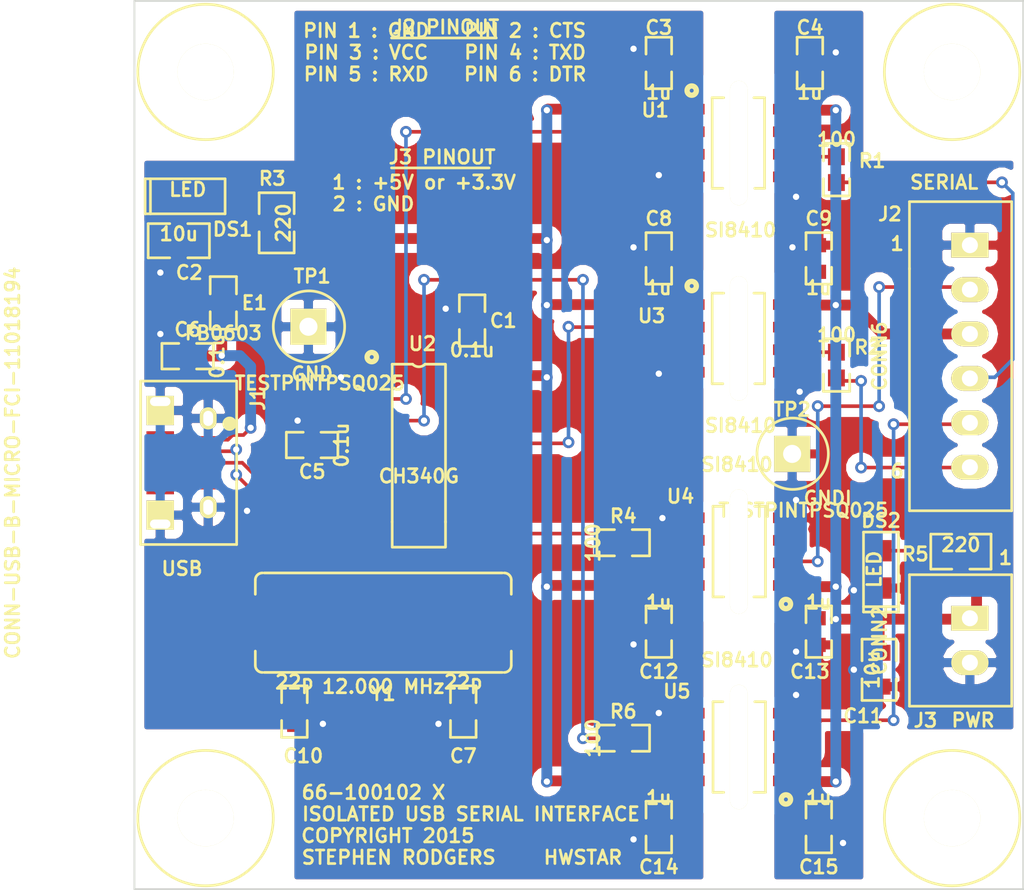
<source format=kicad_pcb>
(kicad_pcb (version 3) (host pcbnew "(2013-jul-07)-stable")

  (general
    (links 79)
    (no_connects 0)
    (area 172.053934 103.5206 237.946066 156.7782)
    (thickness 1.6)
    (drawings 25)
    (tracks 291)
    (zones 0)
    (modules 39)
    (nets 25)
  )

  (page A3)
  (layers
    (15 F.Cu signal)
    (0 B.Cu signal)
    (16 B.Adhes user)
    (17 F.Adhes user)
    (18 B.Paste user)
    (19 F.Paste user)
    (20 B.SilkS user)
    (21 F.SilkS user)
    (22 B.Mask user)
    (23 F.Mask user)
    (24 Dwgs.User user)
    (25 Cmts.User user)
    (26 Eco1.User user)
    (27 Eco2.User user)
    (28 Edge.Cuts user)
  )

  (setup
    (last_trace_width 0.2032)
    (trace_clearance 0.2032)
    (zone_clearance 0.508)
    (zone_45_only no)
    (trace_min 0.1524)
    (segment_width 0.1524)
    (edge_width 0.0762)
    (via_size 0.6604)
    (via_drill 0.3556)
    (via_min_size 0.6604)
    (via_min_drill 0.3556)
    (uvia_size 0.508)
    (uvia_drill 0.127)
    (uvias_allowed no)
    (uvia_min_size 0.254)
    (uvia_min_drill 0.127)
    (pcb_text_width 0.1524)
    (pcb_text_size 0.762 0.762)
    (mod_edge_width 0.1524)
    (mod_text_size 0.762 0.762)
    (mod_text_width 0.1524)
    (pad_size 3.175 3.175)
    (pad_drill 3.175)
    (pad_to_mask_clearance 0)
    (aux_axis_origin 0 0)
    (visible_elements FFFF7FBF)
    (pcbplotparams
      (layerselection 283148289)
      (usegerberextensions true)
      (excludeedgelayer true)
      (linewidth 0.150000)
      (plotframeref false)
      (viasonmask false)
      (mode 1)
      (useauxorigin false)
      (hpglpennumber 1)
      (hpglpenspeed 20)
      (hpglpendiameter 15)
      (hpglpenoverlay 2)
      (psnegative false)
      (psa4output false)
      (plotreference true)
      (plotvalue false)
      (plotothertext true)
      (plotinvisibletext false)
      (padsonsilk false)
      (subtractmaskfromsilk false)
      (outputformat 1)
      (mirror false)
      (drillshape 0)
      (scaleselection 1)
      (outputdirectory /home/srodgers/projects/kicad/ch340-usb-serial-isolated/66-100102/))
  )

  (net 0 "")
  (net 1 +5V)
  (net 2 +5VI)
  (net 3 /CTSI)
  (net 4 /CTSU)
  (net 5 /D+)
  (net 6 /D-)
  (net 7 /DTRI)
  (net 8 /DTRU)
  (net 9 /RXDI)
  (net 10 /RXDU)
  (net 11 /TXDI)
  (net 12 /TXDU)
  (net 13 /VBUS)
  (net 14 GND)
  (net 15 GNDI)
  (net 16 N-0000010)
  (net 17 N-0000011)
  (net 18 N-000002)
  (net 19 N-0000022)
  (net 20 N-0000025)
  (net 21 N-0000032)
  (net 22 N-0000034)
  (net 23 N-0000036)
  (net 24 N-000004)

  (net_class Default "This is the default net class."
    (clearance 0.2032)
    (trace_width 0.2032)
    (via_dia 0.6604)
    (via_drill 0.3556)
    (uvia_dia 0.508)
    (uvia_drill 0.127)
    (add_net "")
    (add_net /CTSI)
    (add_net /CTSU)
    (add_net /D+)
    (add_net /D-)
    (add_net /DTRI)
    (add_net /DTRU)
    (add_net /RXDI)
    (add_net /RXDU)
    (add_net /TXDI)
    (add_net /TXDU)
    (add_net GND)
    (add_net GNDI)
    (add_net N-0000010)
    (add_net N-0000011)
    (add_net N-000002)
    (add_net N-0000022)
    (add_net N-0000025)
    (add_net N-0000032)
    (add_net N-0000034)
    (add_net N-0000036)
    (add_net N-000004)
  )

  (net_class Power ""
    (clearance 0.2032)
    (trace_width 0.6096)
    (via_dia 0.6604)
    (via_drill 0.3556)
    (uvia_dia 0.508)
    (uvia_drill 0.127)
    (add_net +5V)
    (add_net +5VI)
    (add_net /VBUS)
  )

  (module SOIC8N-SI8410 (layer F.Cu) (tedit 556B7C4E) (tstamp 556A684D)
    (at 214 147 180)
    (path /556A41CC)
    (fp_text reference U5 (at 3.4848 3.1344 180) (layer F.SilkS)
      (effects (font (size 0.762 0.762) (thickness 0.1524)))
    )
    (fp_text value SI8410 (at 0.1 4.9 180) (layer F.SilkS)
      (effects (font (size 0.762 0.762) (thickness 0.1524)))
    )
    (fp_line (start 1.45 2.55) (end 0.9 2.55) (layer F.SilkS) (width 0.1524))
    (fp_line (start -1.5 2.55) (end -0.9 2.55) (layer F.SilkS) (width 0.1524))
    (fp_line (start -1.5 -2.55) (end -0.85 -2.55) (layer F.SilkS) (width 0.1524))
    (fp_line (start 1.45 -2.55) (end 0.85 -2.55) (layer F.SilkS) (width 0.1524))
    (fp_circle (center -2.65 -2.95) (end -2.55 -3) (layer F.SilkS) (width 0.3))
    (fp_line (start 1.45 -2.55) (end 1.45 2.55) (layer F.SilkS) (width 0.1524))
    (fp_line (start -1.5 2.55) (end -1.5 -2.55) (layer F.SilkS) (width 0.1524))
    (pad 1 smd rect (at -2.7 -1.905 180) (size 1.55 0.6)
      (layers F.Cu F.Paste F.Mask)
      (net 2 +5VI)
    )
    (pad 2 smd rect (at -2.7 -0.635 180) (size 1.55 0.6)
      (layers F.Cu F.Paste F.Mask)
      (net 9 /RXDI)
    )
    (pad 3 smd rect (at -2.7 0.635 180) (size 1.55 0.6)
      (layers F.Cu F.Paste F.Mask)
    )
    (pad 4 smd rect (at -2.7 1.905 180) (size 1.55 0.6)
      (layers F.Cu F.Paste F.Mask)
      (net 15 GNDI)
    )
    (pad 5 smd rect (at 2.7 1.905 180) (size 1.55 0.6)
      (layers F.Cu F.Paste F.Mask)
      (net 14 GND)
    )
    (pad 6 smd rect (at 2.7 0.635 180) (size 1.55 0.6)
      (layers F.Cu F.Paste F.Mask)
      (net 24 N-000004)
    )
    (pad 7 smd rect (at 2.7 -0.635 180) (size 1.55 0.6)
      (layers F.Cu F.Paste F.Mask)
    )
    (pad 8 smd rect (at 2.7 -1.905 180) (size 1.55 0.6)
      (layers F.Cu F.Paste F.Mask)
      (net 1 +5V)
    )
    (pad "" np_thru_hole oval (at 0 0 180) (size 1 7) (drill oval 1 7)
      (layers *.Cu *.Mask F.SilkS)
    )
  )

  (module SOIC8N-SI8410 (layer F.Cu) (tedit 556B7C58) (tstamp 556A6861)
    (at 214 136 180)
    (path /556A41BD)
    (fp_text reference U4 (at 3.2816 3.1072 180) (layer F.SilkS)
      (effects (font (size 0.762 0.762) (thickness 0.1524)))
    )
    (fp_text value SI8410 (at 0.1 4.9 180) (layer F.SilkS)
      (effects (font (size 0.762 0.762) (thickness 0.1524)))
    )
    (fp_line (start 1.45 2.55) (end 0.9 2.55) (layer F.SilkS) (width 0.1524))
    (fp_line (start -1.5 2.55) (end -0.9 2.55) (layer F.SilkS) (width 0.1524))
    (fp_line (start -1.5 -2.55) (end -0.85 -2.55) (layer F.SilkS) (width 0.1524))
    (fp_line (start 1.45 -2.55) (end 0.85 -2.55) (layer F.SilkS) (width 0.1524))
    (fp_circle (center -2.65 -2.95) (end -2.55 -3) (layer F.SilkS) (width 0.3))
    (fp_line (start 1.45 -2.55) (end 1.45 2.55) (layer F.SilkS) (width 0.1524))
    (fp_line (start -1.5 2.55) (end -1.5 -2.55) (layer F.SilkS) (width 0.1524))
    (pad 1 smd rect (at -2.7 -1.905 180) (size 1.55 0.6)
      (layers F.Cu F.Paste F.Mask)
      (net 2 +5VI)
    )
    (pad 2 smd rect (at -2.7 -0.635 180) (size 1.55 0.6)
      (layers F.Cu F.Paste F.Mask)
      (net 3 /CTSI)
    )
    (pad 3 smd rect (at -2.7 0.635 180) (size 1.55 0.6)
      (layers F.Cu F.Paste F.Mask)
    )
    (pad 4 smd rect (at -2.7 1.905 180) (size 1.55 0.6)
      (layers F.Cu F.Paste F.Mask)
      (net 15 GNDI)
    )
    (pad 5 smd rect (at 2.7 1.905 180) (size 1.55 0.6)
      (layers F.Cu F.Paste F.Mask)
      (net 14 GND)
    )
    (pad 6 smd rect (at 2.7 0.635 180) (size 1.55 0.6)
      (layers F.Cu F.Paste F.Mask)
      (net 20 N-0000025)
    )
    (pad 7 smd rect (at 2.7 -0.635 180) (size 1.55 0.6)
      (layers F.Cu F.Paste F.Mask)
    )
    (pad 8 smd rect (at 2.7 -1.905 180) (size 1.55 0.6)
      (layers F.Cu F.Paste F.Mask)
      (net 1 +5V)
    )
    (pad "" np_thru_hole oval (at 0 0 180) (size 1 7) (drill oval 1 7)
      (layers *.Cu *.Mask F.SilkS)
    )
  )

  (module SOIC8N-SI8410 (layer F.Cu) (tedit 556B7C60) (tstamp 556A6875)
    (at 214 124)
    (path /556A41AE)
    (fp_text reference U3 (at -4.9072 -1.2672) (layer F.SilkS)
      (effects (font (size 0.762 0.762) (thickness 0.1524)))
    )
    (fp_text value SI8410 (at 0.1 4.9) (layer F.SilkS)
      (effects (font (size 0.762 0.762) (thickness 0.1524)))
    )
    (fp_line (start 1.45 2.55) (end 0.9 2.55) (layer F.SilkS) (width 0.1524))
    (fp_line (start -1.5 2.55) (end -0.9 2.55) (layer F.SilkS) (width 0.1524))
    (fp_line (start -1.5 -2.55) (end -0.85 -2.55) (layer F.SilkS) (width 0.1524))
    (fp_line (start 1.45 -2.55) (end 0.85 -2.55) (layer F.SilkS) (width 0.1524))
    (fp_circle (center -2.65 -2.95) (end -2.55 -3) (layer F.SilkS) (width 0.3))
    (fp_line (start 1.45 -2.55) (end 1.45 2.55) (layer F.SilkS) (width 0.1524))
    (fp_line (start -1.5 2.55) (end -1.5 -2.55) (layer F.SilkS) (width 0.1524))
    (pad 1 smd rect (at -2.7 -1.905) (size 1.55 0.6)
      (layers F.Cu F.Paste F.Mask)
      (net 1 +5V)
    )
    (pad 2 smd rect (at -2.7 -0.635) (size 1.55 0.6)
      (layers F.Cu F.Paste F.Mask)
      (net 8 /DTRU)
    )
    (pad 3 smd rect (at -2.7 0.635) (size 1.55 0.6)
      (layers F.Cu F.Paste F.Mask)
    )
    (pad 4 smd rect (at -2.7 1.905) (size 1.55 0.6)
      (layers F.Cu F.Paste F.Mask)
      (net 14 GND)
    )
    (pad 5 smd rect (at 2.7 1.905) (size 1.55 0.6)
      (layers F.Cu F.Paste F.Mask)
      (net 15 GNDI)
    )
    (pad 6 smd rect (at 2.7 0.635) (size 1.55 0.6)
      (layers F.Cu F.Paste F.Mask)
      (net 19 N-0000022)
    )
    (pad 7 smd rect (at 2.7 -0.635) (size 1.55 0.6)
      (layers F.Cu F.Paste F.Mask)
    )
    (pad 8 smd rect (at 2.7 -1.905) (size 1.55 0.6)
      (layers F.Cu F.Paste F.Mask)
      (net 2 +5VI)
    )
    (pad "" np_thru_hole oval (at 0 0) (size 1 7) (drill oval 1 7)
      (layers *.Cu *.Mask F.SilkS)
    )
  )

  (module SOIC8N-SI8410 (layer F.Cu) (tedit 556B7C69) (tstamp 556A6889)
    (at 214 113)
    (path /556A4190)
    (fp_text reference U1 (at -4.704 -1.8496) (layer F.SilkS)
      (effects (font (size 0.762 0.762) (thickness 0.1524)))
    )
    (fp_text value SI8410 (at 0.1 4.9) (layer F.SilkS)
      (effects (font (size 0.762 0.762) (thickness 0.1524)))
    )
    (fp_line (start 1.45 2.55) (end 0.9 2.55) (layer F.SilkS) (width 0.1524))
    (fp_line (start -1.5 2.55) (end -0.9 2.55) (layer F.SilkS) (width 0.1524))
    (fp_line (start -1.5 -2.55) (end -0.85 -2.55) (layer F.SilkS) (width 0.1524))
    (fp_line (start 1.45 -2.55) (end 0.85 -2.55) (layer F.SilkS) (width 0.1524))
    (fp_circle (center -2.65 -2.95) (end -2.55 -3) (layer F.SilkS) (width 0.3))
    (fp_line (start 1.45 -2.55) (end 1.45 2.55) (layer F.SilkS) (width 0.1524))
    (fp_line (start -1.5 2.55) (end -1.5 -2.55) (layer F.SilkS) (width 0.1524))
    (pad 1 smd rect (at -2.7 -1.905) (size 1.55 0.6)
      (layers F.Cu F.Paste F.Mask)
      (net 1 +5V)
    )
    (pad 2 smd rect (at -2.7 -0.635) (size 1.55 0.6)
      (layers F.Cu F.Paste F.Mask)
      (net 12 /TXDU)
    )
    (pad 3 smd rect (at -2.7 0.635) (size 1.55 0.6)
      (layers F.Cu F.Paste F.Mask)
    )
    (pad 4 smd rect (at -2.7 1.905) (size 1.55 0.6)
      (layers F.Cu F.Paste F.Mask)
      (net 14 GND)
    )
    (pad 5 smd rect (at 2.7 1.905) (size 1.55 0.6)
      (layers F.Cu F.Paste F.Mask)
      (net 15 GNDI)
    )
    (pad 6 smd rect (at 2.7 0.635) (size 1.55 0.6)
      (layers F.Cu F.Paste F.Mask)
      (net 18 N-000002)
    )
    (pad 7 smd rect (at 2.7 -0.635) (size 1.55 0.6)
      (layers F.Cu F.Paste F.Mask)
    )
    (pad 8 smd rect (at 2.7 -1.905) (size 1.55 0.6)
      (layers F.Cu F.Paste F.Mask)
      (net 2 +5VI)
    )
    (pad "" np_thru_hole oval (at 0 0) (size 1 7) (drill oval 1 7)
      (layers *.Cu *.Mask F.SilkS)
    )
  )

  (module RC0805 (layer F.Cu) (tedit 556B7B0D) (tstamp 556A68B2)
    (at 226.5 136 180)
    (path /556A7386)
    (attr smd)
    (fp_text reference R5 (at 2.5736 -0.144 180) (layer F.SilkS)
      (effects (font (size 0.762 0.762) (thickness 0.1524)))
    )
    (fp_text value 220 (at 0 0.381 180) (layer F.SilkS)
      (effects (font (size 0.762 0.762) (thickness 0.1524)))
    )
    (fp_line (start -0.498 0.985) (end -1.69 0.985) (layer F.SilkS) (width 0.1524))
    (fp_line (start -1.69 0.985) (end -1.69 -0.985) (layer F.SilkS) (width 0.1524))
    (fp_line (start -1.69 -0.985) (end -0.498 -0.985) (layer F.SilkS) (width 0.1524))
    (fp_line (start 0.518 -0.985) (end 1.7 -0.985) (layer F.SilkS) (width 0.1524))
    (fp_line (start 1.7 -0.985) (end 1.7 0.985) (layer F.SilkS) (width 0.1524))
    (fp_line (start 1.7 0.985) (end 0.518 0.985) (layer F.SilkS) (width 0.15))
    (pad 1 smd rect (at -0.875 0.01 180) (size 1.1 1.4)
      (layers F.Cu F.Paste F.Mask)
      (net 2 +5VI)
    )
    (pad 2 smd rect (at 0.875 0.01 180) (size 1.1 1.4)
      (layers F.Cu F.Paste F.Mask)
      (net 16 N-0000010)
    )
    (model smd/chip_cms.wrl
      (at (xyz 0 0 0))
      (scale (xyz 0.1 0.1 0.1))
      (rotate (xyz 0 0 0))
    )
  )

  (module RC0805 (layer F.Cu) (tedit 556B6C77) (tstamp 556A68BE)
    (at 188 117.5 90)
    (path /556A7181)
    (attr smd)
    (fp_text reference R3 (at 2.5 -0.25 180) (layer F.SilkS)
      (effects (font (size 0.762 0.762) (thickness 0.1524)))
    )
    (fp_text value 220 (at 0 0.381 90) (layer F.SilkS)
      (effects (font (size 0.762 0.762) (thickness 0.1524)))
    )
    (fp_line (start -0.498 0.985) (end -1.69 0.985) (layer F.SilkS) (width 0.1524))
    (fp_line (start -1.69 0.985) (end -1.69 -0.985) (layer F.SilkS) (width 0.1524))
    (fp_line (start -1.69 -0.985) (end -0.498 -0.985) (layer F.SilkS) (width 0.1524))
    (fp_line (start 0.518 -0.985) (end 1.7 -0.985) (layer F.SilkS) (width 0.1524))
    (fp_line (start 1.7 -0.985) (end 1.7 0.985) (layer F.SilkS) (width 0.1524))
    (fp_line (start 1.7 0.985) (end 0.518 0.985) (layer F.SilkS) (width 0.15))
    (pad 1 smd rect (at -0.875 0.01 90) (size 1.1 1.4)
      (layers F.Cu F.Paste F.Mask)
      (net 1 +5V)
    )
    (pad 2 smd rect (at 0.875 0.01 90) (size 1.1 1.4)
      (layers F.Cu F.Paste F.Mask)
      (net 17 N-0000011)
    )
    (model smd/chip_cms.wrl
      (at (xyz 0 0 0))
      (scale (xyz 0.1 0.1 0.1))
      (rotate (xyz 0 0 0))
    )
  )

  (module RC0603 (layer F.Cu) (tedit 556B6B57) (tstamp 556A68CA)
    (at 219.5 114.5 270)
    (path /556A4CDE)
    (attr smd)
    (fp_text reference R1 (at -0.5 -2 360) (layer F.SilkS)
      (effects (font (size 0.762 0.762) (thickness 0.1524)))
    )
    (fp_text value 100 (at -1.69926 0 360) (layer F.SilkS)
      (effects (font (size 0.762 0.762) (thickness 0.1524)))
    )
    (fp_line (start -0.49538 -0.7385) (end -1.48 -0.7385) (layer F.SilkS) (width 0.1524))
    (fp_line (start -1.48 -0.7385) (end -1.48 0.7385) (layer F.SilkS) (width 0.1524))
    (fp_line (start -1.48 0.7385) (end -0.49538 0.7385) (layer F.SilkS) (width 0.1524))
    (fp_line (start 1.48 -0.7385) (end 0.50538 -0.7385) (layer F.SilkS) (width 0.1524))
    (fp_line (start 1.48 -0.7385) (end 1.48 0.7385) (layer F.SilkS) (width 0.1524))
    (fp_line (start 1.48 0.7385) (end 0.50538 0.7385) (layer F.SilkS) (width 0.1524))
    (pad 1 smd rect (at -0.725 0.01 270) (size 0.95 0.95)
      (layers F.Cu F.Paste F.Mask)
      (net 18 N-000002)
    )
    (pad 2 smd rect (at 0.725 0.01 270) (size 0.95 0.95)
      (layers F.Cu F.Paste F.Mask)
      (net 11 /TXDI)
    )
    (model smd\resistors\R0603.wrl
      (at (xyz 0 0 0.001))
      (scale (xyz 0.5 0.5 0.5))
      (rotate (xyz 0 0 0))
    )
  )

  (module RC0603 (layer F.Cu) (tedit 556B6C63) (tstamp 556A68D6)
    (at 219.5 125.5 270)
    (path /556A4CF5)
    (attr smd)
    (fp_text reference R2 (at -1 -1.75 360) (layer F.SilkS)
      (effects (font (size 0.762 0.762) (thickness 0.1524)))
    )
    (fp_text value 100 (at -1.69926 0 360) (layer F.SilkS)
      (effects (font (size 0.762 0.762) (thickness 0.1524)))
    )
    (fp_line (start -0.49538 -0.7385) (end -1.48 -0.7385) (layer F.SilkS) (width 0.1524))
    (fp_line (start -1.48 -0.7385) (end -1.48 0.7385) (layer F.SilkS) (width 0.1524))
    (fp_line (start -1.48 0.7385) (end -0.49538 0.7385) (layer F.SilkS) (width 0.1524))
    (fp_line (start 1.48 -0.7385) (end 0.50538 -0.7385) (layer F.SilkS) (width 0.1524))
    (fp_line (start 1.48 -0.7385) (end 1.48 0.7385) (layer F.SilkS) (width 0.1524))
    (fp_line (start 1.48 0.7385) (end 0.50538 0.7385) (layer F.SilkS) (width 0.1524))
    (pad 1 smd rect (at -0.725 0.01 270) (size 0.95 0.95)
      (layers F.Cu F.Paste F.Mask)
      (net 19 N-0000022)
    )
    (pad 2 smd rect (at 0.725 0.01 270) (size 0.95 0.95)
      (layers F.Cu F.Paste F.Mask)
      (net 7 /DTRI)
    )
    (model smd\resistors\R0603.wrl
      (at (xyz 0 0 0.001))
      (scale (xyz 0.5 0.5 0.5))
      (rotate (xyz 0 0 0))
    )
  )

  (module RC0603 (layer F.Cu) (tedit 556B6CAF) (tstamp 556A68E2)
    (at 207.5 135.5)
    (path /556A4CFB)
    (attr smd)
    (fp_text reference R4 (at 0 -1.5) (layer F.SilkS)
      (effects (font (size 0.762 0.762) (thickness 0.1524)))
    )
    (fp_text value 100 (at -1.69926 0 90) (layer F.SilkS)
      (effects (font (size 0.762 0.762) (thickness 0.1524)))
    )
    (fp_line (start -0.49538 -0.7385) (end -1.48 -0.7385) (layer F.SilkS) (width 0.1524))
    (fp_line (start -1.48 -0.7385) (end -1.48 0.7385) (layer F.SilkS) (width 0.1524))
    (fp_line (start -1.48 0.7385) (end -0.49538 0.7385) (layer F.SilkS) (width 0.1524))
    (fp_line (start 1.48 -0.7385) (end 0.50538 -0.7385) (layer F.SilkS) (width 0.1524))
    (fp_line (start 1.48 -0.7385) (end 1.48 0.7385) (layer F.SilkS) (width 0.1524))
    (fp_line (start 1.48 0.7385) (end 0.50538 0.7385) (layer F.SilkS) (width 0.1524))
    (pad 1 smd rect (at -0.725 0.01) (size 0.95 0.95)
      (layers F.Cu F.Paste F.Mask)
      (net 4 /CTSU)
    )
    (pad 2 smd rect (at 0.725 0.01) (size 0.95 0.95)
      (layers F.Cu F.Paste F.Mask)
      (net 20 N-0000025)
    )
    (model smd\resistors\R0603.wrl
      (at (xyz 0 0 0.001))
      (scale (xyz 0.5 0.5 0.5))
      (rotate (xyz 0 0 0))
    )
  )

  (module RC0603 (layer F.Cu) (tedit 556B6C2C) (tstamp 556A68EE)
    (at 207.5 146.5)
    (path /556A4D01)
    (attr smd)
    (fp_text reference R6 (at 0 -1.5) (layer F.SilkS)
      (effects (font (size 0.762 0.762) (thickness 0.1524)))
    )
    (fp_text value 100 (at -1.69926 0 90) (layer F.SilkS)
      (effects (font (size 0.762 0.762) (thickness 0.1524)))
    )
    (fp_line (start -0.49538 -0.7385) (end -1.48 -0.7385) (layer F.SilkS) (width 0.1524))
    (fp_line (start -1.48 -0.7385) (end -1.48 0.7385) (layer F.SilkS) (width 0.1524))
    (fp_line (start -1.48 0.7385) (end -0.49538 0.7385) (layer F.SilkS) (width 0.1524))
    (fp_line (start 1.48 -0.7385) (end 0.50538 -0.7385) (layer F.SilkS) (width 0.1524))
    (fp_line (start 1.48 -0.7385) (end 1.48 0.7385) (layer F.SilkS) (width 0.1524))
    (fp_line (start 1.48 0.7385) (end 0.50538 0.7385) (layer F.SilkS) (width 0.1524))
    (pad 1 smd rect (at -0.725 0.01) (size 0.95 0.95)
      (layers F.Cu F.Paste F.Mask)
      (net 10 /RXDU)
    )
    (pad 2 smd rect (at 0.725 0.01) (size 0.95 0.95)
      (layers F.Cu F.Paste F.Mask)
      (net 24 N-000004)
    )
    (model smd\resistors\R0603.wrl
      (at (xyz 0 0 0.001))
      (scale (xyz 0.5 0.5 0.5))
      (rotate (xyz 0 0 0))
    )
  )

  (module RC0603 (layer F.Cu) (tedit 556B6C6F) (tstamp 556A68FA)
    (at 185 122 90)
    (path /556A308B)
    (attr smd)
    (fp_text reference E1 (at 0 1.75 180) (layer F.SilkS)
      (effects (font (size 0.762 0.762) (thickness 0.1524)))
    )
    (fp_text value FB0603 (at -1.69926 0 180) (layer F.SilkS)
      (effects (font (size 0.762 0.762) (thickness 0.1524)))
    )
    (fp_line (start -0.49538 -0.7385) (end -1.48 -0.7385) (layer F.SilkS) (width 0.1524))
    (fp_line (start -1.48 -0.7385) (end -1.48 0.7385) (layer F.SilkS) (width 0.1524))
    (fp_line (start -1.48 0.7385) (end -0.49538 0.7385) (layer F.SilkS) (width 0.1524))
    (fp_line (start 1.48 -0.7385) (end 0.50538 -0.7385) (layer F.SilkS) (width 0.1524))
    (fp_line (start 1.48 -0.7385) (end 1.48 0.7385) (layer F.SilkS) (width 0.1524))
    (fp_line (start 1.48 0.7385) (end 0.50538 0.7385) (layer F.SilkS) (width 0.1524))
    (pad 1 smd rect (at -0.725 0.01 90) (size 0.95 0.95)
      (layers F.Cu F.Paste F.Mask)
      (net 13 /VBUS)
    )
    (pad 2 smd rect (at 0.725 0.01 90) (size 0.95 0.95)
      (layers F.Cu F.Paste F.Mask)
      (net 1 +5V)
    )
    (model smd\resistors\R0603.wrl
      (at (xyz 0 0 0.001))
      (scale (xyz 0.5 0.5 0.5))
      (rotate (xyz 0 0 0))
    )
  )

  (module JST_B6B_XH_A (layer F.Cu) (tedit 556B6CEF) (tstamp 556A6909)
    (at 227 125 270)
    (path /556A6A32)
    (fp_text reference J2 (at -8 4.5 360) (layer F.SilkS)
      (effects (font (size 0.762 0.762) (thickness 0.1524)))
    )
    (fp_text value CONN6 (at 0 5.08 270) (layer F.SilkS)
      (effects (font (size 0.762 0.762) (thickness 0.1524)))
    )
    (fp_line (start -8.7 -2.35) (end 8.7 -2.35) (layer F.SilkS) (width 0.15))
    (fp_line (start 8.7 -2.35) (end 8.7 3.4) (layer F.SilkS) (width 0.15))
    (fp_line (start 8.7 3.4) (end -8.7 3.4) (layer F.SilkS) (width 0.15))
    (fp_line (start -4.9 3.4) (end -4.95 3.4) (layer F.SilkS) (width 0.15))
    (fp_line (start -8.7 3.4) (end -8.7 -2.35) (layer F.SilkS) (width 0.15))
    (pad 2 thru_hole oval (at -3.75 0 270) (size 1.4 2.1) (drill 0.9)
      (layers *.Cu *.Mask F.SilkS)
      (net 3 /CTSI)
    )
    (pad 3 thru_hole oval (at -1.25 0 270) (size 1.4 2.1) (drill 0.9)
      (layers *.Cu *.Mask F.SilkS)
      (net 2 +5VI)
    )
    (pad 1 thru_hole rect (at -6.25 0 270) (size 1.4 2.1) (drill 0.9)
      (layers *.Cu *.Mask F.SilkS)
      (net 15 GNDI)
    )
    (pad 4 thru_hole oval (at 1.25 0 270) (size 1.4 2.1) (drill 0.9)
      (layers *.Cu *.Mask F.SilkS)
      (net 11 /TXDI)
    )
    (pad 5 thru_hole oval (at 3.75 0 270) (size 1.4 2.1) (drill 0.9)
      (layers *.Cu *.Mask F.SilkS)
      (net 9 /RXDI)
    )
    (pad 6 thru_hole oval (at 6.25 0 270) (size 1.4 2.1) (drill 0.9)
      (layers *.Cu *.Mask F.SilkS)
      (net 7 /DTRI)
    )
  )

  (module JST_B2B_XH_A (layer F.Cu) (tedit 556B6B8C) (tstamp 556A6913)
    (at 227 141 270)
    (path /556A6F6D)
    (fp_text reference J3 (at 4.5 2.5 360) (layer F.SilkS)
      (effects (font (size 0.762 0.762) (thickness 0.1524)))
    )
    (fp_text value CONN2 (at 0 5.08 270) (layer F.SilkS)
      (effects (font (size 0.762 0.762) (thickness 0.1524)))
    )
    (fp_line (start -3.7 -2.35) (end 3.7 -2.35) (layer F.SilkS) (width 0.15))
    (fp_line (start 3.7 -2.35) (end 3.7 3.4) (layer F.SilkS) (width 0.15))
    (fp_line (start 3.7 3.4) (end -3.7 3.4) (layer F.SilkS) (width 0.15))
    (fp_line (start -3.7 3.4) (end -3.7 -2.35) (layer F.SilkS) (width 0.15))
    (pad 1 thru_hole rect (at -1.25 0 270) (size 1.4 2.1) (drill 0.9)
      (layers *.Cu *.Mask F.SilkS)
      (net 2 +5VI)
    )
    (pad 2 thru_hole oval (at 1.25 0 270) (size 1.4 2.1) (drill 0.9)
      (layers *.Cu *.Mask F.SilkS)
      (net 15 GNDI)
    )
  )

  (module HC49US-SAR (layer F.Cu) (tedit 556B6B34) (tstamp 556A6923)
    (at 194 140)
    (path /556A32BA)
    (fp_text reference Y1 (at 0 4) (layer F.SilkS)
      (effects (font (size 0.762 0.762) (thickness 0.1524)))
    )
    (fp_text value "12.000 MHz" (at 0 3.6) (layer F.SilkS)
      (effects (font (size 0.762 0.762) (thickness 0.1524)))
    )
    (fp_line (start -7.2 -2.4) (end -7.2 -1.6) (layer F.SilkS) (width 0.1524))
    (fp_line (start -7.2 2.4) (end -7.2 1.6) (layer F.SilkS) (width 0.1524))
    (fp_line (start 7.2 2.4) (end 7.2 1.6) (layer F.SilkS) (width 0.1524))
    (fp_arc (start 6.8 2.4) (end 7.2 2.4) (angle 90) (layer F.SilkS) (width 0.1524))
    (fp_line (start 7.2 -2.4) (end 7.2 -1.6) (layer F.SilkS) (width 0.1524))
    (fp_arc (start -6.8 2.4) (end -6.8 2.8) (angle 90) (layer F.SilkS) (width 0.1524))
    (fp_arc (start 6.8 -2.4) (end 6.8 -2.8) (angle 90) (layer F.SilkS) (width 0.1524))
    (fp_arc (start -6.8 -2.4) (end -7.2 -2.4) (angle 90) (layer F.SilkS) (width 0.1524))
    (fp_line (start 6.7 2.8) (end -6.7 2.8) (layer F.SilkS) (width 0.1524))
    (fp_line (start 6.7 -2.8) (end -6.7 -2.8) (layer F.SilkS) (width 0.1524))
    (pad 1 smd rect (at -4.75 0) (size 5.6 2.1)
      (layers F.Cu F.Paste F.Mask)
      (net 21 N-0000032)
    )
    (pad 2 smd rect (at 4.75 0) (size 5.6 2.1)
      (layers F.Cu F.Paste F.Mask)
      (net 23 N-0000036)
    )
  )

  (module CC0805 (layer F.Cu) (tedit 556B6C1E) (tstamp 556A6944)
    (at 221.8944 142.6464 270)
    (path /556A6D83)
    (attr smd)
    (fp_text reference C11 (at 2.6036 0.8944 360) (layer F.SilkS)
      (effects (font (size 0.762 0.762) (thickness 0.1524)))
    )
    (fp_text value 10u (at 0 0.381 270) (layer F.SilkS)
      (effects (font (size 0.762 0.762) (thickness 0.1524)))
    )
    (fp_line (start -0.503 0.962) (end -1.719 0.962) (layer F.SilkS) (width 0.1524))
    (fp_line (start -1.719 0.962) (end -1.719 -0.962) (layer F.SilkS) (width 0.1524))
    (fp_line (start -1.719 -0.962) (end -0.503 -0.962) (layer F.SilkS) (width 0.1524))
    (fp_line (start 0.513 -0.962) (end 1.729 -0.962) (layer F.SilkS) (width 0.1524))
    (fp_line (start 1.729 -0.962) (end 1.729 0.962) (layer F.SilkS) (width 0.1524))
    (fp_line (start 1.729 0.962) (end 0.513 0.962) (layer F.SilkS) (width 0.1524))
    (pad 1 smd rect (at -0.9525 0.01 270) (size 0.9 1.3)
      (layers F.Cu F.Paste F.Mask)
      (net 2 +5VI)
    )
    (pad 2 smd rect (at 0.9525 0.01 270) (size 0.9 1.3)
      (layers F.Cu F.Paste F.Mask)
      (net 15 GNDI)
    )
    (model smd/chip_cms.wrl
      (at (xyz 0 0 0))
      (scale (xyz 0.1 0.1 0.1))
      (rotate (xyz 0 0 0))
    )
  )

  (module CC0805 (layer F.Cu) (tedit 556B7729) (tstamp 556A6950)
    (at 182.5 118.5 180)
    (path /556A31E9)
    (attr smd)
    (fp_text reference C2 (at -0.5832 -1.7944 180) (layer F.SilkS)
      (effects (font (size 0.762 0.762) (thickness 0.1524)))
    )
    (fp_text value 10u (at 0 0.381 180) (layer F.SilkS)
      (effects (font (size 0.762 0.762) (thickness 0.1524)))
    )
    (fp_line (start -0.503 0.962) (end -1.719 0.962) (layer F.SilkS) (width 0.1524))
    (fp_line (start -1.719 0.962) (end -1.719 -0.962) (layer F.SilkS) (width 0.1524))
    (fp_line (start -1.719 -0.962) (end -0.503 -0.962) (layer F.SilkS) (width 0.1524))
    (fp_line (start 0.513 -0.962) (end 1.729 -0.962) (layer F.SilkS) (width 0.1524))
    (fp_line (start 1.729 -0.962) (end 1.729 0.962) (layer F.SilkS) (width 0.1524))
    (fp_line (start 1.729 0.962) (end 0.513 0.962) (layer F.SilkS) (width 0.1524))
    (pad 1 smd rect (at -0.9525 0.01 180) (size 0.9 1.3)
      (layers F.Cu F.Paste F.Mask)
      (net 1 +5V)
    )
    (pad 2 smd rect (at 0.9525 0.01 180) (size 0.9 1.3)
      (layers F.Cu F.Paste F.Mask)
      (net 14 GND)
    )
    (model smd/chip_cms.wrl
      (at (xyz 0 0 0))
      (scale (xyz 0.1 0.1 0.1))
      (rotate (xyz 0 0 0))
    )
  )

  (module CC0603 (layer F.Cu) (tedit 556B6C0E) (tstamp 556A695C)
    (at 209.5 151.5 270)
    (path /556A4850)
    (attr smd)
    (fp_text reference C14 (at 2.25 0 360) (layer F.SilkS)
      (effects (font (size 0.762 0.762) (thickness 0.1524)))
    )
    (fp_text value 1u (at -1.651 0 360) (layer F.SilkS)
      (effects (font (size 0.762 0.762) (thickness 0.1524)))
    )
    (fp_line (start 0.50538 0.72024) (end 1.455 0.72024) (layer F.SilkS) (width 0.1524))
    (fp_line (start -0.49538 0.72024) (end -1.445 0.72024) (layer F.SilkS) (width 0.1524))
    (fp_line (start 0.50538 -0.72024) (end 1.455 -0.72024) (layer F.SilkS) (width 0.1524))
    (fp_line (start -1.445 -0.72024) (end -0.49538 -0.72024) (layer F.SilkS) (width 0.1524))
    (fp_line (start 1.455 -0.72024) (end 1.455 0.72024) (layer F.SilkS) (width 0.1524))
    (fp_line (start -1.445 0.72024) (end -1.445 -0.72024) (layer F.SilkS) (width 0.1524))
    (pad 1 smd rect (at -0.75 0.01 270) (size 0.8 0.8)
      (layers F.Cu F.Paste F.Mask)
      (net 1 +5V)
    )
    (pad 2 smd rect (at 0.75 0.01 270) (size 0.8 0.8)
      (layers F.Cu F.Paste F.Mask)
      (net 14 GND)
    )
    (model smd\capacitors\C0603.wrl
      (at (xyz 0 0 0.001))
      (scale (xyz 0.5 0.5 0.5))
      (rotate (xyz 0 0 0))
    )
  )

  (module CC0603 (layer F.Cu) (tedit 556B6C25) (tstamp 556A6968)
    (at 209.5 140.5 270)
    (path /556A484A)
    (attr smd)
    (fp_text reference C12 (at 2.25 0 360) (layer F.SilkS)
      (effects (font (size 0.762 0.762) (thickness 0.1524)))
    )
    (fp_text value 1u (at -1.651 0 360) (layer F.SilkS)
      (effects (font (size 0.762 0.762) (thickness 0.1524)))
    )
    (fp_line (start 0.50538 0.72024) (end 1.455 0.72024) (layer F.SilkS) (width 0.1524))
    (fp_line (start -0.49538 0.72024) (end -1.445 0.72024) (layer F.SilkS) (width 0.1524))
    (fp_line (start 0.50538 -0.72024) (end 1.455 -0.72024) (layer F.SilkS) (width 0.1524))
    (fp_line (start -1.445 -0.72024) (end -0.49538 -0.72024) (layer F.SilkS) (width 0.1524))
    (fp_line (start 1.455 -0.72024) (end 1.455 0.72024) (layer F.SilkS) (width 0.1524))
    (fp_line (start -1.445 0.72024) (end -1.445 -0.72024) (layer F.SilkS) (width 0.1524))
    (pad 1 smd rect (at -0.75 0.01 270) (size 0.8 0.8)
      (layers F.Cu F.Paste F.Mask)
      (net 1 +5V)
    )
    (pad 2 smd rect (at 0.75 0.01 270) (size 0.8 0.8)
      (layers F.Cu F.Paste F.Mask)
      (net 14 GND)
    )
    (model smd\capacitors\C0603.wrl
      (at (xyz 0 0 0.001))
      (scale (xyz 0.5 0.5 0.5))
      (rotate (xyz 0 0 0))
    )
  )

  (module CC0603 (layer F.Cu) (tedit 556B6C5B) (tstamp 556A6974)
    (at 209.5 119.5 90)
    (path /556A469E)
    (attr smd)
    (fp_text reference C8 (at 2.25 0 180) (layer F.SilkS)
      (effects (font (size 0.762 0.762) (thickness 0.1524)))
    )
    (fp_text value 1u (at -1.651 0 180) (layer F.SilkS)
      (effects (font (size 0.762 0.762) (thickness 0.1524)))
    )
    (fp_line (start 0.50538 0.72024) (end 1.455 0.72024) (layer F.SilkS) (width 0.1524))
    (fp_line (start -0.49538 0.72024) (end -1.445 0.72024) (layer F.SilkS) (width 0.1524))
    (fp_line (start 0.50538 -0.72024) (end 1.455 -0.72024) (layer F.SilkS) (width 0.1524))
    (fp_line (start -1.445 -0.72024) (end -0.49538 -0.72024) (layer F.SilkS) (width 0.1524))
    (fp_line (start 1.455 -0.72024) (end 1.455 0.72024) (layer F.SilkS) (width 0.1524))
    (fp_line (start -1.445 0.72024) (end -1.445 -0.72024) (layer F.SilkS) (width 0.1524))
    (pad 1 smd rect (at -0.75 0.01 90) (size 0.8 0.8)
      (layers F.Cu F.Paste F.Mask)
      (net 1 +5V)
    )
    (pad 2 smd rect (at 0.75 0.01 90) (size 0.8 0.8)
      (layers F.Cu F.Paste F.Mask)
      (net 14 GND)
    )
    (model smd\capacitors\C0603.wrl
      (at (xyz 0 0 0.001))
      (scale (xyz 0.5 0.5 0.5))
      (rotate (xyz 0 0 0))
    )
  )

  (module CC0603 (layer F.Cu) (tedit 556B6BF5) (tstamp 556A6980)
    (at 209.5 108.5 90)
    (path /556A436B)
    (attr smd)
    (fp_text reference C3 (at 2 0 180) (layer F.SilkS)
      (effects (font (size 0.762 0.762) (thickness 0.1524)))
    )
    (fp_text value 1u (at -1.651 0 180) (layer F.SilkS)
      (effects (font (size 0.762 0.762) (thickness 0.1524)))
    )
    (fp_line (start 0.50538 0.72024) (end 1.455 0.72024) (layer F.SilkS) (width 0.1524))
    (fp_line (start -0.49538 0.72024) (end -1.445 0.72024) (layer F.SilkS) (width 0.1524))
    (fp_line (start 0.50538 -0.72024) (end 1.455 -0.72024) (layer F.SilkS) (width 0.1524))
    (fp_line (start -1.445 -0.72024) (end -0.49538 -0.72024) (layer F.SilkS) (width 0.1524))
    (fp_line (start 1.455 -0.72024) (end 1.455 0.72024) (layer F.SilkS) (width 0.1524))
    (fp_line (start -1.445 0.72024) (end -1.445 -0.72024) (layer F.SilkS) (width 0.1524))
    (pad 1 smd rect (at -0.75 0.01 90) (size 0.8 0.8)
      (layers F.Cu F.Paste F.Mask)
      (net 1 +5V)
    )
    (pad 2 smd rect (at 0.75 0.01 90) (size 0.8 0.8)
      (layers F.Cu F.Paste F.Mask)
      (net 14 GND)
    )
    (model smd\capacitors\C0603.wrl
      (at (xyz 0 0 0.001))
      (scale (xyz 0.5 0.5 0.5))
      (rotate (xyz 0 0 0))
    )
  )

  (module CC0603 (layer F.Cu) (tedit 556B6BF3) (tstamp 556A698C)
    (at 218 108.5 90)
    (path /556A6547)
    (attr smd)
    (fp_text reference C4 (at 2 0 180) (layer F.SilkS)
      (effects (font (size 0.762 0.762) (thickness 0.1524)))
    )
    (fp_text value 1u (at -1.651 0 180) (layer F.SilkS)
      (effects (font (size 0.762 0.762) (thickness 0.1524)))
    )
    (fp_line (start 0.50538 0.72024) (end 1.455 0.72024) (layer F.SilkS) (width 0.1524))
    (fp_line (start -0.49538 0.72024) (end -1.445 0.72024) (layer F.SilkS) (width 0.1524))
    (fp_line (start 0.50538 -0.72024) (end 1.455 -0.72024) (layer F.SilkS) (width 0.1524))
    (fp_line (start -1.445 -0.72024) (end -0.49538 -0.72024) (layer F.SilkS) (width 0.1524))
    (fp_line (start 1.455 -0.72024) (end 1.455 0.72024) (layer F.SilkS) (width 0.1524))
    (fp_line (start -1.445 0.72024) (end -1.445 -0.72024) (layer F.SilkS) (width 0.1524))
    (pad 1 smd rect (at -0.75 0.01 90) (size 0.8 0.8)
      (layers F.Cu F.Paste F.Mask)
      (net 2 +5VI)
    )
    (pad 2 smd rect (at 0.75 0.01 90) (size 0.8 0.8)
      (layers F.Cu F.Paste F.Mask)
      (net 15 GNDI)
    )
    (model smd\capacitors\C0603.wrl
      (at (xyz 0 0 0.001))
      (scale (xyz 0.5 0.5 0.5))
      (rotate (xyz 0 0 0))
    )
  )

  (module CC0603 (layer F.Cu) (tedit 556B6C5D) (tstamp 556A6998)
    (at 218.5 119.5 90)
    (path /556A6553)
    (attr smd)
    (fp_text reference C9 (at 2.25 0 180) (layer F.SilkS)
      (effects (font (size 0.762 0.762) (thickness 0.1524)))
    )
    (fp_text value 1u (at -1.651 0 180) (layer F.SilkS)
      (effects (font (size 0.762 0.762) (thickness 0.1524)))
    )
    (fp_line (start 0.50538 0.72024) (end 1.455 0.72024) (layer F.SilkS) (width 0.1524))
    (fp_line (start -0.49538 0.72024) (end -1.445 0.72024) (layer F.SilkS) (width 0.1524))
    (fp_line (start 0.50538 -0.72024) (end 1.455 -0.72024) (layer F.SilkS) (width 0.1524))
    (fp_line (start -1.445 -0.72024) (end -0.49538 -0.72024) (layer F.SilkS) (width 0.1524))
    (fp_line (start 1.455 -0.72024) (end 1.455 0.72024) (layer F.SilkS) (width 0.1524))
    (fp_line (start -1.445 0.72024) (end -1.445 -0.72024) (layer F.SilkS) (width 0.1524))
    (pad 1 smd rect (at -0.75 0.01 90) (size 0.8 0.8)
      (layers F.Cu F.Paste F.Mask)
      (net 2 +5VI)
    )
    (pad 2 smd rect (at 0.75 0.01 90) (size 0.8 0.8)
      (layers F.Cu F.Paste F.Mask)
      (net 15 GNDI)
    )
    (model smd\capacitors\C0603.wrl
      (at (xyz 0 0 0.001))
      (scale (xyz 0.5 0.5 0.5))
      (rotate (xyz 0 0 0))
    )
  )

  (module CC0603 (layer F.Cu) (tedit 556B6C23) (tstamp 556A69A4)
    (at 218.5 140.5 270)
    (path /556A655F)
    (attr smd)
    (fp_text reference C13 (at 2.25 0.5 360) (layer F.SilkS)
      (effects (font (size 0.762 0.762) (thickness 0.1524)))
    )
    (fp_text value 1u (at -1.651 0 360) (layer F.SilkS)
      (effects (font (size 0.762 0.762) (thickness 0.1524)))
    )
    (fp_line (start 0.50538 0.72024) (end 1.455 0.72024) (layer F.SilkS) (width 0.1524))
    (fp_line (start -0.49538 0.72024) (end -1.445 0.72024) (layer F.SilkS) (width 0.1524))
    (fp_line (start 0.50538 -0.72024) (end 1.455 -0.72024) (layer F.SilkS) (width 0.1524))
    (fp_line (start -1.445 -0.72024) (end -0.49538 -0.72024) (layer F.SilkS) (width 0.1524))
    (fp_line (start 1.455 -0.72024) (end 1.455 0.72024) (layer F.SilkS) (width 0.1524))
    (fp_line (start -1.445 0.72024) (end -1.445 -0.72024) (layer F.SilkS) (width 0.1524))
    (pad 1 smd rect (at -0.75 0.01 270) (size 0.8 0.8)
      (layers F.Cu F.Paste F.Mask)
      (net 2 +5VI)
    )
    (pad 2 smd rect (at 0.75 0.01 270) (size 0.8 0.8)
      (layers F.Cu F.Paste F.Mask)
      (net 15 GNDI)
    )
    (model smd\capacitors\C0603.wrl
      (at (xyz 0 0 0.001))
      (scale (xyz 0.5 0.5 0.5))
      (rotate (xyz 0 0 0))
    )
  )

  (module CC0603 (layer F.Cu) (tedit 556B6C0B) (tstamp 556A69B0)
    (at 218.5 151.5 270)
    (path /556A656B)
    (attr smd)
    (fp_text reference C15 (at 2.25 0 360) (layer F.SilkS)
      (effects (font (size 0.762 0.762) (thickness 0.1524)))
    )
    (fp_text value 1u (at -1.651 0 360) (layer F.SilkS)
      (effects (font (size 0.762 0.762) (thickness 0.1524)))
    )
    (fp_line (start 0.50538 0.72024) (end 1.455 0.72024) (layer F.SilkS) (width 0.1524))
    (fp_line (start -0.49538 0.72024) (end -1.445 0.72024) (layer F.SilkS) (width 0.1524))
    (fp_line (start 0.50538 -0.72024) (end 1.455 -0.72024) (layer F.SilkS) (width 0.1524))
    (fp_line (start -1.445 -0.72024) (end -0.49538 -0.72024) (layer F.SilkS) (width 0.1524))
    (fp_line (start 1.455 -0.72024) (end 1.455 0.72024) (layer F.SilkS) (width 0.1524))
    (fp_line (start -1.445 0.72024) (end -1.445 -0.72024) (layer F.SilkS) (width 0.1524))
    (pad 1 smd rect (at -0.75 0.01 270) (size 0.8 0.8)
      (layers F.Cu F.Paste F.Mask)
      (net 2 +5VI)
    )
    (pad 2 smd rect (at 0.75 0.01 270) (size 0.8 0.8)
      (layers F.Cu F.Paste F.Mask)
      (net 15 GNDI)
    )
    (model smd\capacitors\C0603.wrl
      (at (xyz 0 0 0.001))
      (scale (xyz 0.5 0.5 0.5))
      (rotate (xyz 0 0 0))
    )
  )

  (module CC0603 (layer F.Cu) (tedit 556B6B6D) (tstamp 556A69BC)
    (at 189 145 270)
    (path /556A3322)
    (attr smd)
    (fp_text reference C10 (at 2.5 -0.5 360) (layer F.SilkS)
      (effects (font (size 0.762 0.762) (thickness 0.1524)))
    )
    (fp_text value 22p (at -1.651 0 360) (layer F.SilkS)
      (effects (font (size 0.762 0.762) (thickness 0.1524)))
    )
    (fp_line (start 0.50538 0.72024) (end 1.455 0.72024) (layer F.SilkS) (width 0.1524))
    (fp_line (start -0.49538 0.72024) (end -1.445 0.72024) (layer F.SilkS) (width 0.1524))
    (fp_line (start 0.50538 -0.72024) (end 1.455 -0.72024) (layer F.SilkS) (width 0.1524))
    (fp_line (start -1.445 -0.72024) (end -0.49538 -0.72024) (layer F.SilkS) (width 0.1524))
    (fp_line (start 1.455 -0.72024) (end 1.455 0.72024) (layer F.SilkS) (width 0.1524))
    (fp_line (start -1.445 0.72024) (end -1.445 -0.72024) (layer F.SilkS) (width 0.1524))
    (pad 1 smd rect (at -0.75 0.01 270) (size 0.8 0.8)
      (layers F.Cu F.Paste F.Mask)
      (net 21 N-0000032)
    )
    (pad 2 smd rect (at 0.75 0.01 270) (size 0.8 0.8)
      (layers F.Cu F.Paste F.Mask)
      (net 14 GND)
    )
    (model smd\capacitors\C0603.wrl
      (at (xyz 0 0 0.001))
      (scale (xyz 0.5 0.5 0.5))
      (rotate (xyz 0 0 0))
    )
  )

  (module CC0603 (layer F.Cu) (tedit 556B6B71) (tstamp 556A69C8)
    (at 198.5 145 270)
    (path /556A32C7)
    (attr smd)
    (fp_text reference C7 (at 2.5 0 360) (layer F.SilkS)
      (effects (font (size 0.762 0.762) (thickness 0.1524)))
    )
    (fp_text value 22p (at -1.651 0 360) (layer F.SilkS)
      (effects (font (size 0.762 0.762) (thickness 0.1524)))
    )
    (fp_line (start 0.50538 0.72024) (end 1.455 0.72024) (layer F.SilkS) (width 0.1524))
    (fp_line (start -0.49538 0.72024) (end -1.445 0.72024) (layer F.SilkS) (width 0.1524))
    (fp_line (start 0.50538 -0.72024) (end 1.455 -0.72024) (layer F.SilkS) (width 0.1524))
    (fp_line (start -1.445 -0.72024) (end -0.49538 -0.72024) (layer F.SilkS) (width 0.1524))
    (fp_line (start 1.455 -0.72024) (end 1.455 0.72024) (layer F.SilkS) (width 0.1524))
    (fp_line (start -1.445 0.72024) (end -1.445 -0.72024) (layer F.SilkS) (width 0.1524))
    (pad 1 smd rect (at -0.75 0.01 270) (size 0.8 0.8)
      (layers F.Cu F.Paste F.Mask)
      (net 23 N-0000036)
    )
    (pad 2 smd rect (at 0.75 0.01 270) (size 0.8 0.8)
      (layers F.Cu F.Paste F.Mask)
      (net 14 GND)
    )
    (model smd\capacitors\C0603.wrl
      (at (xyz 0 0 0.001))
      (scale (xyz 0.5 0.5 0.5))
      (rotate (xyz 0 0 0))
    )
  )

  (module CC0603 (layer F.Cu) (tedit 556B6C81) (tstamp 556A69D4)
    (at 199 123 90)
    (path /556A319A)
    (attr smd)
    (fp_text reference C1 (at 0 1.75 180) (layer F.SilkS)
      (effects (font (size 0.762 0.762) (thickness 0.1524)))
    )
    (fp_text value 0.1u (at -1.651 0 180) (layer F.SilkS)
      (effects (font (size 0.762 0.762) (thickness 0.1524)))
    )
    (fp_line (start 0.50538 0.72024) (end 1.455 0.72024) (layer F.SilkS) (width 0.1524))
    (fp_line (start -0.49538 0.72024) (end -1.445 0.72024) (layer F.SilkS) (width 0.1524))
    (fp_line (start 0.50538 -0.72024) (end 1.455 -0.72024) (layer F.SilkS) (width 0.1524))
    (fp_line (start -1.445 -0.72024) (end -0.49538 -0.72024) (layer F.SilkS) (width 0.1524))
    (fp_line (start 1.455 -0.72024) (end 1.455 0.72024) (layer F.SilkS) (width 0.1524))
    (fp_line (start -1.445 0.72024) (end -1.445 -0.72024) (layer F.SilkS) (width 0.1524))
    (pad 1 smd rect (at -0.75 0.01 90) (size 0.8 0.8)
      (layers F.Cu F.Paste F.Mask)
      (net 1 +5V)
    )
    (pad 2 smd rect (at 0.75 0.01 90) (size 0.8 0.8)
      (layers F.Cu F.Paste F.Mask)
      (net 14 GND)
    )
    (model smd\capacitors\C0603.wrl
      (at (xyz 0 0 0.001))
      (scale (xyz 0.5 0.5 0.5))
      (rotate (xyz 0 0 0))
    )
  )

  (module CC0603 (layer F.Cu) (tedit 556B6BD4) (tstamp 556A69E0)
    (at 190 130 180)
    (path /556A3129)
    (attr smd)
    (fp_text reference C5 (at 0 -1.5 180) (layer F.SilkS)
      (effects (font (size 0.762 0.762) (thickness 0.1524)))
    )
    (fp_text value 0.1u (at -1.651 0 270) (layer F.SilkS)
      (effects (font (size 0.762 0.762) (thickness 0.1524)))
    )
    (fp_line (start 0.50538 0.72024) (end 1.455 0.72024) (layer F.SilkS) (width 0.1524))
    (fp_line (start -0.49538 0.72024) (end -1.445 0.72024) (layer F.SilkS) (width 0.1524))
    (fp_line (start 0.50538 -0.72024) (end 1.455 -0.72024) (layer F.SilkS) (width 0.1524))
    (fp_line (start -1.445 -0.72024) (end -0.49538 -0.72024) (layer F.SilkS) (width 0.1524))
    (fp_line (start 1.455 -0.72024) (end 1.455 0.72024) (layer F.SilkS) (width 0.1524))
    (fp_line (start -1.445 0.72024) (end -1.445 -0.72024) (layer F.SilkS) (width 0.1524))
    (pad 1 smd rect (at -0.75 0.01 180) (size 0.8 0.8)
      (layers F.Cu F.Paste F.Mask)
      (net 22 N-0000034)
    )
    (pad 2 smd rect (at 0.75 0.01 180) (size 0.8 0.8)
      (layers F.Cu F.Paste F.Mask)
      (net 14 GND)
    )
    (model smd\capacitors\C0603.wrl
      (at (xyz 0 0 0.001))
      (scale (xyz 0.5 0.5 0.5))
      (rotate (xyz 0 0 0))
    )
  )

  (module CC0603 (layer F.Cu) (tedit 556B6B29) (tstamp 556A69EC)
    (at 183 125 180)
    (path /556A309A)
    (attr smd)
    (fp_text reference C6 (at 0 1.5 180) (layer F.SilkS)
      (effects (font (size 0.762 0.762) (thickness 0.1524)))
    )
    (fp_text value 0.1u (at -1.651 0 270) (layer F.SilkS)
      (effects (font (size 0.762 0.762) (thickness 0.1524)))
    )
    (fp_line (start 0.50538 0.72024) (end 1.455 0.72024) (layer F.SilkS) (width 0.1524))
    (fp_line (start -0.49538 0.72024) (end -1.445 0.72024) (layer F.SilkS) (width 0.1524))
    (fp_line (start 0.50538 -0.72024) (end 1.455 -0.72024) (layer F.SilkS) (width 0.1524))
    (fp_line (start -1.445 -0.72024) (end -0.49538 -0.72024) (layer F.SilkS) (width 0.1524))
    (fp_line (start 1.455 -0.72024) (end 1.455 0.72024) (layer F.SilkS) (width 0.1524))
    (fp_line (start -1.445 0.72024) (end -1.445 -0.72024) (layer F.SilkS) (width 0.1524))
    (pad 1 smd rect (at -0.75 0.01 180) (size 0.8 0.8)
      (layers F.Cu F.Paste F.Mask)
      (net 13 /VBUS)
    )
    (pad 2 smd rect (at 0.75 0.01 180) (size 0.8 0.8)
      (layers F.Cu F.Paste F.Mask)
      (net 14 GND)
    )
    (model smd\capacitors\C0603.wrl
      (at (xyz 0 0 0.001))
      (scale (xyz 0.5 0.5 0.5))
      (rotate (xyz 0 0 0))
    )
  )

  (module SOIC16N-SAR (layer F.Cu) (tedit 556A66EE) (tstamp 556A6D3A)
    (at 196 128)
    (path /556A2699)
    (fp_text reference U2 (at 0.2 -3.7) (layer F.SilkS)
      (effects (font (size 0.762 0.762) (thickness 0.1524)))
    )
    (fp_text value CH340G (at 0 3.75) (layer F.SilkS)
      (effects (font (size 0.762 0.762) (thickness 0.1524)))
    )
    (fp_line (start -1.5 6.3) (end -1.5 7.7) (layer F.SilkS) (width 0.1524))
    (fp_line (start 1.5 6.3) (end 1.5 7.7) (layer F.SilkS) (width 0.1524))
    (fp_line (start -1.5 6.35) (end -1.5 -2.55) (layer F.SilkS) (width 0.1524))
    (fp_line (start 1.5 -2.55) (end 1.5 6.35) (layer F.SilkS) (width 0.1524))
    (fp_line (start 1.5 7.75) (end -1.5 7.75) (layer F.SilkS) (width 0.1524))
    (fp_circle (center -2.65 -2.95) (end -2.55 -3) (layer F.SilkS) (width 0.3))
    (fp_line (start 0.35 -2.55) (end 1.45 -2.55) (layer F.SilkS) (width 0.1524))
    (fp_line (start -1.5 -2.55) (end -0.35 -2.55) (layer F.SilkS) (width 0.1524))
    (fp_arc (start 0 -2.9) (end 0.35 -2.55) (angle 90) (layer F.SilkS) (width 0.1524))
    (pad 1 smd rect (at -2.7 -1.905) (size 1.55 0.6)
      (layers F.Cu F.Paste F.Mask)
      (net 14 GND)
    )
    (pad 2 smd rect (at -2.7 -0.635) (size 1.55 0.6)
      (layers F.Cu F.Paste F.Mask)
      (net 12 /TXDU)
    )
    (pad 3 smd rect (at -2.7 0.635) (size 1.55 0.6)
      (layers F.Cu F.Paste F.Mask)
      (net 10 /RXDU)
    )
    (pad 4 smd rect (at -2.7 1.905) (size 1.55 0.6)
      (layers F.Cu F.Paste F.Mask)
      (net 22 N-0000034)
    )
    (pad 13 smd rect (at 2.7 1.905) (size 1.55 0.6)
      (layers F.Cu F.Paste F.Mask)
      (net 8 /DTRU)
    )
    (pad 14 smd rect (at 2.7 0.635) (size 1.55 0.6)
      (layers F.Cu F.Paste F.Mask)
    )
    (pad 15 smd rect (at 2.7 -0.635) (size 1.55 0.6)
      (layers F.Cu F.Paste F.Mask)
    )
    (pad 16 smd rect (at 2.7 -1.905) (size 1.55 0.6)
      (layers F.Cu F.Paste F.Mask)
      (net 1 +5V)
    )
    (pad 5 smd rect (at -2.7 3.175) (size 1.55 0.6)
      (layers F.Cu F.Paste F.Mask)
      (net 5 /D+)
    )
    (pad 6 smd rect (at -2.7 4.445) (size 1.55 0.6)
      (layers F.Cu F.Paste F.Mask)
      (net 6 /D-)
    )
    (pad 7 smd rect (at -2.7 5.715) (size 1.55 0.6)
      (layers F.Cu F.Paste F.Mask)
      (net 21 N-0000032)
    )
    (pad 10 smd rect (at 2.7 5.715) (size 1.55 0.6)
      (layers F.Cu F.Paste F.Mask)
    )
    (pad 11 smd rect (at 2.7 4.445) (size 1.55 0.6)
      (layers F.Cu F.Paste F.Mask)
    )
    (pad 12 smd rect (at 2.7 3.175) (size 1.55 0.6)
      (layers F.Cu F.Paste F.Mask)
    )
    (pad 9 smd rect (at 2.7 6.985) (size 1.55 0.6)
      (layers F.Cu F.Paste F.Mask)
      (net 4 /CTSU)
    )
    (pad 8 smd rect (at -2.7 6.985) (size 1.55 0.6)
      (layers F.Cu F.Paste F.Mask)
      (net 23 N-0000036)
    )
  )

  (module LED0805 (layer F.Cu) (tedit 556B7734) (tstamp 556A743F)
    (at 183 116 180)
    (path /556A7172)
    (attr smd)
    (fp_text reference DS1 (at -2.5216 -1.856 180) (layer F.SilkS)
      (effects (font (size 0.762 0.762) (thickness 0.1524)))
    )
    (fp_text value LED (at 0 0.381 180) (layer F.SilkS)
      (effects (font (size 0.762 0.762) (thickness 0.1524)))
    )
    (fp_line (start 2.4 0.985) (end -2.1 0.985) (layer F.SilkS) (width 0.15))
    (fp_line (start 2.4 -0.985) (end -2.1 -0.985) (layer F.SilkS) (width 0.15))
    (fp_line (start 2.4 0.985) (end 2.4 -0.985) (layer F.SilkS) (width 0.1524))
    (fp_line (start -2.1 0.985) (end -2.1 -0.985) (layer F.SilkS) (width 0.1524))
    (fp_line (start 2.1 -0.985) (end 2.1 0.985) (layer F.SilkS) (width 0.1524))
    (pad 1 smd rect (at -1.05 0 180) (size 1.2 1.2)
      (layers F.Cu F.Paste F.Mask)
      (net 17 N-0000011)
    )
    (pad 2 smd rect (at 1.05 0 180) (size 1.2 1.2)
      (layers F.Cu F.Paste F.Mask)
      (net 14 GND)
    )
    (model smd/chip_cms.wrl
      (at (xyz 0 0 0))
      (scale (xyz 0.1 0.1 0.1))
      (rotate (xyz 0 0 0))
    )
  )

  (module LED0805 (layer F.Cu) (tedit 556B6CDD) (tstamp 556A744A)
    (at 222 137 270)
    (path /556A738C)
    (attr smd)
    (fp_text reference DS2 (at -2.75 0 360) (layer F.SilkS)
      (effects (font (size 0.762 0.762) (thickness 0.1524)))
    )
    (fp_text value LED (at 0 0.381 270) (layer F.SilkS)
      (effects (font (size 0.762 0.762) (thickness 0.1524)))
    )
    (fp_line (start 2.4 0.985) (end -2.1 0.985) (layer F.SilkS) (width 0.15))
    (fp_line (start 2.4 -0.985) (end -2.1 -0.985) (layer F.SilkS) (width 0.15))
    (fp_line (start 2.4 0.985) (end 2.4 -0.985) (layer F.SilkS) (width 0.1524))
    (fp_line (start -2.1 0.985) (end -2.1 -0.985) (layer F.SilkS) (width 0.1524))
    (fp_line (start 2.1 -0.985) (end 2.1 0.985) (layer F.SilkS) (width 0.1524))
    (pad 1 smd rect (at -1.05 0 270) (size 1.2 1.2)
      (layers F.Cu F.Paste F.Mask)
      (net 16 N-0000010)
    )
    (pad 2 smd rect (at 1.05 0 270) (size 1.2 1.2)
      (layers F.Cu F.Paste F.Mask)
      (net 15 GNDI)
    )
    (model smd/chip_cms.wrl
      (at (xyz 0 0 0))
      (scale (xyz 0.1 0.1 0.1))
      (rotate (xyz 0 0 0))
    )
  )

  (module MTG-HOLE-125-RING-300 (layer F.Cu) (tedit 556B3504) (tstamp 556B3784)
    (at 184 109)
    (fp_text reference MTG-HOLE-125-RING-300 (at 0 -4.7) (layer F.SilkS) hide
      (effects (font (size 1 1) (thickness 0.1524)))
    )
    (fp_text value VAL** (at 0 5) (layer F.SilkS) hide
      (effects (font (size 1 1) (thickness 0.15)))
    )
    (fp_circle (center 0 0) (end 3.81 0) (layer F.SilkS) (width 0.1524))
    (pad "" np_thru_hole circle (at 0 0) (size 3.175 3.175) (drill 3.175)
      (layers *.Cu *.Mask F.SilkS)
    )
  )

  (module MTG-HOLE-125-RING-300 (layer F.Cu) (tedit 556B3504) (tstamp 556B378F)
    (at 226 109)
    (fp_text reference MTG-HOLE-125-RING-300 (at 0 -4.7) (layer F.SilkS) hide
      (effects (font (size 1 1) (thickness 0.1524)))
    )
    (fp_text value VAL** (at 0 5) (layer F.SilkS) hide
      (effects (font (size 1 1) (thickness 0.15)))
    )
    (fp_circle (center 0 0) (end 3.81 0) (layer F.SilkS) (width 0.1524))
    (pad "" np_thru_hole circle (at 0 0) (size 3.175 3.175) (drill 3.175)
      (layers *.Cu *.Mask F.SilkS)
    )
  )

  (module MTG-HOLE-125-RING-300 (layer F.Cu) (tedit 556B3504) (tstamp 556B379A)
    (at 226 151)
    (fp_text reference MTG-HOLE-125-RING-300 (at 0 -4.7) (layer F.SilkS) hide
      (effects (font (size 1 1) (thickness 0.1524)))
    )
    (fp_text value VAL** (at 0 5) (layer F.SilkS) hide
      (effects (font (size 1 1) (thickness 0.15)))
    )
    (fp_circle (center 0 0) (end 3.81 0) (layer F.SilkS) (width 0.1524))
    (pad "" np_thru_hole circle (at 0 0) (size 3.175 3.175) (drill 3.175)
      (layers *.Cu *.Mask F.SilkS)
    )
  )

  (module MTG-HOLE-125-RING-300 (layer F.Cu) (tedit 556B3504) (tstamp 556B37A5)
    (at 184 151)
    (fp_text reference MTG-HOLE-125-RING-300 (at 0 -4.7) (layer F.SilkS) hide
      (effects (font (size 1 1) (thickness 0.1524)))
    )
    (fp_text value VAL** (at 0 5) (layer F.SilkS) hide
      (effects (font (size 1 1) (thickness 0.15)))
    )
    (fp_circle (center 0 0) (end 3.81 0) (layer F.SilkS) (width 0.1524))
    (pad "" np_thru_hole circle (at 0 0) (size 3.175 3.175) (drill 3.175)
      (layers *.Cu *.Mask F.SilkS)
    )
  )

  (module TESTPIN (layer F.Cu) (tedit 556B6B0A) (tstamp 556B6AEE)
    (at 189.7888 123.3424)
    (path /556B69E2)
    (fp_text reference TP1 (at 0.2112 -2.8424) (layer F.SilkS)
      (effects (font (size 0.762 0.762) (thickness 0.1524)))
    )
    (fp_text value TESTPINTPSQ025 (at 0.635 3.175) (layer F.SilkS)
      (effects (font (size 0.762 0.762) (thickness 0.1524)))
    )
    (fp_circle (center 0.03 -0.01) (end 1.935 0.625) (layer F.SilkS) (width 0.1524))
    (pad 1 thru_hole rect (at 0 0) (size 2.032 2.032) (drill 1.016)
      (layers *.Cu *.Mask F.SilkS)
      (net 14 GND)
    )
  )

  (module TESTPIN (layer F.Cu) (tedit 556B6ABF) (tstamp 556B6AF4)
    (at 217 130.5)
    (path /556B6AA2)
    (fp_text reference TP2 (at 0 -2.5) (layer F.SilkS)
      (effects (font (size 0.762 0.762) (thickness 0.1524)))
    )
    (fp_text value TESTPINTPSQ025 (at 0.635 3.175) (layer F.SilkS)
      (effects (font (size 0.762 0.762) (thickness 0.1524)))
    )
    (fp_circle (center 0.03 -0.01) (end 1.935 0.625) (layer F.SilkS) (width 0.1524))
    (pad 1 thru_hole rect (at 0 0) (size 2.032 2.032) (drill 1.016)
      (layers *.Cu *.Mask F.SilkS)
      (net 15 GNDI)
    )
  )

  (module CONN-USB-B-MICRO-FCI-11018194 (layer F.Cu) (tedit 556B9916) (tstamp 556B2A73)
    (at 184.15 131 270)
    (path /556A2FE3)
    (fp_text reference J1 (at -3.5936 -2.794 270) (layer F.SilkS)
      (effects (font (size 0.762 0.762) (thickness 0.1524)))
    )
    (fp_text value CONN-USB-B-MICRO-FCI-11018194 (at 0 11 270) (layer F.SilkS)
      (effects (font (size 0.762 0.762) (thickness 0.1524)))
    )
    (fp_circle (center -2.2 -1.2) (end -2 -1.2) (layer F.SilkS) (width 0.4))
    (fp_line (start -4.6 -1.6) (end -4.6 3.8) (layer F.SilkS) (width 0.1524))
    (fp_line (start -4.6 3.8) (end 4.6 3.8) (layer F.SilkS) (width 0.1524))
    (fp_line (start 4.6 3.8) (end 4.6 -1.6) (layer F.SilkS) (width 0.1524))
    (fp_line (start 4.6 -1.6) (end -4.6 -1.6) (layer F.SilkS) (width 0.1524))
    (fp_line (start -5 4.15) (end 5 4.15) (layer Dwgs.User) (width 0.1524))
    (pad 9 thru_hole rect (at 3.445 2.7 270) (size 1.645 1.55) (drill oval 0.5 1.15 (offset -0.5 0))
      (layers *.Cu *.Mask F.SilkS)
      (net 14 GND)
    )
    (pad 8 thru_hole rect (at -3.445 2.7 270) (size 1.645 1.55) (drill oval 0.5 1.15 (offset 0.5 0))
      (layers *.Cu *.Mask F.SilkS)
      (net 14 GND)
    )
    (pad 7 thru_hole oval (at 2.5 0 270) (size 1.25 0.95) (drill oval 0.85 0.55)
      (layers *.Cu *.Mask F.SilkS)
      (net 14 GND)
    )
    (pad 6 thru_hole oval (at -2.5 0 270) (size 1.25 0.95) (drill oval 0.85 0.55)
      (layers *.Cu *.Mask F.SilkS)
      (net 14 GND)
    )
    (pad 11 smd rect (at 1.15 2.7 270) (size 1.25 1.55)
      (layers F.Cu F.Paste F.Mask)
    )
    (pad 10 smd rect (at -1.15 2.7 270) (size 1.25 1.55)
      (layers F.Cu F.Paste F.Mask)
    )
    (pad 1 smd rect (at -1.3 0 270) (size 0.4 1.35)
      (layers F.Cu F.Paste F.Mask)
      (net 13 /VBUS)
    )
    (pad 2 smd rect (at -0.65 0 270) (size 0.4 1.35)
      (layers F.Cu F.Paste F.Mask)
      (net 6 /D-)
    )
    (pad 3 smd rect (at 0 0 270) (size 0.4 1.35)
      (layers F.Cu F.Paste F.Mask)
      (net 5 /D+)
    )
    (pad 4 smd rect (at 0.65 0 270) (size 0.4 1.35)
      (layers F.Cu F.Paste F.Mask)
    )
    (pad 5 smd rect (at 1.3 0 270) (size 0.4 1.35)
      (layers F.Cu F.Paste F.Mask)
      (net 14 GND)
    )
  )

  (gr_line (start 194.4624 114.4016) (end 199.9488 114.4016) (angle 90) (layer F.SilkS) (width 0.1524))
  (gr_line (start 194.4624 107.0864) (end 200.3552 107.0864) (angle 90) (layer F.SilkS) (width 0.1524))
  (gr_text "2 : GND" (at 193.4464 116.4336) (layer F.SilkS)
    (effects (font (size 0.762 0.762) (thickness 0.1524)))
  )
  (gr_text "1 : +5V or +3.3V" (at 196.2912 115.2144) (layer F.SilkS)
    (effects (font (size 0.762 0.762) (thickness 0.1524)))
  )
  (gr_text 1 (at 229.0064 136.3472) (layer F.SilkS)
    (effects (font (size 0.762 0.762) (thickness 0.1524)))
  )
  (gr_text 6 (at 222.9104 131.4704) (layer F.SilkS)
    (effects (font (size 0.762 0.762) (thickness 0.1524)))
  )
  (gr_text 1 (at 222.9104 118.6688) (layer F.SilkS)
    (effects (font (size 0.762 0.762) (thickness 0.1524)))
  )
  (gr_text "J3 PINOUT" (at 197.3072 113.792) (layer F.SilkS)
    (effects (font (size 0.762 0.762) (thickness 0.1524)))
  )
  (gr_text "J2 PINOUT" (at 197.5104 106.4768) (layer F.SilkS)
    (effects (font (size 0.762 0.762) (thickness 0.1524)))
  )
  (gr_text "PIN 2 : CTS\nPIN 4 : TXD\nPIN 6 : DTR" (at 201.9808 107.8992) (layer F.SilkS)
    (effects (font (size 0.762 0.762) (thickness 0.1524)))
  )
  (gr_text "PIN 1 : GND\nPIN 3 : VCC\nPIN 5 : RXD" (at 193.04 107.8992) (layer F.SilkS)
    (effects (font (size 0.762 0.762) (thickness 0.1524)))
  )
  (gr_text HWSTAR (at 205.232 153.2128) (layer F.SilkS)
    (effects (font (size 0.762 0.762) (thickness 0.1524)))
  )
  (gr_text "STEPHEN RODGERS" (at 194.8688 153.2128) (layer F.SilkS)
    (effects (font (size 0.762 0.762) (thickness 0.1524)))
  )
  (gr_text "COPYRIGHT 2015" (at 194.2592 151.9936) (layer F.SilkS)
    (effects (font (size 0.762 0.762) (thickness 0.1524)))
  )
  (gr_text "ISOLATED USB SERIAL INTERFACE" (at 198.9328 150.7744) (layer F.SilkS)
    (effects (font (size 0.762 0.762) (thickness 0.1524)))
  )
  (gr_text "66-100102 X" (at 193.4464 149.5552) (layer F.SilkS)
    (effects (font (size 0.762 0.762) (thickness 0.1524)))
  )
  (gr_text GND (at 190 126) (layer F.SilkS)
    (effects (font (size 0.762 0.762) (thickness 0.1524)))
  )
  (gr_text GNDI (at 219 133) (layer F.SilkS)
    (effects (font (size 0.762 0.762) (thickness 0.1524)))
  )
  (gr_text USB (at 182.6768 136.9568) (layer F.SilkS)
    (effects (font (size 0.762 0.762) (thickness 0.1524)))
  )
  (gr_text SERIAL (at 225.552 115.2144) (layer F.SilkS)
    (effects (font (size 0.762 0.762) (thickness 0.1524)))
  )
  (gr_text PWR (at 227.1776 145.4912) (layer F.SilkS)
    (effects (font (size 0.762 0.762) (thickness 0.1524)))
  )
  (gr_line (start 230 105) (end 180 105) (angle 90) (layer Edge.Cuts) (width 0.1))
  (gr_line (start 230 155) (end 230 105) (angle 90) (layer Edge.Cuts) (width 0.1))
  (gr_line (start 180 155) (end 230 155) (angle 90) (layer Edge.Cuts) (width 0.1))
  (gr_line (start 180 105) (end 180 155) (angle 90) (layer Edge.Cuts) (width 0.1))

  (segment (start 188.01 118.375) (end 203.1094 118.375) (width 0.6096) (layer F.Cu) (net 1))
  (via (at 203.2 118.4656) (size 0.6604) (layers F.Cu B.Cu) (net 1))
  (segment (start 203.1094 118.375) (end 203.2 118.4656) (width 0.6096) (layer F.Cu) (net 1) (tstamp 556B71D2))
  (segment (start 211.3 111.095) (end 211.328 111.067) (width 0.6096) (layer F.Cu) (net 1) (status 30))
  (segment (start 209.5816 109.3216) (end 210.7184 109.3216) (width 0.6096) (layer F.Cu) (net 1) (tstamp 556B5A40) (status 10))
  (segment (start 210.7184 109.3216) (end 211.328 109.9312) (width 0.6096) (layer F.Cu) (net 1) (tstamp 556B5A44))
  (segment (start 209.5816 109.3216) (end 209.51 109.25) (width 0.6096) (layer F.Cu) (net 1) (status 30))
  (segment (start 211.328 111.067) (end 211.328 109.9312) (width 0.6096) (layer F.Cu) (net 1) (tstamp 556B5A4D) (status 10))
  (segment (start 211.3 122.095) (end 211.3 120.876) (width 0.6096) (layer F.Cu) (net 1) (status 10))
  (segment (start 210.674 120.25) (end 209.51 120.25) (width 0.6096) (layer F.Cu) (net 1) (tstamp 556B55AE) (status 20))
  (segment (start 211.3 120.876) (end 210.674 120.25) (width 0.6096) (layer F.Cu) (net 1) (tstamp 556B55AA))
  (segment (start 211.3 122.095) (end 203.2282 122.095) (width 0.6096) (layer F.Cu) (net 1) (status 10))
  (via (at 203.2 122.1232) (size 0.6604) (layers F.Cu B.Cu) (net 1))
  (segment (start 203.2282 122.095) (end 203.2 122.1232) (width 0.6096) (layer F.Cu) (net 1) (tstamp 556B5593))
  (segment (start 203.2 126.1872) (end 203.2 122.1232) (width 0.6096) (layer B.Cu) (net 1))
  (segment (start 203.2 122.1232) (end 203.2 118.4656) (width 0.6096) (layer B.Cu) (net 1) (tstamp 556B559E))
  (segment (start 203.2 118.4656) (end 203.2 111.1504) (width 0.6096) (layer B.Cu) (net 1) (tstamp 556B71DA))
  (via (at 203.2 111.1504) (size 0.6604) (layers F.Cu B.Cu) (net 1))
  (segment (start 203.2 111.1504) (end 203.2554 111.095) (width 0.6096) (layer F.Cu) (net 1) (tstamp 556B556B))
  (segment (start 203.2554 111.095) (end 211.3 111.095) (width 0.6096) (layer F.Cu) (net 1) (tstamp 556B556C) (status 20))
  (segment (start 211.3 137.905) (end 211.3 139.22) (width 0.6096) (layer F.Cu) (net 1) (status 10))
  (segment (start 210.77 139.75) (end 209.49 139.75) (width 0.6096) (layer F.Cu) (net 1) (tstamp 556B554F) (status 20))
  (segment (start 211.3 139.22) (end 210.77 139.75) (width 0.6096) (layer F.Cu) (net 1) (tstamp 556B554A))
  (segment (start 211.3 137.905) (end 203.2678 137.905) (width 0.6096) (layer F.Cu) (net 1) (status 10))
  (via (at 203.2 137.9728) (size 0.6604) (layers F.Cu B.Cu) (net 1))
  (segment (start 203.2678 137.905) (end 203.2 137.9728) (width 0.6096) (layer F.Cu) (net 1) (tstamp 556B5531))
  (segment (start 211.3 148.905) (end 211.3 149.9896) (width 0.6096) (layer F.Cu) (net 1) (status 10))
  (segment (start 210.5396 150.75) (end 209.49 150.75) (width 0.6096) (layer F.Cu) (net 1) (tstamp 556B5516) (status 20))
  (segment (start 211.3 149.9896) (end 210.5396 150.75) (width 0.6096) (layer F.Cu) (net 1) (tstamp 556B5511))
  (segment (start 198.7 126.095) (end 203.1078 126.095) (width 0.6096) (layer F.Cu) (net 1) (status 10))
  (segment (start 203.2406 148.905) (end 211.3 148.905) (width 0.6096) (layer F.Cu) (net 1) (tstamp 556B5504) (status 20))
  (segment (start 203.2 148.9456) (end 203.2406 148.905) (width 0.6096) (layer F.Cu) (net 1) (tstamp 556B5503))
  (via (at 203.2 148.9456) (size 0.6604) (layers F.Cu B.Cu) (net 1))
  (segment (start 203.2 126.1872) (end 203.2 137.9728) (width 0.6096) (layer B.Cu) (net 1) (tstamp 556B54F4))
  (segment (start 203.2 137.9728) (end 203.2 148.9456) (width 0.6096) (layer B.Cu) (net 1) (tstamp 556B553E))
  (via (at 203.2 126.1872) (size 0.6604) (layers F.Cu B.Cu) (net 1))
  (segment (start 203.1078 126.095) (end 203.2 126.1872) (width 0.6096) (layer F.Cu) (net 1) (tstamp 556B54EE))
  (segment (start 185.01 121.275) (end 184.267 121.275) (width 0.6096) (layer F.Cu) (net 1) (status 10))
  (segment (start 183.4525 120.4605) (end 183.4525 118.49) (width 0.6096) (layer F.Cu) (net 1) (tstamp 556B546E) (status 20))
  (segment (start 184.267 121.275) (end 183.4525 120.4605) (width 0.6096) (layer F.Cu) (net 1) (tstamp 556B5469))
  (segment (start 183.4525 118.49) (end 187.895 118.49) (width 0.6096) (layer F.Cu) (net 1) (status 30))
  (segment (start 187.895 118.49) (end 188.01 118.375) (width 0.6096) (layer F.Cu) (net 1) (tstamp 556B5465) (status 30))
  (segment (start 199.01 123.75) (end 199.01 124.8908) (width 0.6096) (layer F.Cu) (net 1) (status 10))
  (segment (start 198.7 125.2008) (end 198.7 126.095) (width 0.6096) (layer F.Cu) (net 1) (tstamp 556B5455) (status 20))
  (segment (start 199.01 124.8908) (end 198.7 125.2008) (width 0.6096) (layer F.Cu) (net 1) (tstamp 556B5453))
  (segment (start 219.456 122.1232) (end 220.472 122.1232) (width 0.6096) (layer F.Cu) (net 2))
  (segment (start 226.9988 123.7488) (end 222.0976 123.7488) (width 0.6096) (layer F.Cu) (net 2) (tstamp 556B5A10) (status 10))
  (segment (start 222.0976 123.7488) (end 220.472 122.1232) (width 0.6096) (layer F.Cu) (net 2) (tstamp 556B5A15))
  (segment (start 226.9988 123.7488) (end 227 123.75) (width 0.6096) (layer F.Cu) (net 2) (status 30))
  (segment (start 221.8844 141.6939) (end 221.8944 141.6839) (width 0.6096) (layer F.Cu) (net 2) (status 30))
  (segment (start 221.8944 141.6839) (end 221.8944 139.8016) (width 0.6096) (layer F.Cu) (net 2) (tstamp 556B588A) (status 10))
  (segment (start 216.7 137.905) (end 216.6112 137.9938) (width 0.6096) (layer F.Cu) (net 2) (status 30))
  (segment (start 218.4384 139.8016) (end 217.2208 139.8016) (width 0.6096) (layer F.Cu) (net 2) (tstamp 556B5842) (status 10))
  (segment (start 217.2208 139.8016) (end 216.6112 139.192) (width 0.6096) (layer F.Cu) (net 2) (tstamp 556B5845))
  (segment (start 218.4384 139.8016) (end 218.49 139.75) (width 0.6096) (layer F.Cu) (net 2) (status 30))
  (segment (start 216.6112 137.9938) (end 216.6112 139.192) (width 0.6096) (layer F.Cu) (net 2) (tstamp 556B584D) (status 10))
  (segment (start 217.424 150.7744) (end 216.6112 149.9616) (width 0.6096) (layer F.Cu) (net 2) (tstamp 556B57F0))
  (segment (start 216.6112 148.9938) (end 216.6112 149.9616) (width 0.6096) (layer F.Cu) (net 2) (tstamp 556B57F9) (status 10))
  (segment (start 216.7 148.905) (end 216.6112 148.9938) (width 0.6096) (layer F.Cu) (net 2) (status 30))
  (segment (start 218.4656 150.7744) (end 217.424 150.7744) (width 0.6096) (layer F.Cu) (net 2) (tstamp 556B57ED) (status 10))
  (segment (start 218.4656 150.7744) (end 218.49 150.75) (width 0.6096) (layer F.Cu) (net 2) (status 30))
  (segment (start 227 139.75) (end 226.9484 139.8016) (width 0.6096) (layer F.Cu) (net 2) (status 30))
  (via (at 219.456 139.8016) (size 0.6604) (layers F.Cu B.Cu) (net 2))
  (segment (start 226.9484 139.8016) (end 221.8944 139.8016) (width 0.6096) (layer F.Cu) (net 2) (tstamp 556B57B7) (status 10))
  (segment (start 221.8944 139.8016) (end 219.456 139.8016) (width 0.6096) (layer F.Cu) (net 2) (tstamp 556B588E))
  (segment (start 227 139.75) (end 227.375 139.375) (width 0.6096) (layer F.Cu) (net 2) (status 30))
  (segment (start 227.375 139.375) (end 227.375 135.99) (width 0.6096) (layer F.Cu) (net 2) (tstamp 556B57AD) (status 30))
  (segment (start 216.7 137.905) (end 216.7678 137.9728) (width 0.6096) (layer F.Cu) (net 2) (status 30))
  (via (at 219.456 137.9728) (size 0.6604) (layers F.Cu B.Cu) (net 2))
  (segment (start 216.7678 137.9728) (end 219.456 137.9728) (width 0.6096) (layer F.Cu) (net 2) (tstamp 556B5790) (status 10))
  (segment (start 219.456 122.1232) (end 219.456 137.9728) (width 0.6096) (layer B.Cu) (net 2))
  (segment (start 219.456 137.9728) (end 219.456 139.8016) (width 0.6096) (layer B.Cu) (net 2) (tstamp 556B5799))
  (segment (start 219.456 139.8016) (end 219.456 148.9456) (width 0.6096) (layer B.Cu) (net 2) (tstamp 556B57C0))
  (via (at 219.456 148.9456) (size 0.6604) (layers F.Cu B.Cu) (net 2))
  (segment (start 219.456 148.9456) (end 216.7406 148.9456) (width 0.6096) (layer F.Cu) (net 2) (tstamp 556B577F) (status 20))
  (segment (start 216.7406 148.9456) (end 216.7 148.905) (width 0.6096) (layer F.Cu) (net 2) (tstamp 556B5780) (status 30))
  (segment (start 218.01 109.25) (end 217.9384 109.3216) (width 0.6096) (layer F.Cu) (net 2) (status 30))
  (segment (start 216.6112 111.0062) (end 216.7 111.095) (width 0.6096) (layer F.Cu) (net 2) (tstamp 556B574C) (status 30))
  (segment (start 216.6112 109.9312) (end 216.6112 111.0062) (width 0.6096) (layer F.Cu) (net 2) (tstamp 556B574A) (status 20))
  (segment (start 217.2208 109.3216) (end 216.6112 109.9312) (width 0.6096) (layer F.Cu) (net 2) (tstamp 556B5749))
  (segment (start 217.9384 109.3216) (end 217.2208 109.3216) (width 0.6096) (layer F.Cu) (net 2) (tstamp 556B5747) (status 10))
  (segment (start 218.51 120.25) (end 218.4656 120.2944) (width 0.6096) (layer F.Cu) (net 2) (status 30))
  (segment (start 216.8144 121.9806) (end 216.7 122.095) (width 0.6096) (layer F.Cu) (net 2) (tstamp 556B573A) (status 30))
  (segment (start 216.8144 120.904) (end 216.8144 121.9806) (width 0.6096) (layer F.Cu) (net 2) (tstamp 556B572C) (status 20))
  (segment (start 217.424 120.2944) (end 216.8144 120.904) (width 0.6096) (layer F.Cu) (net 2) (tstamp 556B5729))
  (segment (start 218.4656 120.2944) (end 217.424 120.2944) (width 0.6096) (layer F.Cu) (net 2) (tstamp 556B5725) (status 10))
  (segment (start 216.7 111.095) (end 216.7554 111.1504) (width 0.6096) (layer F.Cu) (net 2) (status 30))
  (segment (start 216.7282 122.1232) (end 216.7 122.095) (width 0.6096) (layer F.Cu) (net 2) (tstamp 556B56D1) (status 30))
  (segment (start 219.456 122.1232) (end 216.7282 122.1232) (width 0.6096) (layer F.Cu) (net 2) (tstamp 556B56D0) (status 20))
  (via (at 219.456 122.1232) (size 0.6604) (layers F.Cu B.Cu) (net 2))
  (segment (start 219.456 111.1504) (end 219.456 122.1232) (width 0.6096) (layer B.Cu) (net 2) (tstamp 556B56C9))
  (via (at 219.456 111.1504) (size 0.6604) (layers F.Cu B.Cu) (net 2))
  (segment (start 216.7554 111.1504) (end 219.456 111.1504) (width 0.6096) (layer F.Cu) (net 2) (tstamp 556B56C0) (status 10))
  (segment (start 227 121.25) (end 226.8572 121.1072) (width 0.2032) (layer F.Cu) (net 3) (status 30))
  (segment (start 216.7846 136.5504) (end 216.7 136.635) (width 0.2032) (layer F.Cu) (net 3) (tstamp 556B598B) (status 30))
  (segment (start 218.44 136.5504) (end 216.7846 136.5504) (width 0.2032) (layer F.Cu) (net 3) (tstamp 556B598A) (status 20))
  (via (at 218.44 136.5504) (size 0.6604) (layers F.Cu B.Cu) (net 3))
  (segment (start 218.44 127.8128) (end 218.44 136.5504) (width 0.2032) (layer B.Cu) (net 3) (tstamp 556B597E))
  (via (at 218.44 127.8128) (size 0.6604) (layers F.Cu B.Cu) (net 3))
  (segment (start 221.8944 127.8128) (end 218.44 127.8128) (width 0.2032) (layer F.Cu) (net 3) (tstamp 556B5974))
  (via (at 221.8944 127.8128) (size 0.6604) (layers F.Cu B.Cu) (net 3))
  (segment (start 221.8944 121.1072) (end 221.8944 127.8128) (width 0.2032) (layer B.Cu) (net 3) (tstamp 556B596D))
  (via (at 221.8944 121.1072) (size 0.6604) (layers F.Cu B.Cu) (net 3))
  (segment (start 226.8572 121.1072) (end 221.8944 121.1072) (width 0.2032) (layer F.Cu) (net 3) (tstamp 556B5957) (status 10))
  (segment (start 198.7 134.985) (end 206.25 134.985) (width 0.2032) (layer F.Cu) (net 4) (status 10))
  (segment (start 206.25 134.985) (end 206.775 135.51) (width 0.2032) (layer F.Cu) (net 4) (tstamp 556B54D9) (status 20))
  (segment (start 193.3 131.175) (end 192.1162 131.175) (width 0.2032) (layer F.Cu) (net 5) (status 10))
  (segment (start 186.0672 131) (end 184.15 131) (width 0.2032) (layer F.Cu) (net 5) (tstamp 556B5319) (status 20))
  (segment (start 186.7408 131.6736) (end 186.0672 131) (width 0.2032) (layer F.Cu) (net 5) (tstamp 556B5317))
  (segment (start 191.6176 131.6736) (end 186.7408 131.6736) (width 0.2032) (layer F.Cu) (net 5) (tstamp 556B5312))
  (segment (start 192.1162 131.175) (end 191.6176 131.6736) (width 0.2032) (layer F.Cu) (net 5) (tstamp 556B530F))
  (segment (start 193.3 132.445) (end 191.7794 132.445) (width 0.2032) (layer F.Cu) (net 6) (status 10))
  (segment (start 185.626 130.35) (end 184.15 130.35) (width 0.2032) (layer F.Cu) (net 6) (tstamp 556B53AB) (status 20))
  (segment (start 185.7248 130.2512) (end 185.626 130.35) (width 0.2032) (layer F.Cu) (net 6) (tstamp 556B53AA))
  (via (at 185.7248 130.2512) (size 0.6604) (layers F.Cu B.Cu) (net 6))
  (segment (start 185.7248 131.6736) (end 185.7248 130.2512) (width 0.2032) (layer B.Cu) (net 6) (tstamp 556B53A0))
  (via (at 185.7248 131.6736) (size 0.6604) (layers F.Cu B.Cu) (net 6))
  (segment (start 186.3344 132.2832) (end 185.7248 131.6736) (width 0.2032) (layer F.Cu) (net 6) (tstamp 556B5396))
  (segment (start 191.6176 132.2832) (end 186.3344 132.2832) (width 0.2032) (layer F.Cu) (net 6) (tstamp 556B5390))
  (segment (start 191.7794 132.445) (end 191.6176 132.2832) (width 0.2032) (layer F.Cu) (net 6) (tstamp 556B5383))
  (segment (start 219.49 126.225) (end 219.6554 126.3904) (width 0.2032) (layer F.Cu) (net 7) (status 30))
  (segment (start 226.9828 131.2672) (end 227 131.25) (width 0.2032) (layer F.Cu) (net 7) (tstamp 556B593B) (status 30))
  (segment (start 220.8784 131.2672) (end 226.9828 131.2672) (width 0.2032) (layer F.Cu) (net 7) (tstamp 556B593A) (status 20))
  (via (at 220.8784 131.2672) (size 0.6604) (layers F.Cu B.Cu) (net 7))
  (segment (start 220.8784 126.3904) (end 220.8784 131.2672) (width 0.2032) (layer B.Cu) (net 7) (tstamp 556B5933))
  (via (at 220.8784 126.3904) (size 0.6604) (layers F.Cu B.Cu) (net 7))
  (segment (start 219.6554 126.3904) (end 220.8784 126.3904) (width 0.2032) (layer F.Cu) (net 7) (tstamp 556B592F) (status 10))
  (segment (start 198.7 129.905) (end 204.359 129.905) (width 0.2032) (layer F.Cu) (net 8) (status 10))
  (segment (start 204.4418 123.365) (end 211.3 123.365) (width 0.2032) (layer F.Cu) (net 8) (tstamp 556B55D3) (status 20))
  (segment (start 204.4192 123.3424) (end 204.4418 123.365) (width 0.2032) (layer F.Cu) (net 8) (tstamp 556B55D2))
  (via (at 204.4192 123.3424) (size 0.6604) (layers F.Cu B.Cu) (net 8))
  (segment (start 204.4192 129.8448) (end 204.4192 123.3424) (width 0.2032) (layer B.Cu) (net 8) (tstamp 556B55C5))
  (via (at 204.4192 129.8448) (size 0.6604) (layers F.Cu B.Cu) (net 8))
  (segment (start 204.359 129.905) (end 204.4192 129.8448) (width 0.2032) (layer F.Cu) (net 8) (tstamp 556B55BE))
  (segment (start 218.2368 145.8976) (end 218.2368 147.32) (width 0.2032) (layer F.Cu) (net 9))
  (segment (start 226.9212 128.8288) (end 222.7072 128.8288) (width 0.2032) (layer F.Cu) (net 9) (tstamp 556B59B0) (status 10))
  (via (at 222.7072 128.8288) (size 0.6604) (layers F.Cu B.Cu) (net 9))
  (segment (start 222.7072 128.8288) (end 222.7072 145.4912) (width 0.2032) (layer B.Cu) (net 9) (tstamp 556B59B6))
  (via (at 222.7072 145.4912) (size 0.6604) (layers F.Cu B.Cu) (net 9))
  (segment (start 222.7072 145.4912) (end 218.6432 145.4912) (width 0.2032) (layer F.Cu) (net 9) (tstamp 556B59CE))
  (segment (start 218.6432 145.4912) (end 218.2368 145.8976) (width 0.2032) (layer F.Cu) (net 9) (tstamp 556B59D0))
  (segment (start 227 128.75) (end 226.9212 128.8288) (width 0.2032) (layer F.Cu) (net 9) (status 30))
  (segment (start 216.7914 147.7264) (end 217.8304 147.7264) (width 0.2032) (layer F.Cu) (net 9) (tstamp 556B59DA) (status 10))
  (segment (start 217.8304 147.7264) (end 218.2368 147.32) (width 0.2032) (layer F.Cu) (net 9) (tstamp 556B59E0))
  (segment (start 216.7914 147.7264) (end 216.7 147.635) (width 0.2032) (layer F.Cu) (net 9) (status 30))
  (segment (start 193.3 128.635) (end 193.3094 128.6256) (width 0.2032) (layer F.Cu) (net 10) (status 30))
  (segment (start 206.7722 146.5072) (end 206.775 146.51) (width 0.2032) (layer F.Cu) (net 10) (tstamp 556B564E) (status 30))
  (segment (start 205.232 146.5072) (end 206.7722 146.5072) (width 0.2032) (layer F.Cu) (net 10) (tstamp 556B564D) (status 20))
  (via (at 205.232 146.5072) (size 0.6604) (layers F.Cu B.Cu) (net 10))
  (segment (start 205.232 120.7008) (end 205.232 146.5072) (width 0.2032) (layer B.Cu) (net 10) (tstamp 556B5637))
  (via (at 205.232 120.7008) (size 0.6604) (layers F.Cu B.Cu) (net 10))
  (segment (start 196.2912 120.7008) (end 205.232 120.7008) (width 0.2032) (layer F.Cu) (net 10) (tstamp 556B5632))
  (via (at 196.2912 120.7008) (size 0.6604) (layers F.Cu B.Cu) (net 10))
  (segment (start 196.2912 128.6256) (end 196.2912 120.7008) (width 0.2032) (layer B.Cu) (net 10) (tstamp 556B5620))
  (via (at 196.2912 128.6256) (size 0.6604) (layers F.Cu B.Cu) (net 10))
  (segment (start 193.3094 128.6256) (end 196.2912 128.6256) (width 0.2032) (layer F.Cu) (net 10) (tstamp 556B561A) (status 10))
  (segment (start 227 126.25) (end 227.0628 126.1872) (width 0.2032) (layer B.Cu) (net 11) (status 30))
  (segment (start 219.5006 115.2144) (end 219.49 115.225) (width 0.2032) (layer F.Cu) (net 11) (tstamp 556B5913) (status 30))
  (segment (start 228.8032 115.2144) (end 219.5006 115.2144) (width 0.2032) (layer F.Cu) (net 11) (tstamp 556B5912) (status 20))
  (via (at 228.8032 115.2144) (size 0.6604) (layers F.Cu B.Cu) (net 11))
  (segment (start 229.4128 115.824) (end 228.8032 115.2144) (width 0.2032) (layer B.Cu) (net 11) (tstamp 556B5908))
  (segment (start 229.4128 125.1712) (end 229.4128 115.824) (width 0.2032) (layer B.Cu) (net 11) (tstamp 556B5907))
  (segment (start 228.3968 126.1872) (end 229.4128 125.1712) (width 0.2032) (layer B.Cu) (net 11) (tstamp 556B5904))
  (segment (start 227.0628 126.1872) (end 228.3968 126.1872) (width 0.2032) (layer B.Cu) (net 11) (tstamp 556B5901) (status 10))
  (segment (start 211.3 112.365) (end 211.2954 112.3696) (width 0.2032) (layer F.Cu) (net 12) (status 30))
  (segment (start 193.3414 127.4064) (end 193.3 127.365) (width 0.2032) (layer F.Cu) (net 12) (tstamp 556B569F) (status 30))
  (segment (start 195.2752 127.4064) (end 193.3414 127.4064) (width 0.2032) (layer F.Cu) (net 12) (tstamp 556B569E) (status 20))
  (via (at 195.2752 127.4064) (size 0.6604) (layers F.Cu B.Cu) (net 12))
  (segment (start 195.2752 112.3696) (end 195.2752 127.4064) (width 0.2032) (layer B.Cu) (net 12) (tstamp 556B5696))
  (via (at 195.2752 112.3696) (size 0.6604) (layers F.Cu B.Cu) (net 12))
  (segment (start 211.2954 112.3696) (end 195.2752 112.3696) (width 0.2032) (layer F.Cu) (net 12) (tstamp 556B5682) (status 10))
  (segment (start 184.912 124.968) (end 184.912 122.823) (width 0.6096) (layer F.Cu) (net 13))
  (segment (start 184.912 122.823) (end 185.01 122.725) (width 0.6096) (layer F.Cu) (net 13) (tstamp 556B7843))
  (segment (start 183.75 124.99) (end 184.89 124.99) (width 0.6096) (layer F.Cu) (net 13))
  (segment (start 184.89 124.99) (end 184.912 124.968) (width 0.6096) (layer F.Cu) (net 13) (tstamp 556B7841))
  (segment (start 186.5376 129.032) (end 186.5376 125.5776) (width 0.6096) (layer B.Cu) (net 13))
  (segment (start 184.89 124.99) (end 184.912 124.968) (width 0.2032) (layer F.Cu) (net 13) (tstamp 556B5444))
  (via (at 184.912 124.968) (size 0.6604) (layers F.Cu B.Cu) (net 13))
  (via (at 186.5376 129.032) (size 0.6604) (layers F.Cu B.Cu) (net 13))
  (segment (start 186.1312 129.4384) (end 186.5376 129.032) (width 0.2032) (layer F.Cu) (net 13) (tstamp 556B5427))
  (segment (start 185.5216 129.4384) (end 186.1312 129.4384) (width 0.2032) (layer F.Cu) (net 13) (tstamp 556B5424))
  (segment (start 185.26 129.7) (end 185.5216 129.4384) (width 0.2032) (layer F.Cu) (net 13) (tstamp 556B5419))
  (segment (start 185.26 129.7) (end 184.15 129.7) (width 0.2032) (layer F.Cu) (net 13) (status 10))
  (segment (start 185.928 124.968) (end 184.912 124.968) (width 0.6096) (layer B.Cu) (net 13) (tstamp 556B783F))
  (segment (start 186.5376 125.5776) (end 185.928 124.968) (width 0.6096) (layer B.Cu) (net 13) (tstamp 556B783E))
  (segment (start 184.912 122.823) (end 185.01 122.725) (width 0.2032) (layer F.Cu) (net 13) (tstamp 556B5448) (status 30))
  (segment (start 184.15 132.3) (end 184.9288 132.3) (width 0.2032) (layer F.Cu) (net 14))
  (via (at 186.3344 133.7056) (size 0.6604) (layers F.Cu B.Cu) (net 14))
  (segment (start 184.9288 132.3) (end 186.3344 133.7056) (width 0.2032) (layer F.Cu) (net 14) (tstamp 556B7446))
  (segment (start 211.3 114.905) (end 209.5962 114.905) (width 0.2032) (layer F.Cu) (net 14))
  (via (at 209.4992 114.808) (size 0.6604) (layers F.Cu B.Cu) (net 14))
  (segment (start 209.5962 114.905) (end 209.4992 114.808) (width 0.2032) (layer F.Cu) (net 14) (tstamp 556B731A))
  (segment (start 209.51 107.75) (end 208.1308 107.75) (width 0.2032) (layer F.Cu) (net 14))
  (via (at 208.0768 107.696) (size 0.6604) (layers F.Cu B.Cu) (net 14))
  (segment (start 208.1308 107.75) (end 208.0768 107.696) (width 0.2032) (layer F.Cu) (net 14) (tstamp 556B730E))
  (segment (start 209.51 118.75) (end 208.1988 118.75) (width 0.2032) (layer F.Cu) (net 14))
  (via (at 208.0768 118.872) (size 0.6604) (layers F.Cu B.Cu) (net 14))
  (segment (start 208.1988 118.75) (end 208.0768 118.872) (width 0.2032) (layer F.Cu) (net 14) (tstamp 556B7304))
  (segment (start 211.3 125.905) (end 209.5782 125.905) (width 0.2032) (layer F.Cu) (net 14))
  (via (at 209.4992 125.984) (size 0.6604) (layers F.Cu B.Cu) (net 14))
  (segment (start 209.5782 125.905) (end 209.4992 125.984) (width 0.2032) (layer F.Cu) (net 14) (tstamp 556B72F5))
  (segment (start 209.49 141.25) (end 208.1028 141.25) (width 0.2032) (layer F.Cu) (net 14))
  (via (at 208.0768 141.224) (size 0.6604) (layers F.Cu B.Cu) (net 14))
  (segment (start 208.1028 141.25) (end 208.0768 141.224) (width 0.2032) (layer F.Cu) (net 14) (tstamp 556B72DB))
  (segment (start 211.3 134.095) (end 209.7194 134.095) (width 0.2032) (layer F.Cu) (net 14))
  (via (at 209.7024 134.112) (size 0.6604) (layers F.Cu B.Cu) (net 14))
  (segment (start 209.7194 134.095) (end 209.7024 134.112) (width 0.2032) (layer F.Cu) (net 14) (tstamp 556B72BB))
  (segment (start 211.3 145.095) (end 209.5094 145.095) (width 0.2032) (layer F.Cu) (net 14))
  (via (at 209.4992 145.0848) (size 0.6604) (layers F.Cu B.Cu) (net 14))
  (segment (start 209.5094 145.095) (end 209.4992 145.0848) (width 0.2032) (layer F.Cu) (net 14) (tstamp 556B72AC))
  (segment (start 209.49 152.25) (end 208.13 152.25) (width 0.2032) (layer F.Cu) (net 14))
  (via (at 208.0768 152.1968) (size 0.6604) (layers F.Cu B.Cu) (net 14))
  (segment (start 208.13 152.25) (end 208.0768 152.1968) (width 0.2032) (layer F.Cu) (net 14) (tstamp 556B729D))
  (segment (start 198.49 145.75) (end 197.1596 145.75) (width 0.2032) (layer F.Cu) (net 14))
  (via (at 197.104 145.6944) (size 0.6604) (layers F.Cu B.Cu) (net 14))
  (segment (start 197.1596 145.75) (end 197.104 145.6944) (width 0.2032) (layer F.Cu) (net 14) (tstamp 556B727F))
  (segment (start 188.99 145.75) (end 190.546 145.75) (width 0.2032) (layer F.Cu) (net 14))
  (via (at 190.6016 145.6944) (size 0.6604) (layers F.Cu B.Cu) (net 14))
  (segment (start 190.546 145.75) (end 190.6016 145.6944) (width 0.2032) (layer F.Cu) (net 14) (tstamp 556B7273))
  (segment (start 199.01 122.25) (end 197.5868 122.25) (width 0.2032) (layer F.Cu) (net 14))
  (via (at 197.5104 122.3264) (size 0.6604) (layers F.Cu B.Cu) (net 14))
  (segment (start 197.5868 122.25) (end 197.5104 122.3264) (width 0.2032) (layer F.Cu) (net 14) (tstamp 556B725D))
  (segment (start 193.3 126.095) (end 191.7098 126.095) (width 0.2032) (layer F.Cu) (net 14))
  (via (at 191.6176 126.1872) (size 0.6604) (layers F.Cu B.Cu) (net 14))
  (segment (start 191.7098 126.095) (end 191.6176 126.1872) (width 0.2032) (layer F.Cu) (net 14) (tstamp 556B723E))
  (segment (start 189.25 129.99) (end 189.25 128.6964) (width 0.2032) (layer F.Cu) (net 14))
  (via (at 189.1792 128.6256) (size 0.6604) (layers F.Cu B.Cu) (net 14))
  (segment (start 189.25 128.6964) (end 189.1792 128.6256) (width 0.2032) (layer F.Cu) (net 14) (tstamp 556B722A))
  (segment (start 182.25 124.99) (end 182.25 124.5412) (width 0.2032) (layer F.Cu) (net 14))
  (via (at 181.4576 123.7488) (size 0.6604) (layers F.Cu B.Cu) (net 14))
  (segment (start 182.25 124.5412) (end 181.4576 123.7488) (width 0.2032) (layer F.Cu) (net 14) (tstamp 556B7219))
  (segment (start 181.5475 118.49) (end 181.5475 120.2045) (width 0.2032) (layer F.Cu) (net 14))
  (via (at 181.4576 120.2944) (size 0.6604) (layers F.Cu B.Cu) (net 14))
  (segment (start 181.5475 120.2045) (end 181.4576 120.2944) (width 0.2032) (layer F.Cu) (net 14) (tstamp 556B7201))
  (segment (start 222 138.05) (end 220.598 138.05) (width 0.2032) (layer F.Cu) (net 15))
  (via (at 220.472 138.176) (size 0.6604) (layers F.Cu B.Cu) (net 15))
  (segment (start 220.598 138.05) (end 220.472 138.176) (width 0.2032) (layer F.Cu) (net 15) (tstamp 556B7404))
  (segment (start 221.8844 143.5989) (end 221.4245 143.5989) (width 0.2032) (layer F.Cu) (net 15))
  (via (at 220.472 142.6464) (size 0.6604) (layers F.Cu B.Cu) (net 15))
  (segment (start 221.4245 143.5989) (end 220.472 142.6464) (width 0.2032) (layer F.Cu) (net 15) (tstamp 556B73E8))
  (segment (start 218.49 141.25) (end 217.6012 141.25) (width 0.2032) (layer F.Cu) (net 15))
  (via (at 217.2208 141.6304) (size 0.6604) (layers F.Cu B.Cu) (net 15))
  (segment (start 217.6012 141.25) (end 217.2208 141.6304) (width 0.2032) (layer F.Cu) (net 15) (tstamp 556B73D6))
  (segment (start 218.51 118.75) (end 217.1396 118.75) (width 0.2032) (layer F.Cu) (net 15))
  (via (at 217.0176 118.872) (size 0.6604) (layers F.Cu B.Cu) (net 15))
  (segment (start 217.1396 118.75) (end 217.0176 118.872) (width 0.2032) (layer F.Cu) (net 15) (tstamp 556B73C3))
  (segment (start 218.49 152.25) (end 219.7124 152.25) (width 0.2032) (layer F.Cu) (net 15))
  (via (at 219.8624 152.4) (size 0.6604) (layers F.Cu B.Cu) (net 15))
  (segment (start 219.7124 152.25) (end 219.8624 152.4) (width 0.2032) (layer F.Cu) (net 15) (tstamp 556B73AD))
  (segment (start 216.7 145.095) (end 216.7 144.5896) (width 0.2032) (layer F.Cu) (net 15))
  (via (at 217.2208 144.0688) (size 0.6604) (layers F.Cu B.Cu) (net 15))
  (segment (start 216.7 144.5896) (end 217.2208 144.0688) (width 0.2032) (layer F.Cu) (net 15) (tstamp 556B739F))
  (segment (start 216.7 134.095) (end 216.7 133.6168) (width 0.2032) (layer F.Cu) (net 15))
  (via (at 217.2208 133.096) (size 0.6604) (layers F.Cu B.Cu) (net 15))
  (segment (start 216.7 133.6168) (end 217.2208 133.096) (width 0.2032) (layer F.Cu) (net 15) (tstamp 556B737A))
  (segment (start 216.7 125.905) (end 216.7 126.276) (width 0.2032) (layer F.Cu) (net 15))
  (via (at 217.424 127) (size 0.6604) (layers F.Cu B.Cu) (net 15))
  (segment (start 216.7 126.276) (end 217.424 127) (width 0.2032) (layer F.Cu) (net 15) (tstamp 556B7364))
  (segment (start 216.7 114.905) (end 216.7 115.5064) (width 0.2032) (layer F.Cu) (net 15))
  (via (at 217.2208 116.0272) (size 0.6604) (layers F.Cu B.Cu) (net 15))
  (segment (start 216.7 115.5064) (end 217.2208 116.0272) (width 0.2032) (layer F.Cu) (net 15) (tstamp 556B7351))
  (segment (start 218.01 107.75) (end 219.3068 107.75) (width 0.2032) (layer F.Cu) (net 15))
  (via (at 219.456 107.8992) (size 0.6604) (layers F.Cu B.Cu) (net 15))
  (segment (start 219.3068 107.75) (end 219.456 107.8992) (width 0.2032) (layer F.Cu) (net 15) (tstamp 556B7330))
  (segment (start 225.625 135.99) (end 225.585 135.95) (width 0.2032) (layer F.Cu) (net 16) (status 30))
  (segment (start 225.585 135.95) (end 222 135.95) (width 0.2032) (layer F.Cu) (net 16) (tstamp 556B5941) (status 30))
  (segment (start 188.01 116.625) (end 186.729 116.625) (width 0.2032) (layer F.Cu) (net 17) (status 10))
  (segment (start 186.104 116) (end 184.05 116) (width 0.2032) (layer F.Cu) (net 17) (tstamp 556B5484) (status 20))
  (segment (start 186.729 116.625) (end 186.104 116) (width 0.2032) (layer F.Cu) (net 17) (tstamp 556B5482))
  (segment (start 216.7 113.635) (end 216.84 113.775) (width 0.2032) (layer F.Cu) (net 18) (status 30))
  (segment (start 216.84 113.775) (end 219.49 113.775) (width 0.2032) (layer F.Cu) (net 18) (tstamp 556B58BB) (status 30))
  (segment (start 216.7 124.635) (end 216.84 124.775) (width 0.2032) (layer F.Cu) (net 19) (status 30))
  (segment (start 216.84 124.775) (end 219.49 124.775) (width 0.2032) (layer F.Cu) (net 19) (tstamp 556B5926) (status 30))
  (segment (start 208.225 135.51) (end 211.155 135.51) (width 0.2032) (layer F.Cu) (net 20) (status 30))
  (segment (start 211.155 135.51) (end 211.3 135.365) (width 0.2032) (layer F.Cu) (net 20) (tstamp 556B54E1) (status 30))
  (segment (start 188.99 144.25) (end 188.99 140.26) (width 0.2032) (layer F.Cu) (net 21) (status 30))
  (segment (start 188.99 140.26) (end 189.25 140) (width 0.2032) (layer F.Cu) (net 21) (tstamp 556B54BB) (status 30))
  (segment (start 193.3 133.715) (end 190.9986 133.715) (width 0.2032) (layer F.Cu) (net 21) (status 10))
  (segment (start 189.25 135.4636) (end 189.25 140) (width 0.2032) (layer F.Cu) (net 21) (tstamp 556B549A) (status 20))
  (segment (start 190.9986 133.715) (end 189.25 135.4636) (width 0.2032) (layer F.Cu) (net 21) (tstamp 556B5497))
  (segment (start 193.3 129.905) (end 190.835 129.905) (width 0.2032) (layer F.Cu) (net 22) (status 30))
  (segment (start 190.835 129.905) (end 190.75 129.99) (width 0.2032) (layer F.Cu) (net 22) (tstamp 556B52D0) (status 30))
  (segment (start 198.49 144.25) (end 198.49 140.26) (width 0.2032) (layer F.Cu) (net 23) (status 30))
  (segment (start 198.49 140.26) (end 198.75 140) (width 0.2032) (layer F.Cu) (net 23) (tstamp 556B54C1) (status 30))
  (segment (start 193.3 134.985) (end 193.3 136.2008) (width 0.2032) (layer F.Cu) (net 23) (status 10))
  (segment (start 198.75 137.9932) (end 198.75 140) (width 0.2032) (layer F.Cu) (net 23) (tstamp 556B54B6) (status 20))
  (segment (start 197.7136 136.9568) (end 198.75 137.9932) (width 0.2032) (layer F.Cu) (net 23) (tstamp 556B54B3))
  (segment (start 194.056 136.9568) (end 197.7136 136.9568) (width 0.2032) (layer F.Cu) (net 23) (tstamp 556B54B1))
  (segment (start 193.3 136.2008) (end 194.056 136.9568) (width 0.2032) (layer F.Cu) (net 23) (tstamp 556B54AE))
  (segment (start 211.3 146.365) (end 208.37 146.365) (width 0.2032) (layer F.Cu) (net 24) (status 30))
  (segment (start 208.37 146.365) (end 208.225 146.51) (width 0.2032) (layer F.Cu) (net 24) (tstamp 556B54CA) (status 30))

  (zone (net 15) (net_name GNDI) (layer F.Cu) (tstamp 556B6DE3) (hatch edge 0.508)
    (connect_pads (clearance 0.508))
    (min_thickness 0.254)
    (fill (arc_segments 16) (thermal_gap 0.508) (thermal_bridge_width 0.508))
    (polygon
      (pts
        (xy 229.5 146) (xy 221 146) (xy 221 154.5) (xy 216 154.5) (xy 216 105.5)
        (xy 221 105.5) (xy 221 114) (xy 229.5 114)
      )
    )
    (filled_polygon
      (pts
        (xy 220.873 154.315) (xy 219.52511 154.315) (xy 219.52511 152.775755) (xy 219.525 152.53575) (xy 219.36625 152.377)
        (xy 218.617 152.377) (xy 218.617 153.12625) (xy 218.77575 153.285) (xy 218.764245 153.28511) (xy 219.016864 153.284889)
        (xy 219.250168 153.188013) (xy 219.428641 153.009229) (xy 219.52511 152.775755) (xy 219.52511 154.315) (xy 218.363 154.315)
        (xy 218.363 153.12625) (xy 218.363 152.377) (xy 217.61375 152.377) (xy 217.455 152.53575) (xy 217.45489 152.775755)
        (xy 217.551359 153.009229) (xy 217.729832 153.188013) (xy 217.963136 153.284889) (xy 218.215755 153.28511) (xy 218.20425 153.285)
        (xy 218.363 153.12625) (xy 218.363 154.315) (xy 216.127 154.315) (xy 216.127 150.806478) (xy 216.75946 151.438938)
        (xy 216.759461 151.438939) (xy 217.064354 151.642662) (xy 217.423999 151.7142) (xy 217.423999 151.714199) (xy 217.424 151.7142)
        (xy 217.45904 151.7142) (xy 217.45489 151.724245) (xy 217.455 151.96425) (xy 217.61375 152.123) (xy 218.363 152.123)
        (xy 218.363 152.103) (xy 218.617 152.103) (xy 218.617 152.123) (xy 219.36625 152.123) (xy 219.525 151.96425)
        (xy 219.52511 151.724245) (xy 219.432344 151.499735) (xy 219.524889 151.276864) (xy 219.52511 151.024245) (xy 219.52511 150.224245)
        (xy 219.428641 149.990771) (xy 219.348715 149.910706) (xy 219.647148 149.910967) (xy 220.002027 149.764334) (xy 220.273779 149.493056)
        (xy 220.421032 149.138432) (xy 220.421367 148.754452) (xy 220.274734 148.399573) (xy 220.003456 148.127821) (xy 219.648832 147.980568)
        (xy 219.264852 147.980233) (xy 219.202975 148.0058) (xy 218.59271 148.0058) (xy 218.757655 147.840855) (xy 218.91733 147.601885)
        (xy 218.9734 147.32) (xy 218.9734 146.2278) (xy 220.873 146.2278) (xy 220.873 154.315)
      )
    )
    (filled_polygon
      (pts
        (xy 229.315 114.381815) (xy 228.996032 114.249368) (xy 228.612052 114.249033) (xy 228.257173 114.395666) (xy 228.174895 114.4778)
        (xy 220.557976 114.4778) (xy 220.599889 114.376864) (xy 220.60011 114.124245) (xy 220.60011 113.174245) (xy 220.503641 112.940771)
        (xy 220.325168 112.761987) (xy 220.091864 112.665111) (xy 219.839245 112.66489) (xy 218.889245 112.66489) (xy 218.655771 112.761359)
        (xy 218.476987 112.939832) (xy 218.436058 113.0384) (xy 218.039518 113.0384) (xy 218.023558 112.999772) (xy 218.109889 112.791864)
        (xy 218.11011 112.539245) (xy 218.11011 112.0902) (xy 219.202402 112.0902) (xy 219.263168 112.115432) (xy 219.647148 112.115767)
        (xy 220.002027 111.969134) (xy 220.273779 111.697856) (xy 220.421032 111.343232) (xy 220.421367 110.959252) (xy 220.274734 110.604373)
        (xy 220.003456 110.332621) (xy 219.648832 110.185368) (xy 219.264852 110.185033) (xy 219.202975 110.2106) (xy 218.716083 110.2106)
        (xy 218.769229 110.188641) (xy 218.948013 110.010168) (xy 219.044889 109.776864) (xy 219.04511 109.524245) (xy 219.04511 108.724245)
        (xy 218.952454 108.5) (xy 219.04511 108.275755) (xy 219.04511 107.224245) (xy 218.948641 106.990771) (xy 218.770168 106.811987)
        (xy 218.536864 106.715111) (xy 218.284245 106.71489) (xy 218.29575 106.715) (xy 218.137 106.87375) (xy 218.137 107.623)
        (xy 218.88625 107.623) (xy 219.045 107.46425) (xy 219.04511 107.224245) (xy 219.04511 108.275755) (xy 219.045 108.03575)
        (xy 218.88625 107.877) (xy 218.137 107.877) (xy 218.137 107.897) (xy 217.883 107.897) (xy 217.883 107.877)
        (xy 217.883 107.623) (xy 217.883 106.87375) (xy 217.72425 106.715) (xy 217.735755 106.71489) (xy 217.483136 106.715111)
        (xy 217.249832 106.811987) (xy 217.071359 106.990771) (xy 216.97489 107.224245) (xy 216.975 107.46425) (xy 217.13375 107.623)
        (xy 217.883 107.623) (xy 217.883 107.877) (xy 217.13375 107.877) (xy 216.975 108.03575) (xy 216.97489 108.275755)
        (xy 217.034054 108.418945) (xy 216.861154 108.453338) (xy 216.556261 108.657061) (xy 216.127 109.086322) (xy 216.127 105.685)
        (xy 220.873 105.685) (xy 220.873 114.127) (xy 229.315 114.127) (xy 229.315 114.381815)
      )
    )
    (filled_polygon
      (pts
        (xy 229.315 145.873) (xy 228.642716 145.873) (xy 228.642716 142.583329) (xy 228.519373 142.377) (xy 227.127 142.377)
        (xy 227.127 143.585) (xy 227.477 143.585) (xy 227.978215 143.434778) (xy 228.38379 143.104185) (xy 228.63198 142.64355)
        (xy 228.642716 142.583329) (xy 228.642716 145.873) (xy 226.873 145.873) (xy 226.873 143.585) (xy 226.873 142.377)
        (xy 225.480627 142.377) (xy 225.357284 142.583329) (xy 225.36802 142.64355) (xy 225.61621 143.104185) (xy 226.021785 143.434778)
        (xy 226.523 143.585) (xy 226.873 143.585) (xy 226.873 145.873) (xy 223.593765 145.873) (xy 223.672232 145.684032)
        (xy 223.672567 145.300052) (xy 223.525934 144.945173) (xy 223.254656 144.673421) (xy 222.939038 144.542364) (xy 223.073041 144.408129)
        (xy 223.16951 144.174655) (xy 223.1694 143.88465) (xy 223.01065 143.7259) (xy 222.0114 143.7259) (xy 222.0114 144.52515)
        (xy 222.159943 144.673693) (xy 222.078895 144.7546) (xy 221.7574 144.7546) (xy 221.7574 144.52515) (xy 221.7574 143.7259)
        (xy 220.75815 143.7259) (xy 220.5994 143.88465) (xy 220.59929 144.174655) (xy 220.695759 144.408129) (xy 220.874232 144.586913)
        (xy 221.107536 144.683789) (xy 221.360155 144.68401) (xy 221.59865 144.6839) (xy 221.7574 144.52515) (xy 221.7574 144.7546)
        (xy 219.52511 144.7546) (xy 219.52511 141.775755) (xy 219.525 141.53575) (xy 219.36625 141.377) (xy 218.617 141.377)
        (xy 218.617 142.12625) (xy 218.77575 142.285) (xy 218.764245 142.28511) (xy 219.016864 142.284889) (xy 219.250168 142.188013)
        (xy 219.428641 142.009229) (xy 219.52511 141.775755) (xy 219.52511 144.7546) (xy 218.6432 144.7546) (xy 218.363 144.810334)
        (xy 218.363 142.12625) (xy 218.363 141.377) (xy 217.61375 141.377) (xy 217.455 141.53575) (xy 217.45489 141.775755)
        (xy 217.551359 142.009229) (xy 217.729832 142.188013) (xy 217.963136 142.284889) (xy 218.215755 142.28511) (xy 218.20425 142.285)
        (xy 218.363 142.12625) (xy 218.363 144.810334) (xy 218.361315 144.81067) (xy 218.122345 144.970345) (xy 218.11011 144.98258)
        (xy 218.11 144.98269) (xy 218.11 144.967998) (xy 217.951252 144.967998) (xy 218.11 144.80925) (xy 218.11011 144.920755)
        (xy 218.109889 144.668136) (xy 218.013013 144.434832) (xy 217.834229 144.256359) (xy 217.600755 144.15989) (xy 216.98575 144.16)
        (xy 216.827 144.31875) (xy 216.827 144.968) (xy 216.847 144.968) (xy 216.847 145.222) (xy 216.827 145.222)
        (xy 216.827 145.242) (xy 216.573 145.242) (xy 216.573 145.222) (xy 216.553 145.222) (xy 216.553 144.968)
        (xy 216.573 144.968) (xy 216.573 144.31875) (xy 216.41425 144.16) (xy 216.127 144.159948) (xy 216.127 140.036878)
        (xy 216.556261 140.466139) (xy 216.861154 140.669862) (xy 217.2208 140.7414) (xy 217.454897 140.7414) (xy 217.455 140.96425)
        (xy 217.61375 141.123) (xy 218.363 141.123) (xy 218.363 141.103) (xy 218.617 141.103) (xy 218.617 141.123)
        (xy 219.36625 141.123) (xy 219.525 140.96425) (xy 219.52509 140.76686) (xy 219.647148 140.766967) (xy 219.709024 140.7414)
        (xy 220.838967 140.7414) (xy 220.696387 140.883732) (xy 220.599511 141.117036) (xy 220.59929 141.369655) (xy 220.59929 142.269655)
        (xy 220.695759 142.503129) (xy 220.83878 142.6464) (xy 220.695759 142.789671) (xy 220.59929 143.023145) (xy 220.5994 143.31315)
        (xy 220.75815 143.4719) (xy 221.7574 143.4719) (xy 221.7574 143.4519) (xy 222.0114 143.4519) (xy 222.0114 143.4719)
        (xy 223.01065 143.4719) (xy 223.1694 143.31315) (xy 223.16951 143.023145) (xy 223.073041 142.789671) (xy 222.929926 142.646306)
        (xy 223.072413 142.504068) (xy 223.169289 142.270764) (xy 223.16951 142.018145) (xy 223.16951 141.118145) (xy 223.073041 140.884671)
        (xy 222.930019 140.7414) (xy 225.383332 140.7414) (xy 225.411359 140.809229) (xy 225.589832 140.988013) (xy 225.823136 141.084889)
        (xy 225.99747 141.085041) (xy 225.61621 141.395815) (xy 225.36802 141.85645) (xy 225.357284 141.916671) (xy 225.480627 142.123)
        (xy 226.873 142.123) (xy 226.873 142.103) (xy 227.127 142.103) (xy 227.127 142.123) (xy 228.519373 142.123)
        (xy 228.642716 141.916671) (xy 228.63198 141.85645) (xy 228.38379 141.395815) (xy 228.002613 141.08511) (xy 228.175755 141.08511)
        (xy 228.409229 140.988641) (xy 228.588013 140.810168) (xy 228.684889 140.576864) (xy 228.68511 140.324245) (xy 228.68511 138.924245)
        (xy 228.588641 138.690771) (xy 228.410168 138.511987) (xy 228.3148 138.472386) (xy 228.3148 137.198123) (xy 228.463013 137.050168)
        (xy 228.559889 136.816864) (xy 228.56011 136.564245) (xy 228.56011 135.164245) (xy 228.463641 134.930771) (xy 228.285168 134.751987)
        (xy 228.051864 134.655111) (xy 227.799245 134.65489) (xy 226.699245 134.65489) (xy 226.499797 134.737299) (xy 226.301864 134.655111)
        (xy 226.049245 134.65489) (xy 224.949245 134.65489) (xy 224.715771 134.751359) (xy 224.536987 134.929832) (xy 224.440111 135.163136)
        (xy 224.440067 135.2134) (xy 223.230628 135.2134) (xy 223.138641 134.990771) (xy 222.960168 134.811987) (xy 222.726864 134.715111)
        (xy 222.474245 134.71489) (xy 221.274245 134.71489) (xy 221.040771 134.811359) (xy 220.861987 134.989832) (xy 220.765111 135.223136)
        (xy 220.76489 135.475755) (xy 220.76489 136.675755) (xy 220.861359 136.909229) (xy 220.951972 137) (xy 220.861359 137.090771)
        (xy 220.76489 137.324245) (xy 220.765 137.76425) (xy 220.92375 137.923) (xy 221.873 137.923) (xy 221.873 137.903)
        (xy 222.127 137.903) (xy 222.127 137.923) (xy 223.07625 137.923) (xy 223.235 137.76425) (xy 223.23511 137.324245)
        (xy 223.138641 137.090771) (xy 223.048026 136.999998) (xy 223.138013 136.910168) (xy 223.230846 136.6866) (xy 224.43989 136.6866)
        (xy 224.43989 136.815755) (xy 224.536359 137.049229) (xy 224.714832 137.228013) (xy 224.948136 137.324889) (xy 225.200755 137.32511)
        (xy 226.300755 137.32511) (xy 226.4352 137.269558) (xy 226.4352 138.41489) (xy 225.824245 138.41489) (xy 225.590771 138.511359)
        (xy 225.411987 138.689832) (xy 225.340579 138.8618) (xy 223.199557 138.8618) (xy 223.23511 138.775755) (xy 223.235 138.33575)
        (xy 223.07625 138.177) (xy 222.127 138.177) (xy 222.127 138.197) (xy 221.873 138.197) (xy 221.873 138.177)
        (xy 220.92375 138.177) (xy 220.765 138.33575) (xy 220.76489 138.775755) (xy 220.800442 138.8618) (xy 219.83197 138.8618)
        (xy 220.002027 138.791534) (xy 220.273779 138.520256) (xy 220.421032 138.165632) (xy 220.421367 137.781652) (xy 220.274734 137.426773)
        (xy 220.003456 137.155021) (xy 219.648832 137.007768) (xy 219.295314 137.007459) (xy 219.405032 136.743232) (xy 219.405367 136.359252)
        (xy 219.258734 136.004373) (xy 218.987456 135.732621) (xy 218.65111 135.592957) (xy 218.65111 131.390245) (xy 218.65111 129.609755)
        (xy 218.650889 129.357136) (xy 218.554013 129.123832) (xy 218.375229 128.945359) (xy 218.141755 128.84889) (xy 217.28575 128.849)
        (xy 217.127 129.00775) (xy 217.127 130.373) (xy 218.49225 130.373) (xy 218.651 130.21425) (xy 218.65111 129.609755)
        (xy 218.65111 131.390245) (xy 218.651 130.78575) (xy 218.49225 130.627) (xy 217.127 130.627) (xy 217.127 131.99225)
        (xy 217.28575 132.151) (xy 218.141755 132.15111) (xy 218.375229 132.054641) (xy 218.554013 131.876168) (xy 218.650889 131.642864)
        (xy 218.65111 131.390245) (xy 218.65111 135.592957) (xy 218.632832 135.585368) (xy 218.248852 135.585033) (xy 218.110019 135.642397)
        (xy 218.11011 135.539245) (xy 218.11011 134.939245) (xy 218.023558 134.729772) (xy 218.109889 134.521864) (xy 218.11011 134.269245)
        (xy 218.11011 133.920755) (xy 218.109889 133.668136) (xy 218.013013 133.434832) (xy 217.834229 133.256359) (xy 217.600755 133.15989)
        (xy 216.98575 133.16) (xy 216.827 133.31875) (xy 216.827 133.968) (xy 217.95125 133.968) (xy 218.11 133.80925)
        (xy 218.11011 133.920755) (xy 218.11011 134.269245) (xy 218.11 134.38075) (xy 217.95125 134.222) (xy 216.827 134.222)
        (xy 216.827 134.242) (xy 216.573 134.242) (xy 216.573 134.222) (xy 216.553 134.222) (xy 216.553 133.968)
        (xy 216.573 133.968) (xy 216.573 133.31875) (xy 216.41425 133.16) (xy 216.127 133.159948) (xy 216.127 132.151075)
        (xy 216.71425 132.151) (xy 216.873 131.99225) (xy 216.873 130.627) (xy 216.853 130.627) (xy 216.853 130.373)
        (xy 216.873 130.373) (xy 216.873 129.00775) (xy 216.71425 128.849) (xy 216.127 128.848924) (xy 216.127 126.840051)
        (xy 216.41425 126.84) (xy 216.573 126.68125) (xy 216.573 126.032) (xy 216.553 126.032) (xy 216.553 125.778)
        (xy 216.573 125.778) (xy 216.573 125.758) (xy 216.827 125.758) (xy 216.827 125.778) (xy 217.95125 125.778)
        (xy 218.11 125.61925) (xy 218.11011 125.730755) (xy 218.109918 125.5116) (xy 218.426424 125.5116) (xy 218.380111 125.623136)
        (xy 218.37989 125.875755) (xy 218.37989 126.825755) (xy 218.388897 126.847555) (xy 218.248852 126.847433) (xy 218.11011 126.90476)
        (xy 218.11011 126.079245) (xy 218.11 126.19075) (xy 217.95125 126.032) (xy 216.827 126.032) (xy 216.827 126.68125)
        (xy 216.98575 126.84) (xy 217.600755 126.84011) (xy 217.834229 126.743641) (xy 218.013013 126.565168) (xy 218.109889 126.331864)
        (xy 218.11011 126.079245) (xy 218.11011 126.90476) (xy 217.893973 126.994066) (xy 217.622221 127.265344) (xy 217.474968 127.619968)
        (xy 217.474633 128.003948) (xy 217.621266 128.358827) (xy 217.892544 128.630579) (xy 218.247168 128.777832) (xy 218.631148 128.778167)
        (xy 218.986027 128.631534) (xy 219.068304 128.5494) (xy 221.265906 128.5494) (xy 221.346944 128.630579) (xy 221.701568 128.777832)
        (xy 221.742044 128.777867) (xy 221.741833 129.019948) (xy 221.888466 129.374827) (xy 222.159744 129.646579) (xy 222.514368 129.793832)
        (xy 222.898348 129.794167) (xy 223.253227 129.647534) (xy 223.335504 129.5654) (xy 225.587081 129.5654) (xy 225.673001 129.693988)
        (xy 226.106107 129.983379) (xy 226.189666 130) (xy 226.106107 130.016621) (xy 225.673001 130.306012) (xy 225.522936 130.5306)
        (xy 221.506893 130.5306) (xy 221.425856 130.449421) (xy 221.071232 130.302168) (xy 220.687252 130.301833) (xy 220.332373 130.448466)
        (xy 220.060621 130.719744) (xy 219.913368 131.074368) (xy 219.913033 131.458348) (xy 220.059666 131.813227) (xy 220.330944 132.084979)
        (xy 220.685568 132.232232) (xy 221.069548 132.232567) (xy 221.424427 132.085934) (xy 221.506704 132.0038) (xy 225.545921 132.0038)
        (xy 225.673001 132.193988) (xy 226.106107 132.483379) (xy 226.616989 132.585) (xy 227.383011 132.585) (xy 227.893893 132.483379)
        (xy 228.326999 132.193988) (xy 228.61639 131.760882) (xy 228.718011 131.25) (xy 228.61639 130.739118) (xy 228.326999 130.306012)
        (xy 227.893893 130.016621) (xy 227.810333 130) (xy 227.893893 129.983379) (xy 228.326999 129.693988) (xy 228.61639 129.260882)
        (xy 228.718011 128.75) (xy 228.61639 128.239118) (xy 228.326999 127.806012) (xy 227.893893 127.516621) (xy 227.810333 127.5)
        (xy 227.893893 127.483379) (xy 228.326999 127.193988) (xy 228.61639 126.760882) (xy 228.718011 126.25) (xy 228.61639 125.739118)
        (xy 228.326999 125.306012) (xy 227.893893 125.016621) (xy 227.810333 125) (xy 227.893893 124.983379) (xy 228.326999 124.693988)
        (xy 228.61639 124.260882) (xy 228.718011 123.75) (xy 228.61639 123.239118) (xy 228.326999 122.806012) (xy 227.893893 122.516621)
        (xy 227.810333 122.5) (xy 227.893893 122.483379) (xy 228.326999 122.193988) (xy 228.61639 121.760882) (xy 228.718011 121.25)
        (xy 228.61639 120.739118) (xy 228.326999 120.306012) (xy 227.9963 120.085046) (xy 228.176864 120.084889) (xy 228.410168 119.988013)
        (xy 228.588641 119.809229) (xy 228.68511 119.575755) (xy 228.68511 117.924245) (xy 228.588641 117.690771) (xy 228.410168 117.511987)
        (xy 228.176864 117.415111) (xy 227.924245 117.41489) (xy 227.28575 117.415) (xy 227.127 117.57375) (xy 227.127 118.623)
        (xy 228.52625 118.623) (xy 228.685 118.46425) (xy 228.68511 117.924245) (xy 228.68511 119.575755) (xy 228.685 119.03575)
        (xy 228.52625 118.877) (xy 227.127 118.877) (xy 227.127 118.897) (xy 226.873 118.897) (xy 226.873 118.877)
        (xy 226.873 118.623) (xy 226.873 117.57375) (xy 226.71425 117.415) (xy 226.075755 117.41489) (xy 225.823136 117.415111)
        (xy 225.589832 117.511987) (xy 225.411359 117.690771) (xy 225.31489 117.924245) (xy 225.315 118.46425) (xy 225.47375 118.623)
        (xy 226.873 118.623) (xy 226.873 118.877) (xy 225.47375 118.877) (xy 225.315 119.03575) (xy 225.31489 119.575755)
        (xy 225.411359 119.809229) (xy 225.589832 119.988013) (xy 225.823136 120.084889) (xy 226.003699 120.085046) (xy 225.673001 120.306012)
        (xy 225.629844 120.3706) (xy 222.522893 120.3706) (xy 222.441856 120.289421) (xy 222.087232 120.142168) (xy 221.703252 120.141833)
        (xy 221.348373 120.288466) (xy 221.076621 120.559744) (xy 220.929368 120.914368) (xy 220.929033 121.298348) (xy 220.941397 121.328271)
        (xy 220.831646 121.254938) (xy 220.472 121.1834) (xy 219.709597 121.1834) (xy 219.648832 121.158168) (xy 219.300059 121.157863)
        (xy 219.448013 121.010168) (xy 219.544889 120.776864) (xy 219.54511 120.524245) (xy 219.54511 119.724245) (xy 219.452454 119.5)
        (xy 219.54511 119.275755) (xy 219.54511 118.224245) (xy 219.448641 117.990771) (xy 219.270168 117.811987) (xy 219.036864 117.715111)
        (xy 218.784245 117.71489) (xy 218.79575 117.715) (xy 218.637 117.87375) (xy 218.637 118.623) (xy 219.38625 118.623)
        (xy 219.545 118.46425) (xy 219.54511 118.224245) (xy 219.54511 119.275755) (xy 219.545 119.03575) (xy 219.38625 118.877)
        (xy 218.637 118.877) (xy 218.637 118.897) (xy 218.383 118.897) (xy 218.383 118.877) (xy 218.383 118.623)
        (xy 218.383 117.87375) (xy 218.22425 117.715) (xy 218.235755 117.71489) (xy 218.11011 117.714999) (xy 218.11011 115.079245)
        (xy 218.11 115.19075) (xy 217.95125 115.032) (xy 216.827 115.032) (xy 216.827 115.68125) (xy 216.98575 115.84)
        (xy 217.600755 115.84011) (xy 217.834229 115.743641) (xy 218.013013 115.565168) (xy 218.109889 115.331864) (xy 218.11011 115.079245)
        (xy 218.11011 117.714999) (xy 217.983136 117.715111) (xy 217.749832 117.811987) (xy 217.571359 117.990771) (xy 217.47489 118.224245)
        (xy 217.475 118.46425) (xy 217.63375 118.623) (xy 218.383 118.623) (xy 218.383 118.877) (xy 217.63375 118.877)
        (xy 217.475 119.03575) (xy 217.47489 119.275755) (xy 217.507467 119.3546) (xy 217.424 119.3546) (xy 217.064354 119.426138)
        (xy 216.759461 119.629861) (xy 216.149861 120.239461) (xy 216.127 120.273674) (xy 216.127 115.840051) (xy 216.41425 115.84)
        (xy 216.573 115.68125) (xy 216.573 115.032) (xy 216.553 115.032) (xy 216.553 114.778) (xy 216.573 114.778)
        (xy 216.573 114.758) (xy 216.827 114.758) (xy 216.827 114.778) (xy 217.95125 114.778) (xy 218.11 114.61925)
        (xy 218.11011 114.730755) (xy 218.109918 114.5116) (xy 218.426424 114.5116) (xy 218.380111 114.623136) (xy 218.37989 114.875755)
        (xy 218.37989 115.825755) (xy 218.476359 116.059229) (xy 218.654832 116.238013) (xy 218.888136 116.334889) (xy 219.140755 116.33511)
        (xy 220.090755 116.33511) (xy 220.324229 116.238641) (xy 220.503013 116.060168) (xy 220.548343 115.951) (xy 228.174706 115.951)
        (xy 228.255744 116.032179) (xy 228.610368 116.179432) (xy 228.994348 116.179767) (xy 229.315 116.047276) (xy 229.315 145.873)
      )
    )
  )
  (zone (net 15) (net_name GNDI) (layer B.Cu) (tstamp 556B6E45) (hatch edge 0.508)
    (connect_pads (clearance 0.508))
    (min_thickness 0.254)
    (fill (arc_segments 16) (thermal_gap 0.508) (thermal_bridge_width 0.508))
    (polygon
      (pts
        (xy 229.5 146) (xy 221 146) (xy 221 154.5) (xy 216 154.5) (xy 216 105.5)
        (xy 221 105.5) (xy 221 114) (xy 229.5 114)
      )
    )
    (filled_polygon
      (pts
        (xy 229.315 145.873) (xy 228.68511 145.873) (xy 228.68511 140.324245) (xy 228.68511 138.924245) (xy 228.588641 138.690771)
        (xy 228.410168 138.511987) (xy 228.176864 138.415111) (xy 227.924245 138.41489) (xy 225.824245 138.41489) (xy 225.590771 138.511359)
        (xy 225.411987 138.689832) (xy 225.315111 138.923136) (xy 225.31489 139.175755) (xy 225.31489 140.575755) (xy 225.411359 140.809229)
        (xy 225.589832 140.988013) (xy 225.823136 141.084889) (xy 225.99747 141.085041) (xy 225.61621 141.395815) (xy 225.36802 141.85645)
        (xy 225.357284 141.916671) (xy 225.480627 142.123) (xy 226.873 142.123) (xy 226.873 142.103) (xy 227.127 142.103)
        (xy 227.127 142.123) (xy 228.519373 142.123) (xy 228.642716 141.916671) (xy 228.63198 141.85645) (xy 228.38379 141.395815)
        (xy 228.002613 141.08511) (xy 228.175755 141.08511) (xy 228.409229 140.988641) (xy 228.588013 140.810168) (xy 228.684889 140.576864)
        (xy 228.68511 140.324245) (xy 228.68511 145.873) (xy 228.642716 145.873) (xy 228.642716 142.583329) (xy 228.519373 142.377)
        (xy 227.127 142.377) (xy 227.127 143.585) (xy 227.477 143.585) (xy 227.978215 143.434778) (xy 228.38379 143.104185)
        (xy 228.63198 142.64355) (xy 228.642716 142.583329) (xy 228.642716 145.873) (xy 226.873 145.873) (xy 226.873 143.585)
        (xy 226.873 142.377) (xy 225.480627 142.377) (xy 225.357284 142.583329) (xy 225.36802 142.64355) (xy 225.61621 143.104185)
        (xy 226.021785 143.434778) (xy 226.523 143.585) (xy 226.873 143.585) (xy 226.873 145.873) (xy 223.593765 145.873)
        (xy 223.672232 145.684032) (xy 223.672567 145.300052) (xy 223.525934 144.945173) (xy 223.4438 144.862895) (xy 223.4438 129.457293)
        (xy 223.524979 129.376256) (xy 223.672232 129.021632) (xy 223.672567 128.637652) (xy 223.525934 128.282773) (xy 223.254656 128.011021)
        (xy 222.900032 127.863768) (xy 222.859555 127.863732) (xy 222.859767 127.621652) (xy 222.713134 127.266773) (xy 222.631 127.184495)
        (xy 222.631 121.735693) (xy 222.712179 121.654656) (xy 222.859432 121.300032) (xy 222.859767 120.916052) (xy 222.713134 120.561173)
        (xy 222.441856 120.289421) (xy 222.087232 120.142168) (xy 221.703252 120.141833) (xy 221.348373 120.288466) (xy 221.076621 120.559744)
        (xy 220.929368 120.914368) (xy 220.929033 121.298348) (xy 221.075666 121.653227) (xy 221.1578 121.735504) (xy 221.1578 125.461314)
        (xy 221.071232 125.425368) (xy 220.687252 125.425033) (xy 220.3958 125.545458) (xy 220.3958 122.376797) (xy 220.421032 122.316032)
        (xy 220.421367 121.932052) (xy 220.3958 121.870175) (xy 220.3958 111.403997) (xy 220.421032 111.343232) (xy 220.421367 110.959252)
        (xy 220.274734 110.604373) (xy 220.003456 110.332621) (xy 219.648832 110.185368) (xy 219.264852 110.185033) (xy 218.909973 110.331666)
        (xy 218.638221 110.602944) (xy 218.490968 110.957568) (xy 218.490633 111.341548) (xy 218.5162 111.403424) (xy 218.5162 121.869602)
        (xy 218.490968 121.930368) (xy 218.490633 122.314348) (xy 218.5162 122.376224) (xy 218.5162 126.847666) (xy 218.248852 126.847433)
        (xy 217.893973 126.994066) (xy 217.622221 127.265344) (xy 217.474968 127.619968) (xy 217.474633 128.003948) (xy 217.621266 128.358827)
        (xy 217.7034 128.441104) (xy 217.7034 128.848946) (xy 217.28575 128.849) (xy 217.127 129.00775) (xy 217.127 130.373)
        (xy 217.147 130.373) (xy 217.147 130.627) (xy 217.127 130.627) (xy 217.127 131.99225) (xy 217.28575 132.151)
        (xy 217.7034 132.151053) (xy 217.7034 135.921906) (xy 217.622221 136.002944) (xy 217.474968 136.357568) (xy 217.474633 136.741548)
        (xy 217.621266 137.096427) (xy 217.892544 137.368179) (xy 218.247168 137.515432) (xy 218.5162 137.515666) (xy 218.5162 137.719202)
        (xy 218.490968 137.779968) (xy 218.490633 138.163948) (xy 218.5162 138.225824) (xy 218.5162 139.548002) (xy 218.490968 139.608768)
        (xy 218.490633 139.992748) (xy 218.5162 140.054624) (xy 218.5162 148.692002) (xy 218.490968 148.752768) (xy 218.490633 149.136748)
        (xy 218.637266 149.491627) (xy 218.908544 149.763379) (xy 219.263168 149.910632) (xy 219.647148 149.910967) (xy 220.002027 149.764334)
        (xy 220.273779 149.493056) (xy 220.421032 149.138432) (xy 220.421367 148.754452) (xy 220.3958 148.692575) (xy 220.3958 140.055197)
        (xy 220.421032 139.994432) (xy 220.421367 139.610452) (xy 220.3958 139.548575) (xy 220.3958 138.226397) (xy 220.421032 138.165632)
        (xy 220.421367 137.781652) (xy 220.3958 137.719775) (xy 220.3958 132.111909) (xy 220.685568 132.232232) (xy 221.069548 132.232567)
        (xy 221.424427 132.085934) (xy 221.696179 131.814656) (xy 221.843432 131.460032) (xy 221.843767 131.076052) (xy 221.697134 130.721173)
        (xy 221.615 130.638895) (xy 221.615 128.741885) (xy 221.701568 128.777832) (xy 221.742044 128.777867) (xy 221.741833 129.019948)
        (xy 221.888466 129.374827) (xy 221.9706 129.457104) (xy 221.9706 144.862706) (xy 221.889421 144.943744) (xy 221.742168 145.298368)
        (xy 221.741833 145.682348) (xy 221.820608 145.873) (xy 220.873 145.873) (xy 220.873 154.315) (xy 216.127 154.315)
        (xy 216.127 132.151075) (xy 216.71425 132.151) (xy 216.873 131.99225) (xy 216.873 130.627) (xy 216.853 130.627)
        (xy 216.853 130.373) (xy 216.873 130.373) (xy 216.873 129.00775) (xy 216.71425 128.849) (xy 216.127 128.848924)
        (xy 216.127 105.685) (xy 220.873 105.685) (xy 220.873 114.127) (xy 229.315 114.127) (xy 229.315 114.381815)
        (xy 228.996032 114.249368) (xy 228.612052 114.249033) (xy 228.257173 114.395666) (xy 227.985421 114.666944) (xy 227.838168 115.021568)
        (xy 227.837833 115.405548) (xy 227.984466 115.760427) (xy 228.255744 116.032179) (xy 228.610368 116.179432) (xy 228.6762 116.179489)
        (xy 228.6762 117.902681) (xy 228.588641 117.690771) (xy 228.410168 117.511987) (xy 228.176864 117.415111) (xy 227.924245 117.41489)
        (xy 227.28575 117.415) (xy 227.127 117.57375) (xy 227.127 118.623) (xy 227.147 118.623) (xy 227.147 118.877)
        (xy 227.127 118.877) (xy 227.127 118.897) (xy 226.873 118.897) (xy 226.873 118.877) (xy 226.873 118.623)
        (xy 226.873 117.57375) (xy 226.71425 117.415) (xy 226.075755 117.41489) (xy 225.823136 117.415111) (xy 225.589832 117.511987)
        (xy 225.411359 117.690771) (xy 225.31489 117.924245) (xy 225.315 118.46425) (xy 225.47375 118.623) (xy 226.873 118.623)
        (xy 226.873 118.877) (xy 225.47375 118.877) (xy 225.315 119.03575) (xy 225.31489 119.575755) (xy 225.411359 119.809229)
        (xy 225.589832 119.988013) (xy 225.823136 120.084889) (xy 226.003699 120.085046) (xy 225.673001 120.306012) (xy 225.38361 120.739118)
        (xy 225.281989 121.25) (xy 225.38361 121.760882) (xy 225.673001 122.193988) (xy 226.106107 122.483379) (xy 226.189666 122.5)
        (xy 226.106107 122.516621) (xy 225.673001 122.806012) (xy 225.38361 123.239118) (xy 225.281989 123.75) (xy 225.38361 124.260882)
        (xy 225.673001 124.693988) (xy 226.106107 124.983379) (xy 226.189666 125) (xy 226.106107 125.016621) (xy 225.673001 125.306012)
        (xy 225.38361 125.739118) (xy 225.281989 126.25) (xy 225.38361 126.760882) (xy 225.673001 127.193988) (xy 226.106107 127.483379)
        (xy 226.189666 127.5) (xy 226.106107 127.516621) (xy 225.673001 127.806012) (xy 225.38361 128.239118) (xy 225.281989 128.75)
        (xy 225.38361 129.260882) (xy 225.673001 129.693988) (xy 226.106107 129.983379) (xy 226.189666 130) (xy 226.106107 130.016621)
        (xy 225.673001 130.306012) (xy 225.38361 130.739118) (xy 225.281989 131.25) (xy 225.38361 131.760882) (xy 225.673001 132.193988)
        (xy 226.106107 132.483379) (xy 226.616989 132.585) (xy 227.383011 132.585) (xy 227.893893 132.483379) (xy 228.326999 132.193988)
        (xy 228.61639 131.760882) (xy 228.718011 131.25) (xy 228.61639 130.739118) (xy 228.326999 130.306012) (xy 227.893893 130.016621)
        (xy 227.810333 130) (xy 227.893893 129.983379) (xy 228.326999 129.693988) (xy 228.61639 129.260882) (xy 228.718011 128.75)
        (xy 228.61639 128.239118) (xy 228.326999 127.806012) (xy 227.893893 127.516621) (xy 227.810333 127.5) (xy 227.893893 127.483379)
        (xy 228.326999 127.193988) (xy 228.524505 126.898398) (xy 228.678685 126.86773) (xy 228.917655 126.708055) (xy 229.315 126.31071)
        (xy 229.315 145.873)
      )
    )
  )
  (zone (net 14) (net_name GND) (layer B.Cu) (tstamp 556B6F2D) (hatch edge 0.508)
    (connect_pads (clearance 0.508))
    (min_thickness 0.254)
    (fill (arc_segments 16) (thermal_gap 0.508) (thermal_bridge_width 0.508))
    (polygon
      (pts
        (xy 212 154.5) (xy 189 154.5) (xy 189 146) (xy 180.5 146) (xy 180.5 114)
        (xy 189 114) (xy 189 105.5) (xy 212 105.5)
      )
    )
    (filled_polygon
      (pts
        (xy 211.873 154.315) (xy 206.197367 154.315) (xy 206.197367 146.316052) (xy 206.050734 145.961173) (xy 205.9686 145.878895)
        (xy 205.9686 121.329293) (xy 206.049779 121.248256) (xy 206.197032 120.893632) (xy 206.197367 120.509652) (xy 206.050734 120.154773)
        (xy 205.779456 119.883021) (xy 205.424832 119.735768) (xy 205.040852 119.735433) (xy 204.685973 119.882066) (xy 204.414221 120.153344)
        (xy 204.266968 120.507968) (xy 204.266633 120.891948) (xy 204.413266 121.246827) (xy 204.4954 121.329104) (xy 204.4954 122.377266)
        (xy 204.228052 122.377033) (xy 204.1398 122.413497) (xy 204.1398 122.376797) (xy 204.165032 122.316032) (xy 204.165367 121.932052)
        (xy 204.1398 121.870175) (xy 204.1398 118.719197) (xy 204.165032 118.658432) (xy 204.165367 118.274452) (xy 204.1398 118.212575)
        (xy 204.1398 111.403997) (xy 204.165032 111.343232) (xy 204.165367 110.959252) (xy 204.018734 110.604373) (xy 203.747456 110.332621)
        (xy 203.392832 110.185368) (xy 203.008852 110.185033) (xy 202.653973 110.331666) (xy 202.382221 110.602944) (xy 202.234968 110.957568)
        (xy 202.234633 111.341548) (xy 202.2602 111.403424) (xy 202.2602 118.212002) (xy 202.234968 118.272768) (xy 202.234633 118.656748)
        (xy 202.2602 118.718624) (xy 202.2602 121.869602) (xy 202.234968 121.930368) (xy 202.234633 122.314348) (xy 202.2602 122.376224)
        (xy 202.2602 125.933602) (xy 202.234968 125.994368) (xy 202.234633 126.378348) (xy 202.2602 126.440224) (xy 202.2602 137.719202)
        (xy 202.234968 137.779968) (xy 202.234633 138.163948) (xy 202.2602 138.225824) (xy 202.2602 148.692002) (xy 202.234968 148.752768)
        (xy 202.234633 149.136748) (xy 202.381266 149.491627) (xy 202.652544 149.763379) (xy 203.007168 149.910632) (xy 203.391148 149.910967)
        (xy 203.746027 149.764334) (xy 204.017779 149.493056) (xy 204.165032 149.138432) (xy 204.165367 148.754452) (xy 204.1398 148.692575)
        (xy 204.1398 138.226397) (xy 204.165032 138.165632) (xy 204.165367 137.781652) (xy 204.1398 137.719775) (xy 204.1398 130.773885)
        (xy 204.226368 130.809832) (xy 204.4954 130.810066) (xy 204.4954 145.878706) (xy 204.414221 145.959744) (xy 204.266968 146.314368)
        (xy 204.266633 146.698348) (xy 204.413266 147.053227) (xy 204.684544 147.324979) (xy 205.039168 147.472232) (xy 205.423148 147.472567)
        (xy 205.778027 147.325934) (xy 206.049779 147.054656) (xy 206.197032 146.700032) (xy 206.197367 146.316052) (xy 206.197367 154.315)
        (xy 197.256567 154.315) (xy 197.256567 128.434452) (xy 197.109934 128.079573) (xy 197.0278 127.997295) (xy 197.0278 121.329293)
        (xy 197.108979 121.248256) (xy 197.256232 120.893632) (xy 197.256567 120.509652) (xy 197.109934 120.154773) (xy 196.838656 119.883021)
        (xy 196.484032 119.735768) (xy 196.100052 119.735433) (xy 196.0118 119.771897) (xy 196.0118 112.998093) (xy 196.092979 112.917056)
        (xy 196.240232 112.562432) (xy 196.240567 112.178452) (xy 196.093934 111.823573) (xy 195.822656 111.551821) (xy 195.468032 111.404568)
        (xy 195.084052 111.404233) (xy 194.729173 111.550866) (xy 194.457421 111.822144) (xy 194.310168 112.176768) (xy 194.309833 112.560748)
        (xy 194.456466 112.915627) (xy 194.5386 112.997904) (xy 194.5386 126.777906) (xy 194.457421 126.858944) (xy 194.310168 127.213568)
        (xy 194.309833 127.597548) (xy 194.456466 127.952427) (xy 194.727744 128.224179) (xy 195.082368 128.371432) (xy 195.351539 128.371666)
        (xy 195.326168 128.432768) (xy 195.325833 128.816748) (xy 195.472466 129.171627) (xy 195.743744 129.443379) (xy 196.098368 129.590632)
        (xy 196.482348 129.590967) (xy 196.837227 129.444334) (xy 197.108979 129.173056) (xy 197.256232 128.818432) (xy 197.256567 128.434452)
        (xy 197.256567 154.315) (xy 191.43991 154.315) (xy 191.43991 124.232645) (xy 191.43991 122.452155) (xy 191.439689 122.199536)
        (xy 191.342813 121.966232) (xy 191.164029 121.787759) (xy 190.930555 121.69129) (xy 190.07455 121.6914) (xy 189.9158 121.85015)
        (xy 189.9158 123.2154) (xy 191.28105 123.2154) (xy 191.4398 123.05665) (xy 191.43991 122.452155) (xy 191.43991 124.232645)
        (xy 191.4398 123.62815) (xy 191.28105 123.4694) (xy 189.9158 123.4694) (xy 189.9158 124.83465) (xy 190.07455 124.9934)
        (xy 190.930555 124.99351) (xy 191.164029 124.897041) (xy 191.342813 124.718568) (xy 191.439689 124.485264) (xy 191.43991 124.232645)
        (xy 191.43991 154.315) (xy 189.6618 154.315) (xy 189.6618 124.83465) (xy 189.6618 123.4694) (xy 189.6618 123.2154)
        (xy 189.6618 121.85015) (xy 189.50305 121.6914) (xy 188.647045 121.69129) (xy 188.413571 121.787759) (xy 188.234787 121.966232)
        (xy 188.137911 122.199536) (xy 188.13769 122.452155) (xy 188.1378 123.05665) (xy 188.29655 123.2154) (xy 189.6618 123.2154)
        (xy 189.6618 123.4694) (xy 188.29655 123.4694) (xy 188.1378 123.62815) (xy 188.13769 124.232645) (xy 188.137911 124.485264)
        (xy 188.234787 124.718568) (xy 188.413571 124.897041) (xy 188.647045 124.99351) (xy 189.50305 124.9934) (xy 189.6618 124.83465)
        (xy 189.6618 154.315) (xy 189.127 154.315) (xy 189.127 145.873) (xy 187.502967 145.873) (xy 187.502967 128.840852)
        (xy 187.4774 128.778975) (xy 187.4774 125.5776) (xy 187.405862 125.217954) (xy 187.202139 124.913061) (xy 186.592539 124.303461)
        (xy 186.287646 124.099738) (xy 185.928 124.0282) (xy 185.165597 124.0282) (xy 185.104832 124.002968) (xy 184.720852 124.002633)
        (xy 184.365973 124.149266) (xy 184.094221 124.420544) (xy 183.946968 124.775168) (xy 183.946633 125.159148) (xy 184.093266 125.514027)
        (xy 184.364544 125.785779) (xy 184.719168 125.933032) (xy 185.103148 125.933367) (xy 185.165024 125.9078) (xy 185.538722 125.9078)
        (xy 185.5978 125.966878) (xy 185.5978 128.778402) (xy 185.572568 128.839168) (xy 185.572233 129.223148) (xy 185.598157 129.285889)
        (xy 185.533652 129.285833) (xy 185.251228 129.402528) (xy 185.251228 128.801131) (xy 185.251228 128.198869) (xy 185.109567 127.788951)
        (xy 184.82182 127.464448) (xy 184.447938 127.280733) (xy 184.277 127.407266) (xy 184.277 128.373) (xy 185.102562 128.373)
        (xy 185.251228 128.198869) (xy 185.251228 128.801131) (xy 185.102562 128.627) (xy 184.277 128.627) (xy 184.277 129.592734)
        (xy 184.447938 129.719267) (xy 184.82182 129.535552) (xy 185.109567 129.211049) (xy 185.251228 128.801131) (xy 185.251228 129.402528)
        (xy 185.178773 129.432466) (xy 184.907021 129.703744) (xy 184.759768 130.058368) (xy 184.759433 130.442348) (xy 184.906066 130.797227)
        (xy 184.9882 130.879504) (xy 184.9882 131.045106) (xy 184.907021 131.126144) (xy 184.759768 131.480768) (xy 184.759433 131.864748)
        (xy 184.906066 132.219627) (xy 185.177344 132.491379) (xy 185.531968 132.638632) (xy 185.915948 132.638967) (xy 186.270827 132.492334)
        (xy 186.542579 132.221056) (xy 186.689832 131.866432) (xy 186.690167 131.482452) (xy 186.543534 131.127573) (xy 186.4614 131.045295)
        (xy 186.4614 130.879693) (xy 186.542579 130.798656) (xy 186.689832 130.444032) (xy 186.690167 130.060052) (xy 186.664242 129.99731)
        (xy 186.728748 129.997367) (xy 187.083627 129.850734) (xy 187.355379 129.579456) (xy 187.502632 129.224832) (xy 187.502967 128.840852)
        (xy 187.502967 145.873) (xy 185.251228 145.873) (xy 185.251228 133.801131) (xy 185.251228 133.198869) (xy 185.109567 132.788951)
        (xy 184.82182 132.464448) (xy 184.447938 132.280733) (xy 184.277 132.407266) (xy 184.277 133.373) (xy 185.102562 133.373)
        (xy 185.251228 133.198869) (xy 185.251228 133.801131) (xy 185.102562 133.627) (xy 184.277 133.627) (xy 184.277 134.592734)
        (xy 184.447938 134.719267) (xy 184.82182 134.535552) (xy 185.109567 134.211049) (xy 185.251228 133.801131) (xy 185.251228 145.873)
        (xy 184.023 145.873) (xy 184.023 134.592734) (xy 184.023 133.627) (xy 184.023 133.373) (xy 184.023 132.407266)
        (xy 184.023 129.592734) (xy 184.023 128.627) (xy 184.023 128.373) (xy 184.023 127.407266) (xy 183.852062 127.280733)
        (xy 183.47818 127.464448) (xy 183.190433 127.788951) (xy 183.048772 128.198869) (xy 183.197438 128.373) (xy 184.023 128.373)
        (xy 184.023 128.627) (xy 183.197438 128.627) (xy 183.048772 128.801131) (xy 183.190433 129.211049) (xy 183.47818 129.535552)
        (xy 183.852062 129.719267) (xy 184.023 129.592734) (xy 184.023 132.407266) (xy 183.852062 132.280733) (xy 183.47818 132.464448)
        (xy 183.190433 132.788951) (xy 183.048772 133.198869) (xy 183.197438 133.373) (xy 184.023 133.373) (xy 184.023 133.627)
        (xy 183.197438 133.627) (xy 183.048772 133.801131) (xy 183.190433 134.211049) (xy 183.47818 134.535552) (xy 183.852062 134.719267)
        (xy 184.023 134.592734) (xy 184.023 145.873) (xy 182.86011 145.873) (xy 182.86011 134.893255) (xy 182.86011 132.996745)
        (xy 182.86011 129.003255) (xy 182.86011 127.106745) (xy 182.763641 126.873271) (xy 182.585168 126.694487) (xy 182.351864 126.597611)
        (xy 182.099245 126.59739) (xy 181.73575 126.5975) (xy 181.577 126.75625) (xy 181.577 127.928) (xy 182.70125 127.928)
        (xy 182.86 127.76925) (xy 182.86011 127.106745) (xy 182.86011 129.003255) (xy 182.86 128.34075) (xy 182.70125 128.182)
        (xy 181.577 128.182) (xy 181.577 129.35375) (xy 181.73575 129.5125) (xy 182.099245 129.51261) (xy 182.351864 129.512389)
        (xy 182.585168 129.415513) (xy 182.763641 129.236729) (xy 182.86011 129.003255) (xy 182.86011 132.996745) (xy 182.763641 132.763271)
        (xy 182.585168 132.584487) (xy 182.351864 132.487611) (xy 182.099245 132.48739) (xy 181.73575 132.4875) (xy 181.577 132.64625)
        (xy 181.577 133.818) (xy 182.70125 133.818) (xy 182.86 133.65925) (xy 182.86011 132.996745) (xy 182.86011 134.893255)
        (xy 182.86 134.23075) (xy 182.70125 134.072) (xy 181.577 134.072) (xy 181.577 135.24375) (xy 181.73575 135.4025)
        (xy 182.099245 135.40261) (xy 182.351864 135.402389) (xy 182.585168 135.305513) (xy 182.763641 135.126729) (xy 182.86011 134.893255)
        (xy 182.86011 145.873) (xy 180.685 145.873) (xy 180.685 135.402508) (xy 180.800755 135.40261) (xy 181.16425 135.4025)
        (xy 181.323 135.24375) (xy 181.323 134.072) (xy 181.303 134.072) (xy 181.303 133.818) (xy 181.323 133.818)
        (xy 181.323 132.64625) (xy 181.16425 132.4875) (xy 180.800755 132.48739) (xy 180.685 132.487491) (xy 180.685 129.512508)
        (xy 180.800755 129.51261) (xy 181.16425 129.5125) (xy 181.323 129.35375) (xy 181.323 128.182) (xy 181.303 128.182)
        (xy 181.303 127.928) (xy 181.323 127.928) (xy 181.323 126.75625) (xy 181.16425 126.5975) (xy 180.800755 126.59739)
        (xy 180.685 126.597491) (xy 180.685 114.127) (xy 189.127 114.127) (xy 189.127 105.685) (xy 211.873 105.685)
        (xy 211.873 154.315)
      )
    )
  )
  (zone (net 14) (net_name GND) (layer F.Cu) (tstamp 556B6F7F) (hatch edge 0.508)
    (connect_pads (clearance 0.508))
    (min_thickness 0.254)
    (fill (arc_segments 16) (thermal_gap 0.508) (thermal_bridge_width 0.508))
    (polygon
      (pts
        (xy 212 154.5) (xy 189 154.5) (xy 189 146) (xy 180.5 146) (xy 180.5 114)
        (xy 189 114) (xy 189 105.5) (xy 212 105.5)
      )
    )
    (filled_polygon
      (pts
        (xy 211.873 154.315) (xy 210.52511 154.315) (xy 210.52511 152.775755) (xy 210.525 152.53575) (xy 210.36625 152.377)
        (xy 209.617 152.377) (xy 209.617 153.12625) (xy 209.77575 153.285) (xy 209.764245 153.28511) (xy 210.016864 153.284889)
        (xy 210.250168 153.188013) (xy 210.428641 153.009229) (xy 210.52511 152.775755) (xy 210.52511 154.315) (xy 209.363 154.315)
        (xy 209.363 153.12625) (xy 209.363 152.377) (xy 208.61375 152.377) (xy 208.455 152.53575) (xy 208.45489 152.775755)
        (xy 208.551359 153.009229) (xy 208.729832 153.188013) (xy 208.963136 153.284889) (xy 209.215755 153.28511) (xy 209.20425 153.285)
        (xy 209.363 153.12625) (xy 209.363 154.315) (xy 199.52511 154.315) (xy 199.52511 146.275755) (xy 199.525 146.03575)
        (xy 199.36625 145.877) (xy 198.617 145.877) (xy 198.617 146.62625) (xy 198.77575 146.785) (xy 198.764245 146.78511)
        (xy 199.016864 146.784889) (xy 199.250168 146.688013) (xy 199.428641 146.509229) (xy 199.52511 146.275755) (xy 199.52511 154.315)
        (xy 198.363 154.315) (xy 198.363 146.62625) (xy 198.363 145.877) (xy 197.61375 145.877) (xy 197.455 146.03575)
        (xy 197.45489 146.275755) (xy 197.551359 146.509229) (xy 197.729832 146.688013) (xy 197.963136 146.784889) (xy 198.215755 146.78511)
        (xy 198.20425 146.785) (xy 198.363 146.62625) (xy 198.363 154.315) (xy 189.127 154.315) (xy 189.127 146.63625)
        (xy 189.27575 146.785) (xy 189.264245 146.78511) (xy 189.516864 146.784889) (xy 189.750168 146.688013) (xy 189.928641 146.509229)
        (xy 190.02511 146.275755) (xy 190.025 146.03575) (xy 189.86625 145.877) (xy 189.127 145.877) (xy 189.127 145.873)
        (xy 185.251228 145.873) (xy 185.251228 133.801131) (xy 185.102562 133.627) (xy 184.277 133.627) (xy 184.277 134.592734)
        (xy 184.447938 134.719267) (xy 184.82182 134.535552) (xy 185.109567 134.211049) (xy 185.251228 133.801131) (xy 185.251228 145.873)
        (xy 184.023 145.873) (xy 184.023 134.592734) (xy 184.023 133.627) (xy 183.197438 133.627) (xy 183.048772 133.801131)
        (xy 183.190433 134.211049) (xy 183.47818 134.535552) (xy 183.852062 134.719267) (xy 184.023 134.592734) (xy 184.023 145.873)
        (xy 182.86011 145.873) (xy 182.86011 134.893255) (xy 182.86 134.23075) (xy 182.70125 134.072) (xy 181.577 134.072)
        (xy 181.577 135.24375) (xy 181.73575 135.4025) (xy 182.099245 135.40261) (xy 182.351864 135.402389) (xy 182.585168 135.305513)
        (xy 182.763641 135.126729) (xy 182.86011 134.893255) (xy 182.86011 145.873) (xy 180.685 145.873) (xy 180.685 135.402508)
        (xy 180.800755 135.40261) (xy 181.16425 135.4025) (xy 181.323 135.24375) (xy 181.323 134.072) (xy 181.303 134.072)
        (xy 181.303 133.818) (xy 181.323 133.818) (xy 181.323 133.798) (xy 181.577 133.798) (xy 181.577 133.818)
        (xy 182.70125 133.818) (xy 182.86 133.65925) (xy 182.86011 132.996745) (xy 182.840349 132.94892) (xy 182.859889 132.901864)
        (xy 182.860087 132.674637) (xy 182.936359 132.859229) (xy 183.107053 133.030221) (xy 183.048772 133.198869) (xy 183.197438 133.373)
        (xy 184.023 133.373) (xy 184.023 133.353) (xy 184.277 133.353) (xy 184.277 133.373) (xy 185.102562 133.373)
        (xy 185.251228 133.198869) (xy 185.192946 133.030221) (xy 185.363641 132.859229) (xy 185.46011 132.625755) (xy 185.460082 132.608782)
        (xy 185.531968 132.638632) (xy 185.648224 132.638733) (xy 185.813542 132.804051) (xy 185.813545 132.804055) (xy 186.052515 132.96373)
        (xy 186.3344 133.0198) (xy 190.790466 133.0198) (xy 190.716715 133.03447) (xy 190.477745 133.194145) (xy 190.477742 133.194148)
        (xy 188.729145 134.942745) (xy 188.56947 135.181715) (xy 188.5134 135.4636) (xy 188.5134 138.31489) (xy 186.324245 138.31489)
        (xy 186.090771 138.411359) (xy 185.911987 138.589832) (xy 185.815111 138.823136) (xy 185.81489 139.075755) (xy 185.81489 141.175755)
        (xy 185.911359 141.409229) (xy 186.089832 141.588013) (xy 186.323136 141.684889) (xy 186.575755 141.68511) (xy 188.2534 141.68511)
        (xy 188.2534 143.302008) (xy 188.230771 143.311359) (xy 188.051987 143.489832) (xy 187.955111 143.723136) (xy 187.95489 143.975755)
        (xy 187.95489 144.775755) (xy 188.047545 145) (xy 187.95489 145.224245) (xy 187.955 145.46425) (xy 188.11375 145.623)
        (xy 188.863 145.623) (xy 188.863 145.603) (xy 189.117 145.603) (xy 189.117 145.623) (xy 189.86625 145.623)
        (xy 190.025 145.46425) (xy 190.02511 145.224245) (xy 189.932344 144.999735) (xy 190.024889 144.776864) (xy 190.02511 144.524245)
        (xy 190.02511 143.724245) (xy 189.928641 143.490771) (xy 189.750168 143.311987) (xy 189.7266 143.3022) (xy 189.7266 141.68511)
        (xy 192.175755 141.68511) (xy 192.409229 141.588641) (xy 192.588013 141.410168) (xy 192.684889 141.176864) (xy 192.68511 140.924245)
        (xy 192.68511 138.824245) (xy 192.588641 138.590771) (xy 192.410168 138.411987) (xy 192.176864 138.315111) (xy 191.924245 138.31489)
        (xy 189.9866 138.31489) (xy 189.9866 135.768709) (xy 191.303709 134.4516) (xy 191.934348 134.4516) (xy 191.890111 134.558136)
        (xy 191.88989 134.810755) (xy 191.88989 135.410755) (xy 191.986359 135.644229) (xy 192.164832 135.823013) (xy 192.398136 135.919889)
        (xy 192.5634 135.920033) (xy 192.5634 136.2008) (xy 192.61947 136.482685) (xy 192.779145 136.721655) (xy 193.535145 137.477655)
        (xy 193.774115 137.63733) (xy 194.056 137.6934) (xy 197.40849 137.6934) (xy 198.0134 138.29831) (xy 198.0134 138.31489)
        (xy 195.824245 138.31489) (xy 195.590771 138.411359) (xy 195.411987 138.589832) (xy 195.315111 138.823136) (xy 195.31489 139.075755)
        (xy 195.31489 141.175755) (xy 195.411359 141.409229) (xy 195.589832 141.588013) (xy 195.823136 141.684889) (xy 196.075755 141.68511)
        (xy 197.7534 141.68511) (xy 197.7534 143.302008) (xy 197.730771 143.311359) (xy 197.551987 143.489832) (xy 197.455111 143.723136)
        (xy 197.45489 143.975755) (xy 197.45489 144.775755) (xy 197.547545 145) (xy 197.45489 145.224245) (xy 197.455 145.46425)
        (xy 197.61375 145.623) (xy 198.363 145.623) (xy 198.363 145.603) (xy 198.617 145.603) (xy 198.617 145.623)
        (xy 199.36625 145.623) (xy 199.525 145.46425) (xy 199.52511 145.224245) (xy 199.432344 144.999735) (xy 199.524889 144.776864)
        (xy 199.52511 144.524245) (xy 199.52511 143.724245) (xy 199.428641 143.490771) (xy 199.250168 143.311987) (xy 199.2266 143.3022)
        (xy 199.2266 141.68511) (xy 201.675755 141.68511) (xy 201.909229 141.588641) (xy 202.088013 141.410168) (xy 202.184889 141.176864)
        (xy 202.18511 140.924245) (xy 202.18511 138.824245) (xy 202.088641 138.590771) (xy 201.910168 138.411987) (xy 201.676864 138.315111)
        (xy 201.424245 138.31489) (xy 199.4866 138.31489) (xy 199.4866 137.9932) (xy 199.486599 137.993199) (xy 199.4866 137.993199)
        (xy 199.43053 137.711315) (xy 199.270855 137.472345) (xy 199.270854 137.472344) (xy 198.234455 136.435945) (xy 197.995485 136.27627)
        (xy 197.7136 136.2202) (xy 194.36111 136.2202) (xy 194.06102 135.92011) (xy 194.200755 135.92011) (xy 194.434229 135.823641)
        (xy 194.613013 135.645168) (xy 194.709889 135.411864) (xy 194.71011 135.159245) (xy 194.71011 134.559245) (xy 194.623558 134.349772)
        (xy 194.709889 134.141864) (xy 194.71011 133.889245) (xy 194.71011 133.289245) (xy 194.623558 133.079772) (xy 194.709889 132.871864)
        (xy 194.71011 132.619245) (xy 194.71011 132.019245) (xy 194.623558 131.809772) (xy 194.709889 131.601864) (xy 194.71011 131.349245)
        (xy 194.71011 130.749245) (xy 194.623558 130.539772) (xy 194.709889 130.331864) (xy 194.71011 130.079245) (xy 194.71011 129.479245)
        (xy 194.661748 129.3622) (xy 195.662706 129.3622) (xy 195.743744 129.443379) (xy 196.098368 129.590632) (xy 196.482348 129.590967)
        (xy 196.837227 129.444334) (xy 197.108979 129.173056) (xy 197.256232 128.818432) (xy 197.256567 128.434452) (xy 197.109934 128.079573)
        (xy 196.838656 127.807821) (xy 196.484032 127.660568) (xy 196.21486 127.660333) (xy 196.240232 127.599232) (xy 196.240567 127.215252)
        (xy 196.093934 126.860373) (xy 195.822656 126.588621) (xy 195.468032 126.441368) (xy 195.084052 126.441033) (xy 194.729173 126.587666)
        (xy 194.649568 126.667131) (xy 194.709889 126.521864) (xy 194.71011 126.269245) (xy 194.71011 125.920755) (xy 194.709889 125.668136)
        (xy 194.613013 125.434832) (xy 194.434229 125.256359) (xy 194.200755 125.15989) (xy 193.58575 125.16) (xy 193.427 125.31875)
        (xy 193.427 125.968) (xy 194.55125 125.968) (xy 194.71 125.80925) (xy 194.71011 125.920755) (xy 194.71011 126.269245)
        (xy 194.71 126.38075) (xy 194.55125 126.222) (xy 193.427 126.222) (xy 193.427 126.242) (xy 193.173 126.242)
        (xy 193.173 126.222) (xy 193.173 125.968) (xy 193.173 125.31875) (xy 193.01425 125.16) (xy 192.399245 125.15989)
        (xy 192.165771 125.256359) (xy 191.986987 125.434832) (xy 191.890111 125.668136) (xy 191.88989 125.920755) (xy 191.89 125.80925)
        (xy 192.04875 125.968) (xy 193.173 125.968) (xy 193.173 126.222) (xy 192.04875 126.222) (xy 191.89 126.38075)
        (xy 191.88989 126.269245) (xy 191.890111 126.521864) (xy 191.976536 126.73) (xy 191.890111 126.938136) (xy 191.88989 127.190755)
        (xy 191.88989 127.790755) (xy 191.976441 128.000227) (xy 191.890111 128.208136) (xy 191.88989 128.460755) (xy 191.88989 129.060755)
        (xy 191.934367 129.1684) (xy 191.626378 129.1684) (xy 191.510168 129.051987) (xy 191.43991 129.022813) (xy 191.43991 124.232645)
        (xy 191.43991 122.452155) (xy 191.439689 122.199536) (xy 191.342813 121.966232) (xy 191.164029 121.787759) (xy 190.930555 121.69129)
        (xy 190.07455 121.6914) (xy 189.9158 121.85015) (xy 189.9158 123.2154) (xy 191.28105 123.2154) (xy 191.4398 123.05665)
        (xy 191.43991 122.452155) (xy 191.43991 124.232645) (xy 191.4398 123.62815) (xy 191.28105 123.4694) (xy 189.9158 123.4694)
        (xy 189.9158 124.83465) (xy 190.07455 124.9934) (xy 190.930555 124.99351) (xy 191.164029 124.897041) (xy 191.342813 124.718568)
        (xy 191.439689 124.485264) (xy 191.43991 124.232645) (xy 191.43991 129.022813) (xy 191.276864 128.955111) (xy 191.024245 128.95489)
        (xy 190.224245 128.95489) (xy 190 129.047545) (xy 189.775755 128.95489) (xy 189.6618 128.954942) (xy 189.6618 124.83465)
        (xy 189.6618 123.4694) (xy 189.6618 123.2154) (xy 189.6618 121.85015) (xy 189.50305 121.6914) (xy 188.647045 121.69129)
        (xy 188.413571 121.787759) (xy 188.234787 121.966232) (xy 188.137911 122.199536) (xy 188.13769 122.452155) (xy 188.1378 123.05665)
        (xy 188.29655 123.2154) (xy 189.6618 123.2154) (xy 189.6618 123.4694) (xy 188.29655 123.4694) (xy 188.1378 123.62815)
        (xy 188.13769 124.232645) (xy 188.137911 124.485264) (xy 188.234787 124.718568) (xy 188.413571 124.897041) (xy 188.647045 124.99351)
        (xy 189.50305 124.9934) (xy 189.6618 124.83465) (xy 189.6618 128.954942) (xy 189.53575 128.955) (xy 189.377 129.11375)
        (xy 189.377 129.863) (xy 189.397 129.863) (xy 189.397 130.117) (xy 189.377 130.117) (xy 189.377 130.137)
        (xy 189.123 130.137) (xy 189.123 130.117) (xy 189.123 129.863) (xy 189.123 129.11375) (xy 188.96425 128.955)
        (xy 188.724245 128.95489) (xy 188.490771 129.051359) (xy 188.311987 129.229832) (xy 188.215111 129.463136) (xy 188.21489 129.715755)
        (xy 188.215 129.70425) (xy 188.37375 129.863) (xy 189.123 129.863) (xy 189.123 130.117) (xy 188.37375 130.117)
        (xy 188.215 130.27575) (xy 188.21489 130.264245) (xy 188.215111 130.516864) (xy 188.311987 130.750168) (xy 188.490771 130.928641)
        (xy 188.511001 130.937) (xy 187.04591 130.937) (xy 186.649667 130.540757) (xy 186.689832 130.444032) (xy 186.690167 130.060052)
        (xy 186.664242 129.99731) (xy 186.728748 129.997367) (xy 187.083627 129.850734) (xy 187.355379 129.579456) (xy 187.502632 129.224832)
        (xy 187.502967 128.840852) (xy 187.356334 128.485973) (xy 187.085056 128.214221) (xy 186.730432 128.066968) (xy 186.346452 128.066633)
        (xy 185.991573 128.213266) (xy 185.719821 128.484544) (xy 185.629608 128.7018) (xy 185.5216 128.7018) (xy 185.251228 128.755579)
        (xy 185.251228 128.198869) (xy 185.109567 127.788951) (xy 184.82182 127.464448) (xy 184.447938 127.280733) (xy 184.277 127.407266)
        (xy 184.277 128.373) (xy 185.102562 128.373) (xy 185.251228 128.198869) (xy 185.251228 128.755579) (xy 185.239715 128.75787)
        (xy 185.223527 128.768685) (xy 185.102562 128.627) (xy 184.277 128.627) (xy 184.277 128.647) (xy 184.023 128.647)
        (xy 184.023 128.627) (xy 184.023 128.373) (xy 184.023 127.407266) (xy 183.852062 127.280733) (xy 183.47818 127.464448)
        (xy 183.190433 127.788951) (xy 183.048772 128.198869) (xy 183.197438 128.373) (xy 184.023 128.373) (xy 184.023 128.627)
        (xy 183.197438 128.627) (xy 183.048772 128.801131) (xy 183.107126 128.969988) (xy 182.936987 129.139832) (xy 182.86011 129.324972)
        (xy 182.86011 129.099245) (xy 182.840278 129.05125) (xy 182.86011 129.003255) (xy 182.86011 127.106745) (xy 182.763641 126.873271)
        (xy 182.585168 126.694487) (xy 182.351864 126.597611) (xy 182.123 126.59741) (xy 182.123 125.86625) (xy 182.123 125.117)
        (xy 182.123 124.863) (xy 182.123 124.11375) (xy 181.96425 123.955) (xy 181.724245 123.95489) (xy 181.490771 124.051359)
        (xy 181.311987 124.229832) (xy 181.215111 124.463136) (xy 181.21489 124.715755) (xy 181.215 124.70425) (xy 181.37375 124.863)
        (xy 182.123 124.863) (xy 182.123 125.117) (xy 181.37375 125.117) (xy 181.215 125.27575) (xy 181.21489 125.264245)
        (xy 181.215111 125.516864) (xy 181.311987 125.750168) (xy 181.490771 125.928641) (xy 181.724245 126.02511) (xy 181.96425 126.025)
        (xy 182.123 125.86625) (xy 182.123 126.59741) (xy 182.099245 126.59739) (xy 181.73575 126.5975) (xy 181.577 126.75625)
        (xy 181.577 127.928) (xy 182.70125 127.928) (xy 182.86 127.76925) (xy 182.86011 127.106745) (xy 182.86011 129.003255)
        (xy 182.86 128.34075) (xy 182.70125 128.182) (xy 181.577 128.182) (xy 181.577 128.202) (xy 181.323 128.202)
        (xy 181.323 128.182) (xy 181.303 128.182) (xy 181.303 127.928) (xy 181.323 127.928) (xy 181.323 126.75625)
        (xy 181.16425 126.5975) (xy 180.800755 126.59739) (xy 180.685 126.597491) (xy 180.685 119.625462) (xy 180.738271 119.678641)
        (xy 180.971745 119.77511) (xy 181.26175 119.775) (xy 181.4205 119.61625) (xy 181.4205 118.617) (xy 181.4005 118.617)
        (xy 181.4005 118.363) (xy 181.4205 118.363) (xy 181.4205 118.343) (xy 181.6745 118.343) (xy 181.6745 118.363)
        (xy 181.6945 118.363) (xy 181.6945 118.617) (xy 181.6745 118.617) (xy 181.6745 119.61625) (xy 181.83325 119.775)
        (xy 182.123255 119.77511) (xy 182.356729 119.678641) (xy 182.500093 119.535526) (xy 182.5127 119.548155) (xy 182.5127 120.4605)
        (xy 182.584238 120.820146) (xy 182.787961 121.125039) (xy 183.60246 121.939538) (xy 183.602461 121.939539) (xy 183.900097 122.138413)
        (xy 183.89989 122.375755) (xy 183.89989 123.325755) (xy 183.9722 123.500759) (xy 183.9722 123.95489) (xy 183.224245 123.95489)
        (xy 183 124.047545) (xy 182.775755 123.95489) (xy 182.53575 123.955) (xy 182.377 124.11375) (xy 182.377 124.863)
        (xy 182.397 124.863) (xy 182.397 125.117) (xy 182.377 125.117) (xy 182.377 125.86625) (xy 182.53575 126.025)
        (xy 182.775755 126.02511) (xy 183.000264 125.932344) (xy 183.223136 126.024889) (xy 183.475755 126.02511) (xy 184.275755 126.02511)
        (xy 184.506423 125.9298) (xy 184.711384 125.9298) (xy 184.719168 125.933032) (xy 185.103148 125.933367) (xy 185.458027 125.786734)
        (xy 185.729779 125.515456) (xy 185.877032 125.160832) (xy 185.877367 124.776852) (xy 185.8518 124.714975) (xy 185.8518 123.731083)
        (xy 186.023013 123.560168) (xy 186.119889 123.326864) (xy 186.12011 123.074245) (xy 186.12011 122.124245) (xy 186.068765 121.999982)
        (xy 186.119889 121.876864) (xy 186.12011 121.624245) (xy 186.12011 120.674245) (xy 186.023641 120.440771) (xy 185.845168 120.261987)
        (xy 185.611864 120.165111) (xy 185.359245 120.16489) (xy 184.485968 120.16489) (xy 184.3923 120.071222) (xy 184.3923 119.548297)
        (xy 184.440513 119.500168) (xy 184.469732 119.4298) (xy 186.916676 119.4298) (xy 186.949832 119.463013) (xy 187.183136 119.559889)
        (xy 187.435755 119.56011) (xy 188.835755 119.56011) (xy 189.069229 119.463641) (xy 189.218329 119.3148) (xy 202.728214 119.3148)
        (xy 203.007168 119.430632) (xy 203.391148 119.430967) (xy 203.746027 119.284334) (xy 204.017779 119.013056) (xy 204.165032 118.658432)
        (xy 204.165367 118.274452) (xy 204.018734 117.919573) (xy 203.747456 117.647821) (xy 203.569768 117.574038) (xy 203.469046 117.506738)
        (xy 203.1094 117.4352) (xy 189.289523 117.4352) (xy 189.344889 117.301864) (xy 189.34511 117.049245) (xy 189.34511 115.949245)
        (xy 189.248641 115.715771) (xy 189.070168 115.536987) (xy 188.836864 115.440111) (xy 188.584245 115.43989) (xy 187.184245 115.43989)
        (xy 186.950771 115.536359) (xy 186.816303 115.670593) (xy 186.624855 115.479145) (xy 186.385885 115.31947) (xy 186.104 115.2634)
        (xy 185.280628 115.2634) (xy 185.188641 115.040771) (xy 185.010168 114.861987) (xy 184.776864 114.765111) (xy 184.524245 114.76489)
        (xy 183.324245 114.76489) (xy 183.090771 114.861359) (xy 183 114.951972) (xy 182.909229 114.861359) (xy 182.675755 114.76489)
        (xy 182.23575 114.765) (xy 182.077 114.92375) (xy 182.077 115.873) (xy 182.097 115.873) (xy 182.097 116.127)
        (xy 182.077 116.127) (xy 182.077 116.147) (xy 181.823 116.147) (xy 181.823 116.127) (xy 181.823 115.873)
        (xy 181.823 114.92375) (xy 181.66425 114.765) (xy 181.224245 114.76489) (xy 180.990771 114.861359) (xy 180.811987 115.039832)
        (xy 180.715111 115.273136) (xy 180.71489 115.525755) (xy 180.715 115.71425) (xy 180.87375 115.873) (xy 181.823 115.873)
        (xy 181.823 116.127) (xy 180.87375 116.127) (xy 180.715 116.28575) (xy 180.71489 116.474245) (xy 180.715111 116.726864)
        (xy 180.811987 116.960168) (xy 180.990771 117.138641) (xy 181.151271 117.204958) (xy 180.971745 117.20489) (xy 180.738271 117.301359)
        (xy 180.685 117.354537) (xy 180.685 114.127) (xy 189.127 114.127) (xy 189.127 105.685) (xy 211.873 105.685)
        (xy 211.873 109.147122) (xy 211.382939 108.657061) (xy 211.078046 108.453338) (xy 210.7184 108.3818) (xy 210.501293 108.3818)
        (xy 210.54511 108.275755) (xy 210.54511 107.224245) (xy 210.448641 106.990771) (xy 210.270168 106.811987) (xy 210.036864 106.715111)
        (xy 209.784245 106.71489) (xy 209.79575 106.715) (xy 209.637 106.87375) (xy 209.637 107.623) (xy 210.38625 107.623)
        (xy 210.545 107.46425) (xy 210.54511 107.224245) (xy 210.54511 108.275755) (xy 210.545 108.03575) (xy 210.38625 107.877)
        (xy 209.637 107.877) (xy 209.637 107.897) (xy 209.383 107.897) (xy 209.383 107.877) (xy 209.383 107.623)
        (xy 209.383 106.87375) (xy 209.22425 106.715) (xy 209.235755 106.71489) (xy 208.983136 106.715111) (xy 208.749832 106.811987)
        (xy 208.571359 106.990771) (xy 208.47489 107.224245) (xy 208.475 107.46425) (xy 208.63375 107.623) (xy 209.383 107.623)
        (xy 209.383 107.877) (xy 208.63375 107.877) (xy 208.475 108.03575) (xy 208.47489 108.275755) (xy 208.567655 108.500264)
        (xy 208.475111 108.723136) (xy 208.47489 108.975755) (xy 208.47489 109.775755) (xy 208.571359 110.009229) (xy 208.717076 110.1552)
        (xy 203.2554 110.1552) (xy 203.104997 110.185116) (xy 203.008852 110.185033) (xy 202.91921 110.222072) (xy 202.895754 110.226738)
        (xy 202.876042 110.239908) (xy 202.653973 110.331666) (xy 202.382221 110.602944) (xy 202.234968 110.957568) (xy 202.234633 111.341548)
        (xy 202.355058 111.633) (xy 195.903693 111.633) (xy 195.822656 111.551821) (xy 195.468032 111.404568) (xy 195.084052 111.404233)
        (xy 194.729173 111.550866) (xy 194.457421 111.822144) (xy 194.310168 112.176768) (xy 194.309833 112.560748) (xy 194.456466 112.915627)
        (xy 194.727744 113.187379) (xy 195.082368 113.334632) (xy 195.466348 113.334967) (xy 195.821227 113.188334) (xy 195.903504 113.1062)
        (xy 209.932438 113.1062) (xy 209.890111 113.208136) (xy 209.88989 113.460755) (xy 209.88989 114.060755) (xy 209.976441 114.270227)
        (xy 209.890111 114.478136) (xy 209.88989 114.730755) (xy 209.89 114.61925) (xy 210.04875 114.778) (xy 211.173 114.778)
        (xy 211.173 114.758) (xy 211.427 114.758) (xy 211.427 114.778) (xy 211.447 114.778) (xy 211.447 115.032)
        (xy 211.427 115.032) (xy 211.427 115.68125) (xy 211.58575 115.84) (xy 211.873 115.840051) (xy 211.873 120.119922)
        (xy 211.338539 119.585461) (xy 211.173 119.474851) (xy 211.173 115.68125) (xy 211.173 115.032) (xy 210.04875 115.032)
        (xy 209.89 115.19075) (xy 209.88989 115.079245) (xy 209.890111 115.331864) (xy 209.986987 115.565168) (xy 210.165771 115.743641)
        (xy 210.399245 115.84011) (xy 211.01425 115.84) (xy 211.173 115.68125) (xy 211.173 119.474851) (xy 211.033646 119.381738)
        (xy 210.674 119.3102) (xy 210.530877 119.3102) (xy 210.54511 119.275755) (xy 210.54511 118.224245) (xy 210.448641 117.990771)
        (xy 210.270168 117.811987) (xy 210.036864 117.715111) (xy 209.784245 117.71489) (xy 209.79575 117.715) (xy 209.637 117.87375)
        (xy 209.637 118.623) (xy 210.38625 118.623) (xy 210.545 118.46425) (xy 210.54511 118.224245) (xy 210.54511 119.275755)
        (xy 210.545 119.03575) (xy 210.38625 118.877) (xy 209.637 118.877) (xy 209.637 118.897) (xy 209.383 118.897)
        (xy 209.383 118.877) (xy 209.383 118.623) (xy 209.383 117.87375) (xy 209.22425 117.715) (xy 209.235755 117.71489)
        (xy 208.983136 117.715111) (xy 208.749832 117.811987) (xy 208.571359 117.990771) (xy 208.47489 118.224245) (xy 208.475 118.46425)
        (xy 208.63375 118.623) (xy 209.383 118.623) (xy 209.383 118.877) (xy 208.63375 118.877) (xy 208.475 119.03575)
        (xy 208.47489 119.275755) (xy 208.567655 119.500264) (xy 208.475111 119.723136) (xy 208.47489 119.975755) (xy 208.47489 120.775755)
        (xy 208.571359 121.009229) (xy 208.717076 121.1552) (xy 206.088419 121.1552) (xy 206.197032 120.893632) (xy 206.197367 120.509652)
        (xy 206.050734 120.154773) (xy 205.779456 119.883021) (xy 205.424832 119.735768) (xy 205.040852 119.735433) (xy 204.685973 119.882066)
        (xy 204.603695 119.9642) (xy 204.165367 119.9642) (xy 196.919693 119.9642) (xy 196.838656 119.883021) (xy 196.484032 119.735768)
        (xy 196.100052 119.735433) (xy 195.745173 119.882066) (xy 195.473421 120.153344) (xy 195.326168 120.507968) (xy 195.325833 120.891948)
        (xy 195.472466 121.246827) (xy 195.743744 121.518579) (xy 196.098368 121.665832) (xy 196.482348 121.666167) (xy 196.837227 121.519534)
        (xy 196.919504 121.4374) (xy 198.124637 121.4374) (xy 198.071359 121.490771) (xy 197.97489 121.724245) (xy 197.975 121.96425)
        (xy 198.13375 122.123) (xy 198.883 122.123) (xy 198.883 122.103) (xy 199.137 122.103) (xy 199.137 122.123)
        (xy 199.88625 122.123) (xy 200.045 121.96425) (xy 200.04511 121.724245) (xy 199.948641 121.490771) (xy 199.895362 121.4374)
        (xy 202.520806 121.4374) (xy 202.382221 121.575744) (xy 202.234968 121.930368) (xy 202.234633 122.314348) (xy 202.381266 122.669227)
        (xy 202.652544 122.940979) (xy 203.007168 123.088232) (xy 203.391148 123.088567) (xy 203.497795 123.044501) (xy 203.454168 123.149568)
        (xy 203.453833 123.533548) (xy 203.600466 123.888427) (xy 203.871744 124.160179) (xy 204.226368 124.307432) (xy 204.610348 124.307767)
        (xy 204.965227 124.161134) (xy 205.024865 124.1016) (xy 209.934348 124.1016) (xy 209.890111 124.208136) (xy 209.88989 124.460755)
        (xy 209.88989 125.060755) (xy 209.976441 125.270227) (xy 209.890111 125.478136) (xy 209.88989 125.730755) (xy 209.89 125.61925)
        (xy 210.04875 125.778) (xy 211.173 125.778) (xy 211.173 125.758) (xy 211.427 125.758) (xy 211.427 125.778)
        (xy 211.447 125.778) (xy 211.447 126.032) (xy 211.427 126.032) (xy 211.427 126.68125) (xy 211.58575 126.84)
        (xy 211.873 126.840051) (xy 211.873 133.159948) (xy 211.58575 133.16) (xy 211.427 133.31875) (xy 211.427 133.968)
        (xy 211.447 133.968) (xy 211.447 134.222) (xy 211.427 134.222) (xy 211.427 134.242) (xy 211.173 134.242)
        (xy 211.173 134.222) (xy 211.173 133.968) (xy 211.173 133.31875) (xy 211.173 126.68125) (xy 211.173 126.032)
        (xy 210.04875 126.032) (xy 209.89 126.19075) (xy 209.88989 126.079245) (xy 209.890111 126.331864) (xy 209.986987 126.565168)
        (xy 210.165771 126.743641) (xy 210.399245 126.84011) (xy 211.01425 126.84) (xy 211.173 126.68125) (xy 211.173 133.31875)
        (xy 211.01425 133.16) (xy 210.399245 133.15989) (xy 210.165771 133.256359) (xy 209.986987 133.434832) (xy 209.890111 133.668136)
        (xy 209.88989 133.920755) (xy 209.89 133.80925) (xy 210.04875 133.968) (xy 211.173 133.968) (xy 211.173 134.222)
        (xy 210.04875 134.222) (xy 209.89 134.38075) (xy 209.88989 134.269245) (xy 209.890111 134.521864) (xy 209.976536 134.73)
        (xy 209.958515 134.7734) (xy 209.27898 134.7734) (xy 209.238641 134.675771) (xy 209.060168 134.496987) (xy 208.826864 134.400111)
        (xy 208.574245 134.39989) (xy 207.624245 134.39989) (xy 207.499982 134.451234) (xy 207.376864 134.400111) (xy 207.124245 134.39989)
        (xy 206.67469 134.39989) (xy 206.531885 134.30447) (xy 206.25 134.2484) (xy 200.065651 134.2484) (xy 200.109889 134.141864)
        (xy 200.11011 133.889245) (xy 200.11011 133.289245) (xy 200.023558 133.079772) (xy 200.109889 132.871864) (xy 200.11011 132.619245)
        (xy 200.11011 132.019245) (xy 200.023558 131.809772) (xy 200.109889 131.601864) (xy 200.11011 131.349245) (xy 200.11011 130.749245)
        (xy 200.065632 130.6416) (xy 203.850801 130.6416) (xy 203.871744 130.662579) (xy 204.226368 130.809832) (xy 204.610348 130.810167)
        (xy 204.965227 130.663534) (xy 205.236979 130.392256) (xy 205.384232 130.037632) (xy 205.384567 129.653652) (xy 205.237934 129.298773)
        (xy 204.966656 129.027021) (xy 204.612032 128.879768) (xy 204.228052 128.879433) (xy 203.873173 129.026066) (xy 203.73059 129.1684)
        (xy 200.065651 129.1684) (xy 200.109889 129.061864) (xy 200.11011 128.809245) (xy 200.11011 128.209245) (xy 200.023558 127.999772)
        (xy 200.109889 127.791864) (xy 200.11011 127.539245) (xy 200.11011 127.0348) (xy 202.72436 127.0348) (xy 203.007168 127.152232)
        (xy 203.391148 127.152567) (xy 203.746027 127.005934) (xy 204.017779 126.734656) (xy 204.165032 126.380032) (xy 204.165367 125.996052)
        (xy 204.018734 125.641173) (xy 203.747456 125.369421) (xy 203.571867 125.29651) (xy 203.467446 125.226738) (xy 203.1078 125.1552)
        (xy 199.897207 125.1552) (xy 199.9498 124.8908) (xy 199.9498 124.505864) (xy 200.044889 124.276864) (xy 200.04511 124.024245)
        (xy 200.04511 123.224245) (xy 199.952454 123) (xy 200.04511 122.775755) (xy 200.045 122.53575) (xy 199.88625 122.377)
        (xy 199.137 122.377) (xy 199.137 122.397) (xy 198.883 122.397) (xy 198.883 122.377) (xy 198.13375 122.377)
        (xy 197.975 122.53575) (xy 197.97489 122.775755) (xy 198.067655 123.000264) (xy 197.975111 123.223136) (xy 197.97489 123.475755)
        (xy 197.97489 124.275755) (xy 198.068766 124.502955) (xy 198.035461 124.536261) (xy 197.831738 124.841154) (xy 197.765569 125.173804)
        (xy 197.565771 125.256359) (xy 197.386987 125.434832) (xy 197.290111 125.668136) (xy 197.28989 125.920755) (xy 197.28989 126.520755)
        (xy 197.376441 126.730227) (xy 197.290111 126.938136) (xy 197.28989 127.190755) (xy 197.28989 127.790755) (xy 197.376441 128.000227)
        (xy 197.290111 128.208136) (xy 197.28989 128.460755) (xy 197.28989 129.060755) (xy 197.376441 129.270227) (xy 197.290111 129.478136)
        (xy 197.28989 129.730755) (xy 197.28989 130.330755) (xy 197.376441 130.540227) (xy 197.290111 130.748136) (xy 197.28989 131.000755)
        (xy 197.28989 131.600755) (xy 197.376441 131.810227) (xy 197.290111 132.018136) (xy 197.28989 132.270755) (xy 197.28989 132.870755)
        (xy 197.376441 133.080227) (xy 197.290111 133.288136) (xy 197.28989 133.540755) (xy 197.28989 134.140755) (xy 197.376441 134.350227)
        (xy 197.290111 134.558136) (xy 197.28989 134.810755) (xy 197.28989 135.410755) (xy 197.386359 135.644229) (xy 197.564832 135.823013)
        (xy 197.798136 135.919889) (xy 198.050755 135.92011) (xy 199.600755 135.92011) (xy 199.834229 135.823641) (xy 199.936447 135.7216)
        (xy 205.66489 135.7216) (xy 205.66489 136.110755) (xy 205.761359 136.344229) (xy 205.939832 136.523013) (xy 206.173136 136.619889)
        (xy 206.425755 136.62011) (xy 207.375755 136.62011) (xy 207.500017 136.568765) (xy 207.623136 136.619889) (xy 207.875755 136.62011)
        (xy 208.825755 136.62011) (xy 209.059229 136.523641) (xy 209.238013 136.345168) (xy 209.278941 136.2466) (xy 209.890077 136.2466)
        (xy 209.88989 136.460755) (xy 209.88989 136.9652) (xy 203.2678 136.9652) (xy 203.055276 137.007473) (xy 203.008852 137.007433)
        (xy 202.965567 137.025317) (xy 202.908154 137.036738) (xy 202.859906 137.068975) (xy 202.859906 137.068976) (xy 202.653973 137.154066)
        (xy 202.382221 137.425344) (xy 202.234968 137.779968) (xy 202.234633 138.163948) (xy 202.381266 138.518827) (xy 202.652544 138.790579)
        (xy 203.007168 138.937832) (xy 203.391148 138.938167) (xy 203.617113 138.8448) (xy 208.697271 138.8448) (xy 208.551987 138.989832)
        (xy 208.455111 139.223136) (xy 208.45489 139.475755) (xy 208.45489 140.275755) (xy 208.547545 140.5) (xy 208.45489 140.724245)
        (xy 208.455 140.96425) (xy 208.61375 141.123) (xy 209.363 141.123) (xy 209.363 141.103) (xy 209.617 141.103)
        (xy 209.617 141.123) (xy 210.36625 141.123) (xy 210.525 140.96425) (xy 210.52511 140.724245) (xy 210.510877 140.6898)
        (xy 210.77 140.6898) (xy 211.129646 140.618262) (xy 211.434539 140.414539) (xy 211.873 139.976078) (xy 211.873 144.159948)
        (xy 211.58575 144.16) (xy 211.427 144.31875) (xy 211.427 144.968) (xy 211.447 144.968) (xy 211.447 145.222)
        (xy 211.427 145.222) (xy 211.427 145.242) (xy 211.173 145.242) (xy 211.173 145.222) (xy 211.173 144.968)
        (xy 211.173 144.31875) (xy 211.01425 144.16) (xy 210.52511 144.159912) (xy 210.52511 141.775755) (xy 210.525 141.53575)
        (xy 210.36625 141.377) (xy 209.617 141.377) (xy 209.617 142.12625) (xy 209.77575 142.285) (xy 209.764245 142.28511)
        (xy 210.016864 142.284889) (xy 210.250168 142.188013) (xy 210.428641 142.009229) (xy 210.52511 141.775755) (xy 210.52511 144.159912)
        (xy 210.399245 144.15989) (xy 210.165771 144.256359) (xy 209.986987 144.434832) (xy 209.890111 144.668136) (xy 209.88989 144.920755)
        (xy 209.89 144.80925) (xy 210.04875 144.968) (xy 211.173 144.968) (xy 211.173 145.222) (xy 210.04875 145.222)
        (xy 209.89 145.38075) (xy 209.88989 145.269245) (xy 209.890111 145.521864) (xy 209.934348 145.6284) (xy 209.363 145.6284)
        (xy 209.363 142.12625) (xy 209.363 141.377) (xy 208.61375 141.377) (xy 208.455 141.53575) (xy 208.45489 141.775755)
        (xy 208.551359 142.009229) (xy 208.729832 142.188013) (xy 208.963136 142.284889) (xy 209.215755 142.28511) (xy 209.20425 142.285)
        (xy 209.363 142.12625) (xy 209.363 145.6284) (xy 209.191352 145.6284) (xy 209.060168 145.496987) (xy 208.826864 145.400111)
        (xy 208.574245 145.39989) (xy 207.624245 145.39989) (xy 207.499982 145.451234) (xy 207.376864 145.400111) (xy 207.124245 145.39989)
        (xy 206.174245 145.39989) (xy 205.940771 145.496359) (xy 205.761987 145.674832) (xy 205.759389 145.681088) (xy 205.424832 145.542168)
        (xy 205.040852 145.541833) (xy 204.685973 145.688466) (xy 204.414221 145.959744) (xy 204.266968 146.314368) (xy 204.266633 146.698348)
        (xy 204.413266 147.053227) (xy 204.684544 147.324979) (xy 205.039168 147.472232) (xy 205.423148 147.472567) (xy 205.757332 147.334484)
        (xy 205.761359 147.344229) (xy 205.939832 147.523013) (xy 206.173136 147.619889) (xy 206.425755 147.62011) (xy 207.375755 147.62011)
        (xy 207.500017 147.568765) (xy 207.623136 147.619889) (xy 207.875755 147.62011) (xy 208.825755 147.62011) (xy 209.059229 147.523641)
        (xy 209.238013 147.345168) (xy 209.334889 147.111864) (xy 209.334897 147.1016) (xy 209.934348 147.1016) (xy 209.890111 147.208136)
        (xy 209.88989 147.460755) (xy 209.88989 147.9652) (xy 203.2406 147.9652) (xy 203.164341 147.980368) (xy 203.008852 147.980233)
        (xy 202.653973 148.126866) (xy 202.382221 148.398144) (xy 202.234968 148.752768) (xy 202.234633 149.136748) (xy 202.381266 149.491627)
        (xy 202.652544 149.763379) (xy 203.007168 149.910632) (xy 203.391148 149.910967) (xy 203.551284 149.8448) (xy 208.697271 149.8448)
        (xy 208.551987 149.989832) (xy 208.455111 150.223136) (xy 208.45489 150.475755) (xy 208.45489 151.275755) (xy 208.547545 151.5)
        (xy 208.45489 151.724245) (xy 208.455 151.96425) (xy 208.61375 152.123) (xy 209.363 152.123) (xy 209.363 152.103)
        (xy 209.617 152.103) (xy 209.617 152.123) (xy 210.36625 152.123) (xy 210.525 151.96425) (xy 210.52511 151.724245)
        (xy 210.510877 151.6898) (xy 210.5396 151.6898) (xy 210.899246 151.618262) (xy 211.204139 151.414539) (xy 211.873 150.745678)
        (xy 211.873 154.315)
      )
    )
  )
)

</source>
